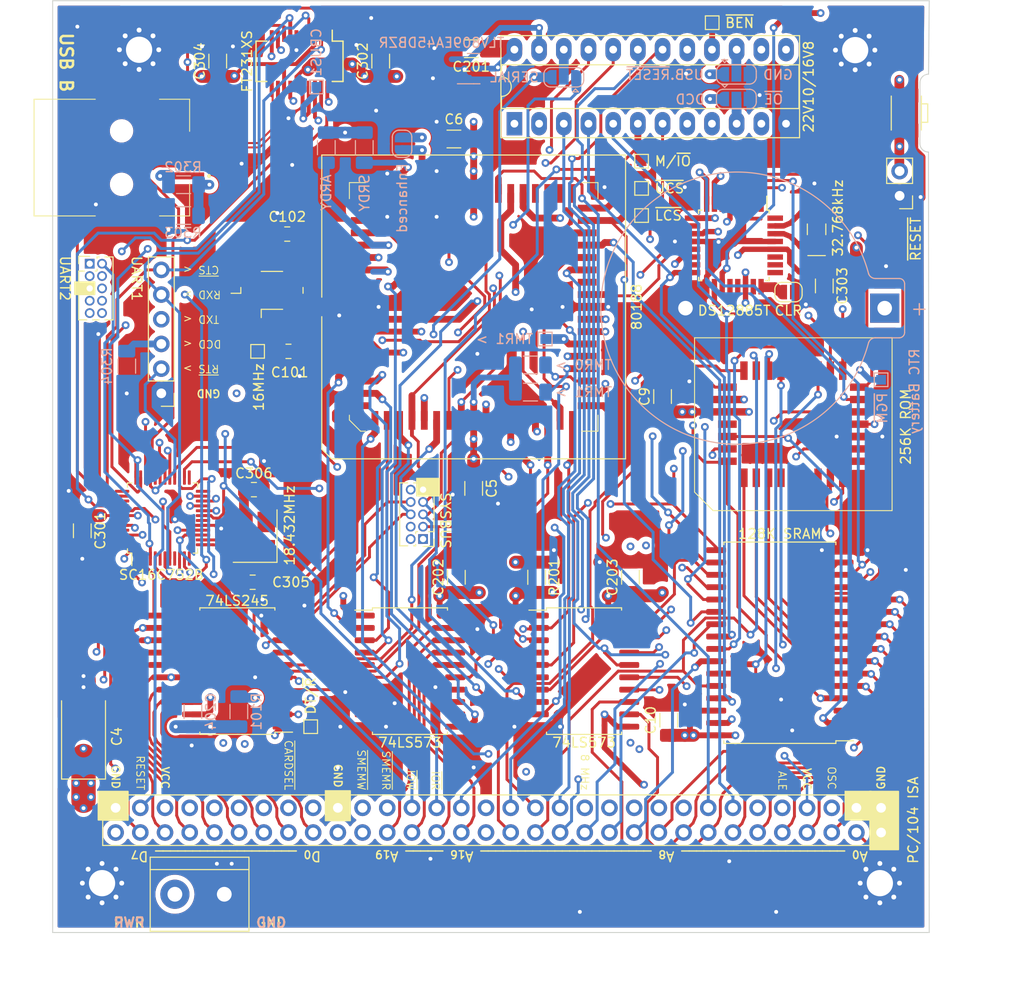
<source format=kicad_pcb>
(kicad_pcb (version 20211014) (generator pcbnew)
  (title_block (title "PC/104 80188 CPU Board") (date "2022-07-14") (rev "0.1") (company "HW Rev1"))
  (layers (0 "F.Cu" signal) (1 "In1.Cu" power) (2 "In2.Cu" signal) (31 "B.Cu" signal) (34 "B.Paste" user) (35 "F.Paste" user) (36 "B.SilkS" user "B.Silkscreen") (37 "F.SilkS" user "F.Silkscreen") (38 "B.Mask" user) (39 "F.Mask" user) (44 "Edge.Cuts" user))
  (net 0 "")
  (net 1 "/X2")
  (net 2 "GND")
  (net 3 "/X1")
  (net 4 "VCC")
  (net 5 "XA16")
  (net 6 "~{RD}")
  (net 7 "BCLK")
  (net 8 "~{S2}")
  (net 9 "Net-(J1-Pad49)")
  (net 10 "INT3")
  (net 11 "~{DEN}")
  (net 12 "~{UCS}")
  (net 13 "~{PCS6}")
  (net 14 "~{PCS4}")
  (net 15 "Net-(J1-Pad20)")
  (net 16 "DRQ0")
  (net 17 "A12")
  (net 18 "A13")
  (net 19 "A14")
  (net 20 "A15")
  (net 21 "XA17")
  (net 22 "XA19")
  (net 23 "~{WR}")
  (net 24 "ALE")
  (net 25 "Net-(J1-Pad55)")
  (net 26 "INT1")
  (net 27 "DT{slash}~{R}")
  (net 28 "~{LCS}")
  (net 29 "~{PCS5}")
  (net 30 "~{PCS3}")
  (net 31 "~{CS_S}")
  (net 32 "DRQ1")
  (net 33 "A8")
  (net 34 "A9")
  (net 35 "A10")
  (net 36 "A11")
  (net 37 "XA18")
  (net 38 "RESET")
  (net 39 "~{CARDSLCTD}")
  (net 41 "~{SMEMW}")
  (net 42 "~{SMEMR}")
  (net 43 "~{IOW}")
  (net 44 "~{IOR}")
  (net 45 "IR7")
  (net 46 "IR6")
  (net 47 "IR5")
  (net 48 "IR4")
  (net 49 "DB7")
  (net 50 "DB6")
  (net 51 "DB5")
  (net 52 "DB4")
  (net 53 "DB3")
  (net 54 "DB2")
  (net 55 "DB1")
  (net 56 "DB0")
  (net 57 "A19")
  (net 58 "A18")
  (net 59 "A17")
  (net 60 "A16")
  (net 61 "A7")
  (net 62 "A6")
  (net 63 "A5")
  (net 64 "A4")
  (net 65 "A3")
  (net 66 "A2")
  (net 67 "A1")
  (net 68 "A0")
  (net 69 "M{slash}~{IO}")
  (net 70 "~{BEN}")
  (net 71 "Net-(J1-Pad23)")
  (net 73 "Net-(C305-Pad2)")
  (net 76 "~{CS_RTC}")
  (net 84 "16V8.~{OE}")
  (net 85 "16V8.GND")
  (net 86 "Net-(J1-Pad47)")
  (net 87 "RESOUT")
  (net 88 "Net-(J1-Pad21)")
  (net 89 "USB.D-")
  (net 90 "USB.D+")
  (net 91 "USB.VCC")
  (net 92 "VBUS")
  (net 93 "VBUS_SENSE")
  (net 94 "UART1.~{RTS}")
  (net 95 "TMR_OUT_0")
  (net 96 "UART1.IN")
  (net 97 "UART1.OUT")
  (net 98 "UART1.~{CTS}")
  (net 99 "UART2.~{CD}")
  (net 100 "USB.~{RI}")
  (net 101 "VBAT")
  (net 102 "AD7")
  (net 103 "AD6")
  (net 104 "AD5")
  (net 105 "AD4")
  (net 106 "AD3")
  (net 107 "AD2")
  (net 108 "AD1")
  (net 109 "AD0")
  (net 110 "Net-(SW301-Pad2)")
  (net 111 "USB.~{DCD}")
  (net 112 "USB.~{PWREN}")
  (net 113 "INT2")
  (net 114 "Net-(U303-Pad31)")
  (net 115 "Net-(U303-Pad30)")
  (net 118 "~{RESET}")
  (net 122 "UART2.RX")
  (net 123 "UART2.TX")
  (net 124 "UART2.~{DTR}")
  (net 128 "~{AL_OE}")
  (net 133 "USB.~{RESET}")
  (net 134 "DCD")
  (net 135 "UART2.~{DSR}")
  (net 137 "UART2.~{RTS}")
  (net 139 "UART2.~{CTS}")
  (net 141 "UART2.~{RI}")
  (net 144 "~{CS_S2}")
  (net 145 "~{CS_S1}")
  (net 146 "Net-(J4-Pad31)")
  (net 149 "Net-(J201-Pad22)")
  (net 150 "Net-(TP302-Pad1)")
  (net 152 "RTC.~{IRQ}")
  (net 153 "UART1.~{RI}")
  (net 156 "Net-(C306-Pad1)")
  (net 157 "UART1.~{DTR}")
  (net 158 "UART1.~{DSR}")
  (net 164 "INT0")
  (footprint "TestPoint:TestPoint_Pad_1.0x1.0mm" (layer "F.Cu") (at 116.459 89.408 90)
    (fp_text reference "TP101" hide)
    (fp_text value "XTAL" hide)
  )
  (footprint "Package_SO:SSOP-20_3.9x8.7mm_P0.635mm" (layer "F.Cu") (at 120.7707 59.5693 -90)
    (fp_text reference "U302" hide)
    (fp_text value "FT231XS")
  )
  (footprint "Package_SO:SOIC-20W_7.5x12.8mm_P1.27mm" (layer "F.Cu") (at 114.378 122.301 180)
    (fp_text reference "U202" hide)
    (fp_text value "74LS245")
  )
  (footprint "Capacitor_SMD:C_0805_2012Metric_Pad1.18x1.45mm_HandSolder" (layer "F.Cu") (at 119.634 89.408 180)
    (fp_text reference "C101")
    (fp_text value "22p XTAL")
  )
  (footprint "Crystal:Crystal_SMD_EuroQuartz_EQ161-2Pin_3.2x1.5mm_HandSoldering" (layer "F.Cu") (at 173.9582 76.854 90)
    (fp_text reference "Y302" hide)
    (fp_text value "32.768kHz")
  )
  (footprint "A-USB_B_SMT:AUSBBSMT" (layer "F.Cu") (at 93.4657 69.4753 -90)
    (fp_text reference "J303" hide)
    (fp_text value "USB B")
  )
  (footprint "TestPoint:TestPoint_Pad_1.0x1.0mm" (layer "F.Cu") (at 163.2204 55.6006 -90)
    (fp_text reference "TP203" hide)
    (fp_text value "~{BEN}")
  )
  (footprint "Package_SO:SOIC-20W_7.5x12.8mm_P1.27mm" (layer "F.Cu") (at 132.131 122.301)
    (fp_text reference "U203" hide)
    (fp_text value "74LS573")
  )
  (footprint "TerminalBlock:TerminalBlock_bornier-2_P5.08mm" (layer "F.Cu") (at 113.03 145.253 180)
    (fp_text reference "S1" hide)
    (fp_text value "PWR")
  )
  (footprint "Capacitor_SMD:C_1206_3216Metric_Pad1.33x1.80mm_HandSolder" (layer "F.Cu") (at 174.752 82.677 -90)
    (fp_text reference "C303")
    (fp_text value "100n/0.1u PWR")
  )
  (footprint "Jumper:SolderJumper-2_P1.3mm_Open_RoundedPad1.0x1.5mm" (layer "F.Cu") (at 171.069 83.312 180)
    (fp_text reference "SW301" hide)
    (fp_text value "CLR")
  )
  (footprint "Connector_PinSocket_2.54mm:PinSocket_2x32_P2.54mm_Vertical" (layer "F.Cu") (at 101.854 136.363 90)
    (fp_text reference "J2" hide)
    (fp_text value "PC/104 ISA")
  )
  (footprint "Connector_PinHeader_2.54mm:PinHeader_1x02_P2.54mm_Vertical" (layer "F.Cu") (at 182.499 73.406 180)
    (fp_text reference "J203" hide)
    (fp_text value "~{RESET}")
  )
  (footprint "TestPoint:TestPoint_Pad_1.0x1.0mm" (layer "F.Cu") (at 155.956 72.644 180)
    (fp_text reference "TP103" hide)
    (fp_text value "~{UCS}")
  )
  (footprint "TestPoint:TestPoint_Pad_1.0x1.0mm" (layer "F.Cu") (at 155.956 69.85 90)
    (fp_text reference "TP201" hide)
    (fp_text value "M/~{IO}")
  )
  (footprint "Capacitor_SMD:C_1206_3216Metric_Pad1.33x1.80mm_HandSolder" (layer "F.Cu") (at 158.115 94.0562 90)
    (fp_text reference "C9")
    (fp_text value "100n/0.1u PWR")
  )
  (footprint "Package_DIP:DIP-24_W7.62mm_Socket_LongPads" (layer "F.Cu") (at 142.875 65.9892 90)
    (fp_text reference "J201" hide)
    (fp_text value "22V10/16V8")
  )
  (footprint "Capacitor_SMD:C_1206_3216Metric_Pad1.33x1.80mm_HandSolder" (layer "F.Cu") (at 136.652 67.564 180)
    (fp_text reference "C6")
    (fp_text value "100n/0.1u PWR")
  )
  (footprint "TestPoint:TestPoint_Pad_1.0x1.0mm" (layer "F.Cu") (at 155.956 75.438)
    (fp_text reference "TP104" hide)
    (fp_text value "~{LCS}")
  )
  (footprint "Capacitor_SMD:C_0805_2012Metric_Pad1.18x1.45mm_HandSolder" (layer "F.Cu") (at 119.507 77.343 180)
    (fp_text reference "C102")
    (fp_text value "20p XTAL")
  )
  (footprint "Capacitor_SMD:C_1206_3216Metric_Pad1.33x1.80mm_HandSolder" (layer "F.Cu") (at 158.75 127.3425 90)
    (fp_text reference "C10")
    (fp_text value "100n/0.1u PWR")
  )
  (footprint "MountingHole:MountingHole_2.7mm_M2.5_Pad_Via" (layer "F.Cu") (at 104.267 58.385 -90)
    (fp_text reference "H4" hide)
    (fp_text value "MountingHole_2.7mm_M2.5_Pad_Via" hide)
  )
  (footprint "Capacitor_Tantalum_SMD:CP_EIA-7343-31_Kemet-D" (layer "F.Cu") (at 98.552 128.997 90)
    (fp_text reference "C4")
    (fp_text value "PPWR")
  )
  (footprint "Crystal:Crystal_SMD_3225-4Pin_3.2x2.5mm_HandSoldering" (layer "F.Cu") (at 116.205 108.4072 90)
    (fp_text reference "Y301" hide)
    (fp_text value "18.432MHz")
  )
  (footprint "Capacitor_SMD:C_0805_2012Metric_Pad1.18x1.45mm_HandSolder" (layer "F.Cu") (at 115.951 113.157 180)
    (fp_text reference "C305")
    (fp_text value "22p XTAL")
  )
  (footprint "Package_SO:SSOP-32_11.305x20.495mm_P1.27mm" (layer "F.Cu") (at 170.18 119.38 180)
    (fp_text reference "U4" hide)
    (fp_text value "128K SRAM")
  )
  (footprint "Capacitor_SMD:C_1206_3216Metric_Pad1.33x1.80mm_HandSolder" (layer "F.Cu") (at 154.813 112.649 90)
    (fp_text reference "C203")
    (fp_text value "100n/0.1u PWR")
  )
  (footprint "Capacitor_SMD:C_0805_2012Metric_Pad1.18x1.45mm_HandSolder" (layer "F.Cu") (at 116.078 103.632)
    (fp_text reference "C306")
    (fp_text value "33p XTAL")
  )
  (footprint "Capacitor_SMD:C_1206_3216Metric_Pad1.33x1.80mm_HandSolder" (layer "F.Cu") (at 136.906 112.649 90)
    (fp_text reference "C202")
    (fp_text value "100n/0.1u PWR")
  )
  (footprint "Capacitor_SMD:C_1206_3216Metric_Pad1.33x1.80mm_HandSolder" (layer "F.Cu") (at 138.435 58.2776 180)
    (fp_text reference "C201")
    (fp_text value "100n/0.1u PWR")
  )
  (footprint "MountingHole:MountingHole_2.7mm_M2.5_Pad_Via" (layer "F.Cu") (at 180.467 144.11)
    (fp_text reference "H2" hide)
    (fp_text value "MountingHole_2.7mm_M2.5_Pad_Via" hide)
  )
  (footprint "Crystal:Crystal_SMD_0603-4Pin_6.0x3.5mm_HandSoldering" (layer "F.Cu") (at 117.9322 83.1342)
    (fp_text reference "Y1" hide)
    (fp_text value "16MHz")
  )
  (footprint "Resistor_SMD:R_1206_3216Metric_Pad1.30x1.75mm_HandSolder" (layer "F.Cu") (at 145.161 112.649 -90)
    (fp_text reference "R201")
    (fp_text value "Limit")
  )
  (footprint "Capacitor_SMD:C_1206_3216Metric_Pad1.33x1.80mm_HandSolder" (layer "F.Cu") (at 138.684 103.505 -90)
    (fp_text reference "C5")
    (fp_text value "100n/0.1u PWR")
  )
  (footprint "80C188:PLCC-68_SMD-Socket" (layer "F.Cu") (at 138.684 84.836 90)
    (fp_text reference "J1" hide)
    (fp_text value "80188")
  )
  (footprint "Button_Switch_SMD:SW_SPST_EVQP7A" (layer "F.Cu") (at 183.19 64.897 90)
    (fp_text reference "SW201" hide)
    (fp_text value "RESET" hide)
  )
  (footprint "Package_SO:SOIC-20W_7.5x12.8mm_P1.27mm" (layer "F.Cu") (at 150.038 122.301)
    (fp_text reference "U201" hide)
    (fp_text value "74LS573")
  )
  (footprint "Connector_PinHeader_2.54mm:PinHeader_1x06_P2.54mm_Vertical" (layer "F.Cu") (at 106.553 93.726 180)
    (fp_text reference "J301" hide)
    (fp_text value "UART1")
  )
  (footprint "Package_QFP:TQFP-32_7x7mm_P0.8mm" (layer "F.Cu") (at 165.4492 78.505 -90)
    (fp_text reference "U303" hide)
    (fp_text value "DS12885T")
  )
  (footprint "MountingHole:MountingHole_2.7mm_M2.5_Pad_Via" (layer "F.Cu") (at 100.457 144.11 -90)
    (fp_text reference "H1" hide)
    (fp_text value "MountingHole_2.7mm_M2.5_Pad_Via" hide)
  )
  (footprint "69802-132LF:69802132LF" (layer "F.Cu") (at 171.566 96.901 90)
    (fp_text reference "J4" hide)
    (fp_text value "256K ROM")
  )
  (footprint "Connector_PinHeader_1.27mm:PinHeader_2x05_P1.27mm_Vertical" (layer "F.Cu") (at 133.477 108.712 180)
    (fp_text reference "J202" hide)
    (fp_text value "SYSBUS")
  )
  (footprint "Capacitor_SMD:C_1206_3216Metric_Pad1.33x1.80mm_HandSolder" (layer "F.Cu") (at 98.425 107.8615 -90)
    (fp_text reference "C301")
    (fp_text value "100n/0.1u PWR")
  )
  (footprint "TestPoint:TestPoint_Pad_1.0x1.0mm" (layer "F.Cu") (at 121.92 128.016)
    (fp_text reference "TP202" hide)
    (fp_text value "DT/~{R}")
  )
  (footprint "Capacitor_SMD:C_1206_3216Metric_Pad1.33x1.80mm_HandSolder" (layer "F.Cu") (at 129.1209 59.5503 90)
    (fp_text reference "C302")
    (fp_text value "100n/0.1u PWR")
  )
  (footprint "Capacitor_SMD:C_1206_3216Metric_Pad1.33x1.80mm_HandSolder" (layer "F.Cu") (at 112.3569 59.5503 90)
    (fp_text reference "C304")
    (fp_text value "100n/0.1u PWR")
  )
  (footprint "Package_QFP:TQFP-48_7x7mm_P0.5mm" (layer "F.Cu") (at 106.68 106.553 90)
    (fp_text reference "U301" hide)
    (fp_text value "SC16C752B")
  )
  (footprint "Connector_PinHeader_1.27mm:PinHeader_2x05_P1.27mm_Vertical" (layer "F.Cu") (at 99.187 80.391)
    (fp_text reference "J302" hide)
    (fp_text value "UART2")
  )
  (footprint "MountingHole:MountingHole_2.7mm_M2.5_Pad_Via" (layer "F.Cu") (at 177.927 58.42 -90)
    (fp_text reference "H3" hide)
    (fp_text value "MountingHole_2.7mm_M2.5_Pad_Via" hide)
  )
  (footprint "Resistor_SMD:R_1206_3216Metric_Pad1.30x1.75mm_HandSolder" (layer "B.Cu") (at 123.5268 68.453 -90)
    (fp_text reference "R2" hide)
    (fp_text value "ARDY")
  )
  (footprint "Jumper:SolderJumper-2_P1.3mm_Open_RoundedPad1.0x1.5mm" (layer "B.Cu") (at 131.318 68.057 -90)
    (fp_text reference "JP101" hide)
    (fp_text value "Enhanced")
  )
  (footprint "Resistor_SMD:R_1206_3216Metric_Pad1.30x1.75mm_HandSolder" (layer "B.Cu") (at 108.839 72.263)
    (fp_text reference "R302")
    (fp_text value "R4k7")
  )
  (footprint "Resistor_SMD:R_1206_3216Metric_Pad1.30x1.75mm_HandSolder" (layer "B.Cu") (at 127.4318 68.453 -90)
    (fp_text reference "R3" hide)
    (fp_text value "SRDY")
  )
  (footprint "TestPoint:TestPoint_Pad_1.0x1.0mm" (layer "B.Cu") (at 180.594 92.329)
    (fp_text reference "TP105" hide)
    (fp_text value "~{PGM}")
  )
  (footprint "Jumper:SolderJumper-3_P1.3mm_Open_RoundedPad1.0x1.5mm" (layer "B.Cu") (at 165.705 63.4492)
    (fp_text reference "JP201" hide)
    (fp_text value "~{OE}        DCD")
  )
  (footprint "TestPoint:TestPoint_Pad_1.0x1.0mm" (layer "B.Cu") (at 146.05 88.138 180)
    (fp_text reference "TP102" hide)
    (fp_text value "TMR1 >")
  )
  (footprint "Capacitor_SMD:C_1206_3216Metric_Pad1.33x1.80mm_HandSolder" (layer "B.Cu") (at 109.8042 126.4666 90)
    (fp_text reference "C204")
    (fp_text value "100n/0.1u PWR")
  )
  (footprint "Package_TO_SOT_SMD:SOT-23" (layer "B.Cu") (at 138.684 60.325)
    (fp_text reference "U204" hide)
    (fp_text value "TLV809EA45DBZR")
  )
  (footprint "Resistor_SMD:R_1206_3216Metric_Pad1.30x1.75mm_HandSolder" (layer "B.Cu") (at 144.526 93.599)
    (fp_text reference "R1" hide)
    (fp_text value "TMR1 >")
  )
  (footprint "Resistor_SMD:R_1206_3216Metric_Pad1.30x1.75mm_HandSolder" (layer "B.Cu") (at 102.997 90.932 90)
    (fp_text reference "R304")
    (fp_text value "PullDown")
  )
  (footprint "Jumper:SolderJumper-3_P1.3mm_Open_RoundedPad1.0x1.5mm" (layer "B.Cu") (at 165.705 60.9092)
    (fp_text reference "JP202" hide)
    (fp_text value "GND        USB.~{RESET}")
  )
  (footprint "Resistor_SMD:R_1206_3216Metric_Pad1.30x1.75mm_HandSolder" (layer "B.Cu") (at 108.839 75.438 180)
    (fp_text reference "R303")
    (fp_text value "R10k")
  )
  (footprint "Resistor_SMD:R_1206_3216Metric_Pad1.30x1.75mm_HandSolder" (layer "B.Cu") (at 144.526 90.805)
    (fp_text reference "R4" hide)
    (fp_text value "TMR0 >")
  )
  (footprint "Jumper:SolderJumper-3_P1.3mm_Open_RoundedPad1.0x1.5mm" (layer "B.Cu") (at 147.955 61.214 180)
    (fp_text reference "JP203" hide)
    (fp_text value "SERIAL")
  )
  (footprint "Battery:BatteryHolder_Keystone_106_1x20mm" (layer "B.Cu") (at 180.9621 84.963 180)
    (fp_text reference "BT301" hide)
    (fp_text value "RTC Battery")
  )
  (footprint "Resistor_SMD:R_1206_3216Metric_Pad1.30x1.75mm_HandSolder" (layer "B.Cu") (at 114.5286 126.4666 90)
    (fp_text reference "R101")
    (fp_text value "PullUp")
  )
  (footprint "TestPoint:TestPoint_Pad_1.0x1.0mm" (layer "B.Cu") (at 122.5042 62.2046 180)
    (fp_text reference "TP302" hide)
    (fp_text value "CBUS1")
  )
  (gr_rect (start 100.076 134.6835) (end 103.124 137.6045) (layer "F.SilkS") (width 0.15) (fill solid))
  (gr_rect (start 123.444 134.62) (end 125.984 137.668) (layer "F.SilkS") (width 0.15) (fill solid))
  (gr_rect (start 99.695 82.281) (end 97.663 83.551) (layer "F.SilkS") (width 0.15) (fill solid))
  (gr_rect (start 176.911 134.6835) (end 179.578 137.6045) (layer "F.SilkS") (width 0.15) (fill solid))
  (gr_rect (start 135.128 102.489) (end 132.842 104.267) (layer "F.SilkS") (width 0.15) (fill solid))
  (gr_rect (start 182.372 134.6835) (end 179.451 140.6525) (layer "F.SilkS") (width 0.15) (fill solid))
  (gr_line (start 185.469618 68.903882) (end 185.547 149.19) (layer "Edge.Cuts") (width 0.1))
  (gr_line (start 95.377 149.19) (end 95.377 53.34) (layer "Edge.Cuts") (width 0.1))
  (gr_arc (start 184.587 61.7855) (mid 184.847382 61.156882) (end 185.476 60.8965) (layer "Edge.Cuts") (width 0.1))
  (gr_line (start 185.547 149.19) (end 95.377 149.19) (layer "Edge.Cuts") (width 0.1))
  (gr_line (start 185.547 53.34) (end 185.476 60.8965) (layer "Edge.Cuts") (width 0.1))
  (gr_arc (start 185.469618 68.903882) (mid 184.841 68.6435) (end 184.580618 68.014882) (layer "Edge.Cuts") (width 0.1))
  (gr_line (start 95.377 53.34) (end 185.547 53.34) (layer "Edge.Cuts") (width 0.1))
  (gr_line (start 184.587 61.7855) (end 184.580618 68.014882) (layer "Edge.Cuts") (width 0.1))
  (gr_text "GND" (at 119.507 148.174) (layer "B.SilkS") (effects (font (size 1 1) (thickness 0.2)) (justify left mirror)))
  (gr_text "PWR" (at 103.251 148.174) (layer "B.SilkS") (effects (font (size 1 1) (thickness 0.2)) (justify mirror)))
  (gr_text "8 MHz" (at 150.114 134.62 270) (layer "F.SilkS") (effects (font (size 0.79 0.79) (thickness 0.1)) (justify right)))
  (gr_text "GND" (at 110.109 93.726 180) (layer "F.SilkS") (effects (font (size 0.79 0.79)) (justify right)))
  (gr_text "GND" (at 116.205 148.174) (layer "F.SilkS") (effects (font (size 1 1) (thickness 0.2)) (justify left)))
  (gr_text "GND" (at 101.854 134.493 270) (layer "F.SilkS") (effects (font (size 0.79 0.79)) (justify right)))
  (gr_text "~{IOR}\n\n~{IOW}\n\n~{SMEMR}\n\n~{SMEMW}" (at 130.937 134.62 270) (layer "F.SilkS") (effects (font (size 0.79 0.79) (thickness 0.1)) (justify right)))
  (gr_text "A_{0} ______________________ A_{8} _______________________ A_{16} _____ A_{19}" (at 179.324 141.351 180) (layer "F.SilkS") (effects (font (size 1 1)) (justify left)))
  (gr_text "ALE" (at 170.429 134.675 270) (layer "F.SilkS") (effects (font (size 0.79 0.79) (thickness 0.1)) (justify right)))
  (gr_text "RESET" (at 104.394 134.62 270) (layer "F.SilkS") (effects (font (size 0.79 0.79) (thickness 0.1)) (justify right)))
  (gr_text "VCC" (at 106.934 134.493 270) (layer "F.SilkS") (effects (font (size 0.79 0.79)) (justify right)))
  (gr_text "~{CARDSEL}" (at 119.634 134.62 270) (layer "F.SilkS") (effects (font (size 0.79 0.79) (thickness 0.1)) (justify right)))
  (gr_text "~{RTS} >\n\nDCD <\n\nTXD <\n\nRXD >\n\n~{CTS} <" (at 108.712 86.106 180) (layer "F.SilkS") (effects (font (size 0.79 0.79) (thickness 0.1)) (justify right)))
  (gr_text "GND" (at 124.714 134.366 270) (layer "F.SilkS") (effects (font (size 0.79 0.79)) (justify right)))
  (gr_text "VCC" (at 172.969 134.64 270) (layer "F.SilkS") (effects (font (size 0.79 0.79)) (justify right)))
  (gr_text "GND" (at 180.599 134.565 90) (layer "F.SilkS") (effects (font (size 0.79 0.79)) (justify left)))
  (gr_text "D_{0} ___________________ D_{7}" (at 123.063 141.351 180) (layer "F.SilkS") (effects (font (size 1 1)) (justify left)))
  (gr_text "OSC" (at 175.509 134.548 270) (layer "F.SilkS") (effects (font (size 0.79 0.79) (thickness 0.1)) (justify right)))
  (segment (start 127.0115 82.296) (end 121.438 82.296) (width 0.7) (layer "F.Cu") (net 1))
  (segment (start 127.012 82.296) (end 127.0115 82.296) (width 0.7) (layer "F.Cu") (net 1))
  (segment (start 120.523 77.343) (end 120.523 81.525) (width 1) (layer "F.Cu") (net 1))
  (segment (start 158.115 92.4937) (end 160.871 92.4937) (width 1.325) (layer "F.Cu") (net 2))
  (segment (start 124.841 85.725) (end 124.841 88.9254) (width 0.7) (layer "F.Cu") (net 2))
  (segment (start 126.72 57.9878) (end 126.619 57.8866) (width 1.325) (layer "F.Cu") (net 2))
  (segment (start 100.457 137.76) (end 100.457 142.085) (width 0.25) (layer "F.Cu") (net 2))
  (segment (start 147.828 84.836) (end 150.3565 84.836) (width 0.7) (layer "F.Cu") (net 2))
  (segment (start 169.699 78.105) (end 163.919 78.105) (width 0.55) (layer "F.Cu") (net 2))
  (segment (start 129.121 57.9878) (end 129.1209 57.9878) (width 1.325) (layer "F.Cu") (net 2))
  (segment (start 162.649 83.7308) (end 162.649 81.705) (width 0.55) (layer "F.Cu") (net 2))
  (segment (start 117.116 100.69) (end 117.116 100.182) (width 1) (layer "F.Cu") (net 2))
  (segment (start 116.199 70.1104) (end 116.189 70.1004) (width 0.25) (layer "F.Cu") (net 2))
  (segment (start 100.457 142.085) (end 100.457 144.11) (width 0.25) (layer "F.Cu") (net 2))
  (segment (start 119.028 116.586) (end 120.2466 116.586) (width 0.6) (layer "F.Cu") (net 2))
  (segment (start 124.968 128.016) (end 127.481 128.016) (width 0.6) (layer "F.Cu") (net 2))
  (segment (start 134.943734 111.086) (end 134.881761 111.147973) (width 1.325) (layer "F.Cu") (net 2))
  (segment (start 124.854 85.7123) (end 125.73 84.836) (width 0.7) (layer "F.Cu") (net 2))
  (segment (start 158.75 125.78) (end 160.351 125.78) (width 0.7) (layer "F.Cu") (net 2))
  (segment (start 160.351 125.78) (end 160.401 125.73) (width 0.7) (layer "F.Cu") (net 2))
  (segment (start 183.91 63.097) (end 183.91 66.697) (width 1) (layer "F.Cu") (net 2))
  (segment (start 118.993 67.3164) (end 118.993 63.5063) (width 0.25) (layer "F.Cu") (net 2))
  (segment (start 118.993 63.5063) (end 119.12 63.3793) (width 0.25) (layer "F.Cu") (net 2))
  (segment (start 136.525 104.594) (end 136.998 105.068) (width 1.325) (layer "F.Cu") (net 2))
  (segment (start 98.552 123.952) (end 98.552 123.444) (width 2.5) (layer "F.Cu") (net 2))
  (segment (start 110.8425 107.303) (end 109.589 107.303) (width 0.3) (layer "F.Cu") (net 2))
  (segment (start 177.927 58.42) (end 179.952 58.42) (width 1) (layer "F.Cu") (net 2))
  (segment (start 101.854 136.363) (end 100.457 137.76) (width 0.25) (layer "F.Cu") (net 2))
  (segment (start 134.706 58.2776) (end 134.645 58.2168) (width 1.325) (layer "F.Cu") (net 2))
  (segment (start 116.84 116.586) (end 119.028 116.586) (width 0.6) (layer "F.Cu") (net 2))
  (segment (start 118.993 67.3164) (end 119.634 66.675) (width 0.25) (layer "F.Cu") (net 2))
  (segment (start 154.813 111.086) (end 151.651 111.086) (width 1.325) (layer "F.Cu") (net 2))
  (segment (start 161.1992 78.105) (end 163.83 78.105) (width 0.55) (layer "F.Cu") (net 2))
  (segment (start 120.777 91.397) (end 120.777 91.948) (width 0.3) (layer "F.Cu") (net 2))
  (segment (start 110.8425 107.303) (end 112.383 107.303) (width 0.3) (layer "F.Cu") (net 2))
  (segment (start 160.871 92.4937) (end 160.909 92.456) (width 1.325) (layer "F.Cu") (net 2))
  (segment (start 98.425 110.744) (end 98.425 110.998) (width 1.325) (layer "F.Cu") (net 2))
  (segment (start 178.346 98.171) (end 180.721 98.171) (width 0.76) (layer "F.Cu") (net 2))
  (segment (start 116.988 114.914) (end 116.967 114.935) (width 0.25) (layer "F.Cu") (net 2))
  (segment (start 129.794 73.1635) (end 129.794 75.565) (width 0.7) (layer "F.Cu") (net 2))
  (segment (start 162.649 81.705) (end 163.874 80.4798) (width 0.55) (layer "F.Cu") (net 2))
  (segment (start 120.2466 116.586) (end 121.2738 115.5588) (width 0.6) (layer "F.Cu") (net 2))
  (segment (start 124.841 88.9254) (end 124.257 89.5096) (width 0.7) (layer "F.Cu") (net 2))
  (segment (start 98.552 124.841) (end 98.552 124.206) (width 2.5) (layer "F.Cu") (net 2))
  (segment (start 129.794 73.1635) (end 129.794 71.12) (width 0.7) (layer "F.Cu") (net 2))
  (segment (start 114.818 70.094) (end 109.472 70.094) (width 0.25) (layer "F.Cu") (net 2))
  (segment (start 142.875 128.016) (end 145.388 128.016) (width 0.6) (layer "F.Cu") (net 2))
  (segment (start 182.499 58.42) (end 183.91 59.831) (width 1) (layer "F.Cu") (net 2))
  (segment (start 134.874 70.866) (end 134.874 73.1635) (width 0.7) (layer "F.Cu") (net 2))
  (segment (start 118.993 67.3164) (end 116.199 70.1104) (width 0.25) (layer "F.Cu") (net 2))
  (segment (start 125.73 84.836) (end 127.0115 84.836) (width 0.7) (layer "F.Cu") (net 2))
  (segment (start 150.3565 84.836) (end 152.527 84.836) (width 0.7) (layer "F.Cu") (net 2))
  (segment (start 126.7201 57.9878) (end 126.949 58.2168) (width 0.6) (layer "F.Cu") (net 2))
  (segment (start 183.91 68.721) (end 184.658 69.469) (width 1) (layer "F.Cu") (net 2))
  (segment (start 126.619 57.8866) (end 126.7201 57.9878) (width 0.6) (layer "F.Cu") (net 2))
  (segment (start 120.453 58.42) (end 120.453 56.9693) (width 0.4) (layer "F.Cu") (net 2))
  (segment (start 110.744 58.039) (end 113.919 58.039) (width 1.325) (layer "F.Cu") (net 2))
  (segment (start 120.672 91.2915) (end 120.672 89.408) (width 1) (layer "F.Cu") (net 2))
  (segment (start 98.552 124.206) (end 98.552 123.952) (width 1) (layer "F.Cu") (net 2))
  (segment (start 184.658 69.469) (end 184.658 73.533) (width 1) (layer "F.Cu") (net 2))
  (segment (start 98.552 123.444) (end 98.552 123.19) (width 2.5) (layer "F.Cu") (net 2))
  (segment (start 138.976 111.086) (end 134.943734 111.086) (width 1.325) (layer "F.Cu") (net 2))
  (segment (start 161.199 78.105) (end 161.1992 78.105) (width 0.55) (layer "F.Cu") (net 2))
  (segment (start 103.066 76.2754) (end 101.8024 76.2754) (width 1.325) (layer "F.Cu") (net 2))
  (segment (start 98.552 124.206) (end 98.552 123.952) (width 2.5) (layer "F.Cu") (net 2))
  (segment (start 134.874 65.786) (end 134.874 70.866) (width 0.7) (layer "F.Cu") (net 2))
  (segment (start 136.998 105.068) (end 141.186 105.068) (width 1.325) (layer "F.Cu") (net 2))
  (segment (start 126.949 58.2168) (end 134.645 58.2168) (width 0.6) (layer "F.Cu") (net 2))
  (segment (start 121.088 62.1693) (end 121.088 64.135) (width 0.4) (layer "F.Cu") (net 2))
  (segment (start 172.847 84.582) (end 174.586 84.582) (width 0.6) (layer "F.Cu") (net 2))
  (segment (start 136.872 58.2776) (end 134.706 58.2776) (width 1.325) (layer "F.Cu") (net 2))
  (segment (start 136.525 104.14) (end 136.525 104.594) (width 1.325) (layer "F.Cu") (net 2))
  (segment (start 116.189 70.1004) (end 114.812 70.1004) (width 0.25) (layer "F.Cu") (net 2))
  (segment (start 124.854 85.7123) (end 124.841 85.725) (width 0.7) (layer "F.Cu") (net 2))
  (segment (start 98.425 109.424) (end 98.425 110.744) (width 1.325) (layer "F.Cu") (net 2))
  (segment (start 176.022 98.171) (end 178.346 98.171) (width 0.76) (layer "F.Cu") (net 2))
  (segment (start 176.73 109.855) (end 174.498 109.855) (width 0.6) (layer "F.Cu") (net 2))
  (segment (start 129.1209 57.9878) (end 126.7201 57.9878) (width 1.325) (layer "F.Cu") (net 2))
  (segment (start 182.499 73.533) (end 184.658 73.533) (width 1) (layer "F.Cu") (net 2))
  (segment (start 117.116 103.632) (end 117.116 100.69) (width 1) (layer "F.Cu") (net 2))
  (segment (start 126.7201 57.9878) (end 126.72 57.9878) (width 1.325) (layer "F.Cu") (net 2))
  (segment (start 118.47 75.2055) (end 118.491 75.184) (width 0.3) (layer "F.Cu") (net 2))
  (segment (start 183.91 59.831) (end 183.91 63.097) (width 1) (layer "F.Cu") (net 2))
  (segment (start 183.91 66.697) (end 183.91 68.721) (width 1) (layer "F.Cu") (net 2))
  (segment (start 116.988 113.157) (end 116.988 114.914) (width 1) (layer "F.Cu") (net 2))
  (segment (start 127.0115 84.836) (end 128.905 84.836) (width 0.7) (layer "F.Cu") (net 2))
  (segment (start 151.651 111.086) (end 151.638 111.1) (width 0.6) (layer "F.Cu") (net 2))
  (segment (start 112.383 107.303) (end 112.712 107.632) (width 0.3) (layer "F.Cu") (net 2))
  (segment (start 179.197 109.855) (end 176.73 109.855) (width 0.6) (layer "F.Cu") (net 2))
  (segment (start 179.952 58.42) (end 182.499 58.42) (width 1) (layer "F.Cu") (net 2))
  (segment (start 127.481 128.016) (end 129.667 128.016) (width 0.6) (layer "F.Cu") (net 2))
  (segment (start 161.417 84.963) (end 162.649 83.7308) (width 0.55) (layer "F.Cu") (net 2))
  (segment (start 134.874 73.1635) (end 134.874 75.565) (width 0.7) (layer "F.Cu") (net 2))
  (segment (start 120.672 89.408) (end 124.155 89.408) (width 1) (layer "F.Cu") (net 2))
  (segment (start 98.552 123.952) (end 98.552 123.444) (width 1) (layer "F.Cu") (net 2))
  (segment (start 161.199 78.105) (end 159.385 78.105) (width 0.55) (layer "F.Cu") (net 2))
  (segment (start 145.388 128.016) (end 147.574 128.016) (width 0.6) (layer "F.Cu") (net 2))
  (segment (start 121.088 64.205) (end 121.088 64.135) (width 0.3) (layer "F.Cu") (net 2))
  (segment (start 171.719 83.454) (end 172.847 84.582) (width 0.6) (layer "F.Cu") (net 2))
  (segment (start 163.874 80.4798) (end 163.874 78.1494) (width 0.55) (layer "F.Cu") (net 2))
  (segment (start 118.47 77.343) (end 118.47 75.2055) (width 1) (layer "F.Cu") (net 2))
  (segment (start 101.8024 76.2754) (end 99.822 74.295) (width 1.325) (layer "F.Cu") (net 2))
  (segment (start 108.966 106.68) (end 107.95 106.68) (width 0.3) (layer "F.Cu") (net 2))
  (segment (start 109.589 107.303) (end 108.966 106.68) (width 0.3) (layer "F.Cu") (net 2))
  (segment (start 120.672 91.2915) (end 120.777 91.397) (width 0.3) (layer "F.Cu") (net 2))
  (segment (start 120.904 64.389) (end 121.088 64.205) (width 0.3) (layer "F.Cu") (net 2))
  (segment (start 119.634 66.675) (end 119.634 65.4304) (width 0.25) (layer "F.Cu") (net 2))
  (via (at 160.401 72.517) (size 0.8) (drill 0.4) (layers "F.Cu" "B.Cu") (net 2))
  (via (at 119.634 65.4304) (size 0.8) (drill 0.4) (layers "F.Cu" "B.Cu") (net 2))
  (via (at 100.076 87.63) (size 0.8) (drill 0.4) (layers "F.Cu" "B.Cu") (net 2))
  (via (at 98.552 123.952) (size 0.8) (drill 0.4) (layers "F.Cu" "B.Cu") (net 2))
  (via (at 120.015 70.231) (size 0.8) (drill 0.4) (layers "F.Cu" "B.Cu") (net 2))
  (via (at 129.794 75.565) (size 0.8) (drill 0.4) (layers "F.Cu" "B.Cu") (net 2))
  (via (at 128.651 64.643) (size 0.8) (drill 0.4) (layers "F.Cu" "B.Cu") (net 2))
  (via (at 174.498 109.855) (size 0.8) (drill 0.4) (layers "F.Cu" "B.Cu") (net 2))
  (via (at 116.967 114.935) (size 0.8) (drill 0.4) (layers "F.Cu" "B.Cu") (net 2))
  (via (at 124.968 128.016) (size 0.8) (drill 0.4) (layers "F.Cu" "B.Cu") (net 2))
  (via (at 112.712 107.632) (size 0.8) (drill 0.4) (layers "F.Cu" "B.Cu") (net 2))
  (via (at 98.552 122.809) (size 0.8) (drill 0.4) (layers "F.Cu" "B.Cu") (net 2))
  (via (at 142.875 128.016) (size 0.8) (drill 0.4) (layers "F.Cu" "B.Cu") (net 2))
  (via (at 116.84 116.586) (size 0.8) (drill 0.4) (layers "F.Cu" "B.Cu") (net 2))
  (via (at 113.792 142.113) (size 0.8) (drill 0.4) (layers "F.Cu" "B.Cu") (net 2))
  (via (at 102.997 93.7335) (size 0.8) (drill 0.4) (layers "F.Cu" "B.Cu") (net 2))
  (via (at 152.146 72.517) (size 0.8) (drill 0.4) (layers "F.Cu" "B.Cu") (net 2))
  (via (at 176.022 98.171) (size 0.8) (drill 0.4) (layers "F.Cu" "B.Cu") (net 2))
  (via (at 146.939 109.855) (size 0.8) (drill 0.4) (layers "F.Cu" "B.Cu") (net 2))
  (via (at 134.645 58.2168) (size 0.8) (drill 0.4) (layers "F.Cu" "B.Cu") (net 2))
  (via (at 125.476 124.46) (size 0.8) (drill 0.4) (layers "F.Cu" "B.Cu") (net 2))
  (via (at 109.677 129.946) (size 0.8) (drill 0.4) (layers "F.Cu" "B.Cu") (net 2))
  (via (at 117.116 100.69) (size 0.8) (drill 0.4) (layers "F.Cu" "B.Cu") (net 2))
  (via (at 160.528 60.833) (size 0.8) (drill 0.4) (layers "F.Cu" "B.Cu") (net 2))
  (via (at 171.45 128.397) (size 0.8) (drill 0.4) (layers "F.Cu" "B.Cu") (net 2))
  (via (at 163.874 78.1494) (size 0.8) (drill 0.4) (layers "F.Cu" "B.Cu") (net 2))
  (via (at 164.973 141.859) (size 0.8) (drill 0.4) (layers "F.Cu" "B.Cu") (net 2))
  (via (at 147.574 128.016) (size 0.8) (drill 0.4) (layers "F.Cu" "B.Cu") (net 2))
  (via (at 147.828 84.836) (size 0.8) (drill 0.4) (layers "F.Cu" "B.Cu") (net 2))
  (via (at 124.854 85.7123) (size 0.8) (drill 0.4) (layers "F.Cu" "B.Cu") (net 2))
  (via (at 116.205 122.936) (size 0.8) (drill 0.4) (layers "F.Cu" "B.Cu") (net 2))
  (via (at 169.799 147.066) (size 0.8) (drill 0.4) (layers "F.Cu" "B.Cu") (net 2))
  (via (at 128.905 84.836) (size 0.8) (drill 0.4) (layers "F.Cu" "B.Cu") (net 2))
  (via (at 129.794 71.12) (size 0.8) (drill 0.4) (layers "F.Cu" "B.Cu") (net 2))
  (via (at 107.95 106.68) (size 0.8) (drill 0.4) (layers "F.Cu" "B.Cu") (net 2))
  (via (at 149.606 147.066) (size 0.8) (drill 0.4) (layers "F.Cu" "B.Cu") (net 2))
  (via (at 110.744 58.039) (size 0.8) (drill 0.4) (layers "F.Cu" "B.Cu") (net 2))
  (via (at 139.065 117.983) (size 0.8) (drill 0.4) (layers "F.Cu" "B.Cu") (net 2))
  (via (at 139.065 89.662) (size 0.8) (drill 0.4) (layers "F.Cu" "B.Cu") (net 2))
  (via (at 173.736 72.136) (size 0.8) (drill 0.4) (layers "F.Cu" "B.Cu") (net 2))
  (via (at 134.747 123.952) (size 0.8) (drill 0.4) (layers "F.Cu" "B.Cu") (net 2))
  (via (at 170.307 125.222) (size 0.8) (drill 0.4) (layers "F.Cu" "B.Cu") (net 2))
  (via (at 184.658 73.533) (size 0.8) (drill 0.4) (layers "F.Cu" "B.Cu") (net 2))
  (via (at 120.453 58.42) (size 0.8) (drill 0.4) (layers "F.Cu" "B.Cu") (net 2))
  (via (at 160.871 92.4937) (size 0.8) (drill 0.4) (layers "F.Cu" "B.Cu") (net 2))
  (via (at 160.401 125.73) (size 0.8) (drill 0.4) (layers "F.Cu" "B.Cu") (net 2))
  (via (at 126.619 57.8866) (size 0.8) (drill 0.4) (layers "F.Cu" "B.Cu") (net 2))
  (via (at 134.874 65.786) (size 0.8) (drill 0.4) (layers "F.Cu" "B.Cu") (net 2))
  (via (at 97.917 56.007) (size 0.8) (drill 0.4) (layers "F.Cu" "B.Cu") (net 2))
  (via (at 134.881761 111.147973) (size 0.8) (drill 0.4) (layers "F.Cu" "B.Cu") (net 2))
  (via (at 134.239 141.605) (size 0.8) (drill 0.4) (layers "F.Cu" "B.Cu") (net 2))
  (via (at 112.268 142.113) (size 0.8) (drill 0.4) (layers "F.Cu" "B.Cu") (net 2))
  (via (at 183.134 111.887) (size 0.8) (drill 0.4) (layers "F.Cu" "B.Cu") (net 2))
  (via (at 179.197 109.855) (size 0.8) (drill 0.4) (layers "F.Cu" "B.Cu") (net 2))
  (via (at 99.822 74.295) (size 0.8) (drill 0.4) (layers "F.Cu" "B.Cu") (net 2))
  (via (at 121.2738 115.5588) (size 0.8) (drill 0.4) (layers "F.Cu" "B.Cu") (net 2))
  (via (at 137.7465 60.3922) (size 0.8) (drill 0.4) (layers "F.Cu" "B.Cu") (net 2))
  (via (at 120.777 91.948) (size 0.8) (drill 0.4) (layers "F.Cu" "B.Cu") (net 2))
  (via (at 129.667 128.016) (size 0.8) (drill 0.4) (layers "F.Cu" "B.Cu") (net 2))
  (via (at 114.812 70.1004) (size 0.8) (drill 0.4) (layers "F.Cu" "B.Cu") (net 2))
  (via (at 152.527 84.836) (size 0.8) (drill 0.4) (layers "F.Cu" "B.Cu") (net 2))
  (via (at 130.556 125.603) (size 0.8) (drill 0.4) (layers "F.Cu" "B.Cu") (net 2))
  (via (at 168.0983 63.0464) (size 0.8) (drill 0.4) (layers "F.Cu" "B.Cu") (net 2))
  (via (at 138.684 132.207) (size 0.8) (drill 0.4) (layers "F.Cu" "B.Cu") (net 2))
  (via (at 107.289 76.861) (size 0.8) (drill 0.4) (layers "F.Cu" "B.Cu") (net 2))
  (via (at 144.653 85.09) (size 0.8) (drill 0.4) (layers "F.Cu" "B.Cu") (net 2))
  (via (at 136.525 104.14) (size 0.8) (drill 0.4) (layers "F.Cu" "B.Cu") (net 2))
  (via (at 97.028 103.759) (size 0.8) (drill 0.4) (layers "F.Cu" "B.Cu") (net 2))
  (via (at 134.874 70.866) (size 0.8) (drill 0.4) (layers "F.Cu" "B.Cu") (net 2))
  (via (at 124.714 132.207) (size 0.8) (drill 0.4) (layers "F.Cu" "B.Cu") (net 2))
  (via (at 98.425 110.744) (size 0.8) (drill 0.4) (layers "F.Cu" "B.Cu") (net 2))
  (via (at 180.721 98.171) (size 0.8) (drill 0.4) (layers "F.Cu" "B.Cu") (net 2))
  (via (at 141.186 105.068) (size 0.8) (drill 0.4) (layers "F.Cu" "B.Cu") (net 2))
  (via (at 118.491 75.184) (size 0.8) (drill 0.4) (layers "F.Cu" "B.Cu") (net 2))
  (via (at 134.874 75.565) (size 0.8) (drill 0.4) (layers "F.Cu" "B.Cu") (net 2))
  (via (at 151.651 111.086) (size 0.8) (drill 0.4) (layers "F.Cu" "B.Cu") (net 2))
  (via (at 113.919 58.039) (size 0.8) (drill 0.4) (layers "F.Cu" "B.Cu") (net 2))
  (via (at 181.102 80.645) (size 0.8) (drill 0.4) (layers "F.Cu" "B.Cu") (net 2))
  (via (at 172.847 84.582) (size 0.8) (drill 0.4) (layers "F.Cu" "B.Cu") (net 2))
  (via (at 128.143 55.118) (size 0.8) (drill 0.4) (layers "F.Cu" "B.Cu") (net 2))
  (via (at 159.385 78.105) (size 0.8) (drill 0.4) (layers "F.Cu" "B.Cu") (net 2))
  (via (at 134.493 61.3156) (size 0.8) (drill 0.4) (layers "F.Cu" "B.Cu") (net 2))
  (segment (start 167.005 63.4492) (end 167.005 60.9092) (width 0.25) (layer "B.Cu") (net 2))
  (segment (start 107.289 76.861) (end 107.289 76.936) (width 1) (layer "B.Cu") (net 2))
  (segment (start 168.0983 63.0464) (end 167.4078 63.0464) (width 0.25) (layer "B.Cu") (net 2))
  (segment (start 128.778 84.709) (end 128.905 84.836) (width 1) (layer "B.Cu") (net 2))
  (segment (start 124.854 85.7123) (end 125.857 84.709) (width 1) (layer "B.Cu") (net 2))
  (segment (start 125.857 84.709) (end 128.778 84.709) (width 1) (layer "B.Cu") (net 2))
  (segment (start 102.997 93.7335) (end 102.997 92.482) (width 0.25) (layer "B.Cu") (net 2))
  (segment (start 107.289 75.438) (end 107.289 76.861) (width 1) (layer "B.Cu") (net 2))
  (segment (start 167.4078 63.0464) (end 167.005 63.4492) (width 0.25) (layer "B.Cu") (net 2))
  (segment (start 137.7465 61.275) (end 137.7465 60.3922) (width 0.25) (layer "B.Cu") (net 2))
  (segment (start 116.574 86.6529) (end 116.281 85.9458) (width 0.7) (layer "F.Cu") (net 3))
  (segment (start 123.151 86.5259) (end 123.444 85.8188) (width 0.7) (layer "F.Cu") (net 3))
  (segment (start 116.459 89.408) (end 118.596 89.408) (width 1) (layer "F.Cu") (net 3))
  (segment (start 125.001 83.566) (end 127.0115 83.566) (width 0.7) (layer "F.Cu") (net 3))
  (segment (start 116.281 85.9458) (end 116.281 85.5218) (width 0.7) (layer "F.Cu") (net 3))
  (segment (start 118.745 87.376) (end 121.887 87.376) (width 0.7) (layer "F.Cu") (net 3))
  (segment (start 122.594 87.0831) (end 123.151 86.5259) (width 0.7) (layer "F.Cu") (net 3))
  (segment (start 123.737 84.4161) (end 124.294 83.8589) (width 0.7) (layer "F.Cu") (net 3))
  (segment (start 123.444 85.8188) (end 123.444 85.1232) (width 0.7) (layer "F.Cu") (net 3))
  (segment (start 127.0115 83.566) (end 127.012 83.566) (width 0.7) (layer "F.Cu") (net 3))
  (segment (start 117.711 87.376) (end 117.004 87.0831) (width 0.7) (layer "F.Cu") (net 3))
  (segment (start 121.887 87.376) (end 122.594 87.0831) (width 0.7) (layer "F.Cu") (net 3))
  (segment (start 118.596 87.5245) (end 118.745 87.376) (width 0.3) (layer "F.Cu") (net 3))
  (segment (start 118.596 89.408) (end 118.596 87.5245) (width 1) (layer "F.Cu") (net 3))
  (segment (start 123.444 85.1232) (end 123.737 84.4161) (width 0.7) (layer "F.Cu") (net 3))
  (segment (start 118.745 87.376) (end 117.711 87.376) (width 0.7) (layer "F.Cu") (net 3))
  (segment (start 124.294 83.8589) (end 125.001 83.566) (width 0.7) (layer "F.Cu") (net 3))
  (segment (start 117.004 87.0831) (end 116.574 86.6529) (width 0.7) (layer "F.Cu") (net 3))
  (segment (start 142.783 58.2776) (end 142.7834 58.2776) (width 0.25) (layer "F.Cu") (net 4))
  (segment (start 142.7834 58.2776) (end 142.875 58.3692) (width 0.25) (layer "F.Cu") (net 4))
  (segment (start 170.65 78.905) (end 169.6992 78.905) (width 0.55) (layer "F.Cu") (net 4))
  (segment (start 170.923 78.905) (end 170.65 78.905) (width 0.55) (layer "F.Cu") (net 4))
  (segment (start 139.998 58.2776) (end 142.783 58.2776) (width 1.8) (layer "F.Cu") (net 4))
  (segment (start 172.174 81.2415) (end 171.196 80.264) (width 0.55) (layer "F.Cu") (net 4))
  (segment (start 154.688 116.586) (end 153.162 116.586) (width 0.6) (layer "F.Cu") (net 4))
  (segment (start 169.6992 78.905) (end 169.699 78.905) (width 0.55) (layer "F.Cu") (net 4))
  (segment (start 166.459 78.905) (end 165.862 79.502) (width 0.55) (layer "F.Cu") (net 4))
  (segment (start 121.025 60.5853) (end 120.961 60.6488) (width 0.4) (layer "F.Cu") (net 4))
  (segment (start 138.684 73.1635) (end 138.684 75.565) (width 0.7) (layer "F.Cu") (net 4))
  (segment (start 158.1273 95.631) (end 158.115 95.6187) (width 0.25) (layer "F.Cu") (net 4))
  (segment (start 165.608 128.905) (end 163.63 128.905) (width 0.6) (layer "F.Cu") (net 4))
  (segment (start 109.728 128.016) (end 108.028 128.016) (width 0.6) (layer "F.Cu") (net 4))
  (segment (start 122.212 59.8551) (end 121.634 60.4329) (width 1.325) (layer "F.Cu") (net 4))
  (segment (start 154.813 114.2115) (end 154.813 114.554) (width 0.25) (layer "F.Cu") (net 4))
  (segment (start 138.684 96.5085) (end 138.684 94.615) (width 0.7) (layer "F.Cu") (net 4))
  (segment (start 136.9185 114.224) (end 136.906 114.2115) (width 0.25) (layer "F.Cu") (net 4))
  (segment (start 171.196 80.264) (end 171.196 79.1778) (width 0.55) (layer "F.Cu") (net 4))
  (segment (start 161.163 95.631) (end 160.147 95.631) (width 1.325) (layer "F.Cu") (net 4))
  (segment (start 136.769 116.598) (end 135.243 116.598) (width 0.6) (layer "F.Cu") (net 4))
  (segment (start 163.63 126.365) (end 161.976 126.365) (width 0.6) (layer "F.Cu") (net 4))
  (segment (start 169.699 78.905) (end 166.459 78.905) (width 0.55) (layer "F.Cu") (net 4))
  (segment (start 163.63 128.905) (end 161.29 128.905) (width 0.6) (layer "F.Cu") (net 4))
  (segment (start 130.772 61.1251) (end 129.121 61.1251) (width 1.325) (layer "F.Cu") (net 4))
  (segment (start 138.684 98.425) (end 138.684 100.457) (width 0.7) (layer "F.Cu") (net 4))
  (segment (start 104.14 106.303) (end 102.5175 106.303) (width 0.3) (layer "F.Cu") (net 4))
  (segment (start 121.634 60.4329) (end 121.1774 60.4329) (width 0.25) (layer "F.Cu") (net 4))
  (segment (start 98.552 132.1095) (end 98.552 131.029) (width 2.5) (layer "F.Cu") (net 4))
  (segment (start 129.121 61.1251) (end 127.47 61.1251) (width 1.325) (layer "F.Cu") (net 4))
  (segment (start 161.29 128.905) (end 160.401 128.905) (width 1.325) (layer "F.Cu") (net 4))
  (segment (start 136.9185 114.224) (end 135.532 114.224) (width 1.325) (layer "F.Cu") (net 4))
  (segment (start 120.453 61.1568) (end 120.453 62.1693) (width 0.4) (layer "F.Cu") (net 4))
  (segment (start 127.47 61.1251) (end 126.2 59.8551) (width 1.325) (layer "F.Cu") (net 4))
  (segment (start 145.161 111.099) (end 145.161 111.093) (width 0.25) (layer "F.Cu") (net 4))
  (segment (start 120.961 60.6488) (end 120.453 61.1568) (width 0.4) (layer "F.Cu") (net 4))
  (segment (start 138.684 96.5085) (end 138.684 98.425) (width 0.7) (layer "F.Cu") (net 4))
  (segment (start 138.684 70.866) (end 138.684 69.342) (width 0.7) (layer "F.Cu") (net 4))
  (segment (start 121.1774 60.4329) (end 121.025 60.5853) (width 0.25) (layer "F.Cu") (net 4))
  (segment (start 138.684 100.457) (end 138.684 101.854) (width 1.325) (layer "F.Cu") (net 4))
  (segment (start 135.532 114.224) (end 135.189 114.566) (width 1.325) (layer "F.Cu") (net 4))
  (segment (start 111.584 128.016) (end 109.728 128.016) (width 0.6) (layer "F.Cu") (net 4))
  (segment (start 120.4532 62.1693) (end 120.453 62.1693) (width 0.25) (layer "F.Cu") (net 4))
  (segment (start 157.759 114.554) (end 158.09 114.224) (width 1.325) (layer "F.Cu") (net 4))
  (segment (start 102.5175 106.303) (end 100.326 106.303) (width 0.3) (layer "F.Cu") (net 4))
  (segment (start 174.752 81.1145) (end 176.604 81.1145) (width 1.325) (layer "F.Cu") (net 4))
  (segment (start 178.054 79.6641) (end 178.054 78.74) (width 1.325) (layer "F.Cu") (net 4))
  (segment (start 160.147 95.631) (end 158.458 95.631) (width 1.325) (layer "F.Cu") (net 4))
  (segment (start 129.1209 61.125) (end 129.1209 61.1128) (width 0.25) (layer "F.Cu") (net 4))
  (segment (start 138.684 67.564) (end 138.684 69.342) (width 0.7) (layer "F.Cu") (net 4))
  (segment (start 158.458 95.631) (end 158.1273 95.631) (width 0.25) (layer "F.Cu") (net 4))
  (segment (start 164.786 95.631) (end 161.163 95.631) (width 0.76) (layer "F.Cu") (net 4))
  (segment (start 139.268 114.224) (end 136.9185 114.224) (width 1.325) (layer "F.Cu") (net 4))
  (segment (start 169.6992 78.905) (end 169.699 78.905) (width 0.55) (layer "F.Cu") (net 4))
  (segment (start 136.769 116.598) (end 136.781 116.586) (width 0.25) (layer "F.Cu") (net 4))
  (segment (start 138.684 73.1635) (end 138.684 70.866) (width 0.7) (layer "F.Cu") (net 4))
  (segment (start 174.371 81.2415) (end 172.174 81.2415) (width 0.55) (layer "F.Cu") (net 4))
  (segment (start 145.161 111.093) (end 146.374 111.093) (width 1.325) (layer "F.Cu") (net 4))
  (segment (start 152.527 115.951) (end 152.527 114.554) (width 0.6) (layer "F.Cu") (net 4))
  (segment (start 129.121 61.1251) (end 129.1209 61.125) (width 0.25) (layer "F.Cu") (net 4))
  (segment (start 135.243 116.598) (end 135.189 116.545) (width 0.6) (layer "F.Cu") (net 4))
  (segment (start 98.552 135.636) (end 98.552 135.255) (width 2.5) (layer "F.Cu") (net 4))
  (segment (start 139.998 58.2776) (end 139.9975 58.2776) (width 0.25) (layer "F.Cu") (net 4))
  (segment (start 160.934 127.406) (end 160.934 128.549) (width 0.6) (layer "F.Cu") (net 4))
  (segment (start 99.314 135.255) (end 98.552 135.255) (width 0.25) (layer "F.Cu") (net 4))
  (segment (start 170.65 78.905) (end 169.6992 78.905) (width 0.55) (layer "F.Cu") (net 4))
  (segment (start 160.934 128.549) (end 161.29 128.905) (width 0.6) (layer "F.Cu") (net 4))
  (segment (start 153.162 116.586) (end 152.527 115.951) (width 0.6) (layer "F.Cu") (net 4))
  (segment (start 167.005 95.631) (end 164.786 95.631) (width 0.76) (layer "F.Cu") (net 4))
  (segment (start 158.838 128.905) (end 158.75 128.905) (width 0.25) (layer "F.Cu") (net 4))
  (segment (start 154.813 114.554) (end 157.759 114.554) (width 1.325) (layer "F.Cu") (net 4))
  (segment (start 138.684 101.854) (end 138.684 101.9425) (width 0.25) (layer "F.Cu") (net 4))
  (segment (start 161.976 126.365) (end 160.934 127.406) (width 0.6) (layer "F.Cu") (net 4))
  (segment (start 135.189 116.545) (end 135.189 114.566) (width 0.6) (layer "F.Cu") (net 4))
  (segment (start 142.983 111.093) (end 145.161 111.093) (width 1.325) (layer "F.Cu") (net 4))
  (segment (start 138.684 65.786) (end 138.684 67.564) (width 0.7) (layer "F.Cu") (net 4))
  (segment (start 138.684 67.564) (end 138.2145 67.564) (width 0.25) (layer "F.Cu") (net 4))
  (segment (start 152.527 114.554) (end 154.813 114.554) (width 1.325) (layer "F.Cu") (net 4))
  (segment (start 160.401 128.905) (end 158.838 128.905) (width 1.325) (layer "F.Cu") (net 4))
  (segment (start 126.2 59.8551) (end 122.212 59.8551) (width 1.325) (layer "F.Cu") (net 4))
  (segment (start 98.552 135.255) (end 98.552 132.1095) (width 2.5) (layer "F.Cu") (net 4))
  (segment (start 176.604 81.1145) (end 178.054 79.6641) (width 1.325) (layer "F.Cu") (net 4))
  (segment (start 100.326 106.303) (end 98.6365 106.303) (width 1.325) (layer "F.Cu") (net 4))
  (segment (start 171.196 79.1778) (end 170.923 78.905) (width 0.55) (layer "F.Cu") (net 4))
  (segment (start 146.374 111.093) (end 146.38 111.1) (width 1.325) (layer "F.Cu") (net 4))
  (via (at 97.79 135.255) (size 0.8) (drill 0.4) (layers "F.Cu" "B.Cu") (net 4))
  (via (at 97.79 133.823) (size 0.8) (drill 0.4) (layers "F.Cu" "B.Cu") (net 4))
  (via (at 158.09 114.224) (size 0.8) (drill 0.4) (layers "F.Cu" "B.Cu") (net 4))
  (via (at 142.983 111.093) (size 0.8) (drill 0.4) (layers "F.Cu" "B.Cu") (net 4))
  (via (at 138.684 70.866) (size 0.8) (drill 0.4) (layers "F.Cu" "B.Cu") (net 4))
  (via (at 111.584 128.016) (size 0.8) (drill 0.4) (layers "F.Cu" "B.Cu") (net 4))
  (via (at 104.14 106.303) (size 0.8) (drill 0.4) (layers "F.Cu" "B.Cu") (net 4))
  (via (at 160.147 95.631) (size 0.8) (drill 0.4) (layers "F.Cu" "B.Cu") (net 4))
  (via (at 99.314 133.823) (size 0.8) (drill 0.4) (layers "F.Cu" "B.Cu") (net 4))
  (via (at 138.684 69.342) (size 0.8) (drill 0.4) (layers "F.Cu" "B.Cu") (net 4))
  (via (at 165.608 128.905) (size 0.8) (drill 0.4) (layers "F.Cu" "B.Cu") (net 4))
  (via (at 100.326 106.303) (size 0.8) (drill 0.4) (layers "F.Cu" "B.Cu") (net 4))
  (via (at 127.47 61.1251) (size 0.8) (drill 0.4) (layers "F.Cu" "B.Cu") (net 4))
  (via (at 141.173 60.198) (size 0.8) (drill 0.4) (layers "F.Cu" "B.Cu") (net 4))
  (via (at 130.772 61.1251) (size 0.8) (drill 0.4) (layers "F.Cu" "B.Cu") (net 4))
  (via (at 152.527 114.554) (size 0.8) (drill 0.4) (layers "F.Cu" "B.Cu") (net 4))
  (via (at 138.684 98.425) (size 0.8) (drill 0.4) (layers "F.Cu" "B.Cu") (net 4))
  (via (at 138.684 94.615) (size 0.8) (drill 0.4) (layers "F.Cu" "B.Cu") (net 4))
  (via (at 167.005 95.631) (size 0.8) (drill 0.4) (layers "F.Cu" "B.Cu") (net 4))
  (via (at 108.028 128.016) (size 0.8) (drill 0.4) (layers "F.Cu" "B.Cu") (net 4))
  (via (at 161.163 95.631) (size 0.8) (drill 0.4) (layers "F.Cu" "B.Cu") (net 4))
  (via (at 138.684 100.457) (size 0.8) (drill 0.4) (layers "F.Cu" "B.Cu") (net 4))
  (via (at 161.29 128.905) (size 0.8) (drill 0.4) (layers "F.Cu" "B.Cu") (net 4))
  (via (at 138.684 75.565) (size 0.8) (drill 0.4) (layers "F.Cu" "B.Cu") (net 4))
  (via (at 126.2 59.8551) (size 0.8) (drill 0.4) (layers "F.Cu" "B.Cu") (net 4))
  (via (at 160.401 128.905) (size 0.8) (drill 0.4) (layers "F.Cu" "B.Cu") (net 4))
  (via (at 135.189 114.566) (size 0.8) (drill 0.4) (layers "F.Cu" "B.Cu") (net 4))
  (via (at 98.552 130.267) (size 0.8) (drill 0.4) (layers "F.Cu" "B.Cu") (net 4))
  (via (at 98.552 136.398) (size 0.8) (drill 0.4) (layers "F.Cu" "B.Cu") (net 4))
  (via (at 178.054 78.74) (size 0.8) (drill 0.4) (layers "F.Cu" "B.Cu") (net 4))
  (via (at 170.6556 131.0091) (size 0.8) (drill 0.4) (layers "F.Cu" "B.Cu") (net 4))
  (via (at 165.862 79.502) (size 0.8) (drill 0.4) (layers "F.Cu" "B.Cu") (net 4))
  (via (at 125.458 66.903) (size 0.8) (drill 0.4) (layers "F.Cu" "B.Cu") (net 4))
  (via (at 138.684 65.786) (size 0.8) (drill 0.4) (layers "F.Cu" "B.Cu") (net 4))
  (via (at 114.3 93.726) (size 0.8) (drill 0.4) (layers "F.Cu" "B.Cu") (net 4))
  (via (at 121.634 60.4329) (size 0.8) (drill 0.4) (layers "F.Cu" "B.Cu") (net 4))
  (via (at 99.314 135.255) (size 0.8) (drill 0.4) (layers "F.Cu" "B.Cu") (net 4))
  (via (at 139.268 114.224) (size 0.8) (drill 0.4) (layers "F.Cu" "B.Cu") (net 4))
  (segment (start 138.684 92.7354) (end 139.318 92.101) (width 0.6) (layer "B.Cu") (net 4))
  (segment (start 142.647 92.101) (end 142.976 92.101) (width 0.25) (layer "B.Cu") (net 4))
  (segment (start 111.584 128.016) (end 109.806 128.016) (width 1.325) (layer "B.Cu") (net 4))
  (segment (start 114.528 128.016) (end 111.584 128.016) (width 1.325) (layer "B.Cu") (net 4))
  (segment (start 109.806 128.016) (end 108.028 128.016) (width 1.325) (layer "B.Cu") (net 4))
  (segment (start 109.806 128.016) (end 109.8042 128.0178) (width 0.25) (layer "B.Cu") (net 4))
  (segment (start 170.6556 131.0091) (end 172.974 133.3275) (width 0.25) (layer "B.Cu") (net 4))
  (segment (start 140.919 60.325) (end 142.875 58.3692) (width 0.6) (layer "B.Cu") (net 4))
  (segment (start 172.974 133.3275) (end 172.974 136.363) (width 0.25) (layer "B.Cu") (net 4))
  (segment (start 114.5286 128.0166) (end 114.528 128.016) (width 1.325) (layer "B.Cu") (net 4))
  (segment (start 127.4318 66.903) (end 127.432 66.903) (width 1.2) (layer "B.Cu") (net 4))
  (segment (start 139.318 92.101) (end 142.647 92.101) (width 0.6) (layer "B.Cu") (net 4))
  (segment (start 138.659 60.325) (end 139.6215 60.325) (width 0.6) (layer "B.Cu") (net 4))
  (segment (start 123.527 66.903) (end 123.5268 66.903) (width 0.25) (layer "B.Cu") (net 4))
  (segment (start 109.8042 128.0178) (end 109.8042 128.0291) (width 0.25) (layer "B.Cu") (net 4))
  (segment (start 142.976 92.101) (end 142.976 93.599) (width 1.325) (layer "B.Cu") (net 4))
  (segment (start 111.483 127.915) (end 111.584 128.016) (width 0.25) (layer "B.Cu") (net 4))
  (segment (start 123.527 66.903) (end 125.458 66.903) (width 1.2) (layer "B.Cu") (net 4))
  (segment (start 139.6215 60.325) (end 140.919 60.325) (width 0.6) (layer "B.Cu") (net 4))
  (segment (start 114.529 128.017) (end 114.5286 128.0166) (width 1.325) (layer "B.Cu") (net 4))
  (segment (start 125.458 66.903) (end 127.4318 66.903) (width 1.2) (layer "B.Cu") (net 4))
  (segment (start 142.976 90.805) (end 142.976 92.101) (width 1.325) (layer "B.Cu") (net 4))
  (segment (start 138.684 94.615) (end 138.684 92.7354) (width 0.6) (layer "B.Cu") (net 4))
  (segment (start 123.1005 121.666) (end 127.481 121.666) (width 0.3) (layer "F.Cu") (net 5))
  (segment (start 125.7187 97.9057) (end 125.7187 108.3496) (width 0.3) (layer "F.Cu") (net 5))
  (segment (start 124.46 96.393) (end 124.46 96.647) (width 0.3) (layer "F.Cu") (net 5))
  (segment (start 122.4615 122.305) (end 123.1005 121.666) (width 0.3) (layer "F.Cu") (net 5))
  (segment (start 116.0955 120.4676) (end 117.9329 122.305) (width 0.3) (layer "F.Cu") (net 5))
  (segment (start 124.46 96.647) (end 125.7187 97.9057) (width 0.3) (layer "F.Cu") (net 5))
  (segment (start 127.0115 94.996) (end 125.222 94.996) (width 0.7) (layer "F.Cu") (net 5))
  (segment (start 125.222 94.996) (end 124.46 95.758) (width 0.7) (layer "F.Cu") (net 5))
  (segment (start 124.46 95.758) (end 124.46 96.393) (width 0.7) (layer "F.Cu") (net 5))
  (segment (start 117.9329 122.305) (end 122.4615 122.305) (width 0.3) (layer "F.Cu") (net 5))
  (segment (start 116.0955 116.2173) (end 116.0955 120.4676) (width 0.3) (layer "F.Cu") (net 5))
  (segment (start 116.5661 115.7467) (end 116.0955 116.2173) (width 0.3) (layer "F.Cu") (net 5))
  (segment (start 118.3216 115.7467) (end 116.5661 115.7467) (width 0.3) (layer "F.Cu") (net 5))
  (segment (start 125.7187 108.3496) (end 118.3216 115.7467) (width 0.3) (layer "F.Cu") (net 5))
  (segment (start 172.836 91.391) (end 172.836 90.1057) (width 0.3) (layer "F.Cu") (net 6))
  (segment (start 165.0605 118.745) (end 165.2538 118.5517) (width 0.6) (layer "F.Cu") (net 6))
  (segment (start 164.699 85.547) (end 163.4492 84.2972) (width 0.55) (layer "F.Cu") (net 6))
  (segment (start 127.0115 87.376) (end 133.3059 87.376) (width 0.6) (layer "F.Cu") (net 6))
  (segment (start 163.63 118.745) (end 165.0605 118.745) (width 0.6) (layer "F.Cu") (net 6))
  (segment (start 172.836 90.1057) (end 168.2773 85.547) (width 0.3) (layer "F.Cu") (net 6))
  (segment (start 163.4492 84.2972) (end 163.4492 82.755) (width 0.55) (layer "F.Cu") (net 6))
  (segment (start 168.2773 85.547) (end 164.699 85.547) (width 0.3) (layer "F.Cu") (net 6))
  (via (at 133.3059 87.376) (size 0.8) (drill 0.4) (layers "F.Cu" "B.Cu") (net 6))
  (via (at 165.2538 118.5517) (size 0.8) (drill 0.4) (layers "F.Cu" "B.Cu") (net 6))
  (via (at 164.699 85.547) (size 0.8) (drill 0.4) (layers "F.Cu" "B.Cu") (net 6))
  (segment (start 153.035 65.9892) (end 153.035 67.5195) (width 0.3) (layer "B.Cu") (net 6))
  (segment (start 153.035 67.5195) (end 161.8046 76.2891) (width 0.3) (layer "B.Cu") (net 6))
  (segment (start 161.8046 82.6526) (end 164.699 85.547) (width 0.3) (layer "B.Cu") (net 6))
  (segment (start 164.9536 118.2515) (end 165.2538 118.5517) (width 0.3) (layer "B.Cu") (net 6))
  (segment (start 161.8046 76.2891) (end 161.8046 82.6526) (width 0.3) (layer "B.Cu") (net 6))
  (segment (start 164.699 85.547) (end 164.699 91.3317) (width 0.3) (layer "B.Cu") (net 6))
  (segment (start 164.9536 91.5863) (end 164.9536 118.2515) (width 0.3) (layer "B.Cu") (net 6))
  (segment (start 164.699 91.3317) (end 164.9536 91.5863) (width 0.3) (layer "B.Cu") (net 6))
  (segment (start 127.012 79.756) (end 127.0115 79.756) (width 0.3) (layer "F.Cu") (net 7))
  (segment (start 127.012 79.756) (end 128.905 79.756) (width 0.7) (layer "F.Cu") (net 7))
  (via (at 154.813 109.474) (size 0.8) (drill 0.4) (layers "F.Cu" "B.Cu") (net 7))
  (via (at 154.813 129.667) (size 0.8) (drill 0.4) (layers "F.Cu" "B.Cu") (net 7))
  (via (at 128.905 79.756) (size 0.8) (drill 0.4) (layers "F.Cu" "B.Cu") (net 7))
  (segment (start 127.0115 77.216) (end 130.175 77.216) (width 0.7) (layer "F.Cu") (net 8))
  (segment (start 130.175 77.216) (end 131.318 78.359) (width 0.7) (layer "F.Cu") (net 8))
  (segment (start 131.318 78.359) (end 131.318 81.788) (width 0.7) (layer "F.Cu") (net 8))
  (segment (start 131.318 81.788) (end 130.3709 82.7351) (width 0.7) (layer "F.Cu") (net 8))
  (segment (start 130.3709 82.7351) (end 129.8722 82.7351) (width 0.7) (layer "F.Cu") (net 8))
  (segment (start 127.481 122.936) (end 129.667 122.936) (width 0.3) (layer "F.Cu") (net 8))
  (segment (start 129.667 122.936) (end 131.064 121.539) (width 0.3) (layer "F.Cu") (net 8))
  (via (at 129.8722 82.7351) (size 0.8) (drill 0.4) (layers "F.Cu" "B.Cu") (net 8))
  (via (at 131.064 121.539) (size 0.8) (drill 0.4) (layers "F.Cu" "B.Cu") (net 8))
  (segment (start 129.8722 82.7351) (end 130.626022 83.488922) (width 0.3) (layer "B.Cu") (net 8))
  (segment (start 130.626022 83.488922) (end 130.626022 100.908686) (width 0.3) (layer "B.Cu") (net 8))
  (segment (start 130.626022 100.908686) (end 129.752471 101.782239) (width 0.3) (layer "B.Cu") (net 8))
  (segment (start 129.752471 116.625229) (end 131.064 117.936758) (width 0.3) (layer "B.Cu") (net 8))
  (segment (start 129.752471 101.782239) (end 129.752471 116.625229) (width 0.3) (layer "B.Cu") (net 8))
  (segment (start 131.064 117.936758) (end 131.064 121.539) (width 0.3) (layer "B.Cu") (net 8))
  (segment (start 131.9314 70.4638) (end 131.064 71.3312) (width 0.7) (layer "F.Cu") (net 9))
  (segment (start 131.064 71.3312) (end 131.064 73.1635) (width 0.7) (layer "F.Cu") (net 9))
  (via (at 131.9314 70.4638) (size 0.8) (drill 0.4) (layers "F.Cu" "B.Cu") (net 9))
  (segment (start 131.4706 70.003) (end 131.9314 70.4638) (width 0.6) (layer "B.Cu") (net 9))
  (segment (start 127.4318 70.003) (end 131.4706 70.003) (width 0.6) (layer "B.Cu") (net 9))
  (segment (start 141.224 71.628) (end 141.224 71.374) (width 0.3) (layer "F.Cu") (net 10))
  (segment (start 141.732 70.866) (end 144.907 70.866) (width 0.3) (layer "F.Cu") (net 10))
  (segment (start 141.224 73.1635) (end 141.224 71.628) (width 0.7) (layer "F.Cu") (net 10))
  (segment (start 145.669 71.628) (end 149.1675 71.628) (width 0.3) (layer "F.Cu") (net 10))
  (segment (start 144.907 70.866) (end 145.669 71.628) (width 0.3) (layer "F.Cu") (net 10))
  (segment (start 149.8304 72.2909) (end 149.8304 73.6715) (width 0.3) (layer "F.Cu") (net 10))
  (segment (start 149.1675 71.628) (end 149.8304 72.2909) (width 0.3) (layer "F.Cu") (net 10))
  (segment (start 141.224 71.374) (end 141.732 70.866) (width 0.3) (layer "F.Cu") (net 10))
  (via (at 149.8304 73.6715) (size 0.8) (drill 0.4) (layers "F.Cu" "B.Cu") (net 10))
  (segment (start 162.814 120.8134) (end 151.5018 109.5012) (width 0.3) (layer "B.Cu") (net 10))
  (segment (start 162.814 136.363) (end 162.814 120.8134) (width 0.3) (layer "B.Cu") (net 10))
  (segment (start 151.5018 75.3429) (end 149.8304 73.6715) (width 0.3) (layer "B.Cu") (net 10))
  (segment (start 151.5018 109.5012) (end 151.5018 75.3429) (width 0.3) (layer "B.Cu") (net 10))
  (segment (start 143.764 74.549) (end 144.912 75.697) (width 0.7) (layer "F.Cu") (net 11))
  (segment (start 144.912 75.697) (end 147.5803 75.697) (width 0.7) (layer "F.Cu") (net 11))
  (segment (start 143.764 73.1635) (end 143.764 74.549) (width 0.7) (layer "F.Cu") (net 11))
  (via (at 147.5803 75.697) (size 0.8) (drill 0.4) (layers "F.Cu" "B.Cu") (net 11))
  (segment (start 154.432 72.644) (end 155.956 72.644) (width 0.7) (layer "F.Cu") (net 12))
  (segment (start 150.3565 74.676) (end 152.4 74.676) (width 0.7) (layer "F.Cu") (net 12))
  (segment (start 152.4 74.676) (end 154.432 72.644) (width 0.7) (layer "F.Cu") (net 12))
  (segment (start 155.956 73.4743) (end 156.831 74.3493) (width 0.3) (layer "F.Cu") (net 12))
  (segment (start 175.376 87.9714) (end 175.376 91.391) (width 0.3) (layer "F.Cu") (net 12))
  (segment (start 173.1238 85.7192) (end 175.376 87.9714) (width 0.3) (layer "F.Cu") (net 12))
  (segment (start 150.356 74.676) (end 150.3565 74.676) (width 0.7) (layer "F.Cu") (net 12))
  (segment (start 156.831 74.3493) (end 156.831 77.8759) (width 0.3) (layer "F.Cu") (net 12))
  (segment (start 155.956 72.644) (end 155.956 73.4743) (width 0.3) (layer "F.Cu") (net 12))
  (via (at 156.831 77.8759) (size 0.8) (drill 0.4) (layers "F.Cu" "B.Cu") (net 12))
  (via (at 173.1238 85.7192) (size 0.8) (drill 0.4) (layers "F.Cu" "B.Cu") (net 12))
  (segment (start 145.923 92.202) (end 146.7396 93.0186) (width 0.3) (layer "F.Cu") (net 13))
  (segment (start 146.7396 93.0186) (end 148.1878 93.0186) (width 0.3) (layer "F.Cu") (net 13))
  (segment (start 149.0637 77.216) (end 145.923 80.3567) (width 0.3) (layer "F.Cu") (net 13))
  (segment (start 150.3565 77.216) (end 149.0637 77.216) (width 0.7) (layer "F.Cu") (net 13))
  (segment (start 145.923 80.3567) (end 145.923 92.202) (width 0.3) (layer "F.Cu") (net 13))
  (via (at 148.1878 93.0186) (size 0.8) (drill 0.4) (layers "F.Cu" "B.Cu") (net 13))
  (segment (start 137.414 135.2266) (end 145.8103 126.8303) (width 0.3) (layer "B.Cu") (net 13))
  (segment (start 137.414 136.363) (end 137.414 135.2266) (width 0.3) (layer "B.Cu") (net 13))
  (segment (start 147.4324 93.774) (end 148.1878 93.0186) (width 0.3) (layer "B.Cu") (net 13))
  (segment (start 147.4324 101.0083) (end 147.4324 93.774) (width 0.3) (layer "B.Cu") (net 13))
  (segment (start 145.8103 126.8303) (end 145.8103 102.6304) (width 0.3) (layer "B.Cu") (net 13))
  (segment (start 145.8103 102.6304) (end 147.4324 101.0083) (width 0.3) (layer "B.Cu") (net 13))
  (segment (start 149.0637 79.756) (end 148.8364 79.756) (width 0.7) (layer "F.Cu") (net 14))
  (segment (start 147.0977 81.2483) (end 147.0977 85.7358) (width 0.3) (layer "F.Cu") (net 14))
  (segment (start 148.8364 79.756) (end 148.59 79.756) (width 0.7) (layer "F.Cu") (net 14))
  (segment (start 147.0977 85.7358) (end 148.5686 87.2067) (width 0.3) (layer "F.Cu") (net 14))
  (segment (start 148.59 79.756) (end 147.0977 81.2483) (width 0.3) (layer "F.Cu") (net 14))
  (segment (start 150.3565 79.756) (end 149.0637 79.756) (width 0.7) (layer "F.Cu") (net 14))
  (via (at 148.5686 87.2067) (size 0.8) (drill 0.4) (layers "F.Cu" "B.Cu") (net 14))
  (segment (start 148.0098 125.8275) (end 142.494 131.3433) (width 0.3) (layer "B.Cu") (net 14))
  (segment (start 148.434509 114.496231) (end 148.05351 114.877231) (width 0.3) (layer "B.Cu") (net 14))
  (segment (start 148.053509 115.004233) (end 148.05351 125.14792) (width 0.3) (layer "B.Cu") (net 14))
  (segment (start 149.1001 87.7382) (end 149.1001 101.7249) (width 0.3) (layer "B.Cu") (net 14))
  (segment (start 148.05351 125.14792) (end 148.0098 125.19163) (width 0.3) (layer "B.Cu") (net 14))
  (segment (start 148.43451 107.33203) (end 148.434509 114.496231) (width 0.3) (layer "B.Cu") (net 14))
  (segment (start 148.5686 87.2067) (end 149.1001 87.7382) (width 0.3) (layer "B.Cu") (net 14))
  (segment (start 147.433956 103.391045) (end 147.43396 106.33148) (width 0.3) (layer "B.Cu") (net 14))
  (segment (start 148.053512 115.00423) (end 148.053509 115.004233) (width 0.3) (layer "B.Cu") (net 14))
  (segment (start 148.0098 125.19163) (end 148.0098 125.8275) (width 0.3) (layer "B.Cu") (net 14))
  (segment (start 142.494 131.3433) (end 142.494 136.363) (width 0.3) (layer "B.Cu") (net 14))
  (segment (start 147.43396 106.33148) (end 148.43451 107.33203) (width 0.3) (layer "B.Cu") (net 14))
  (segment (start 149.1001 101.7249) (end 147.433956 103.391045) (width 0.3) (layer "B.Cu") (net 14))
  (segment (start 148.05351 114.877231) (end 148.053512 115.00423) (width 0.3) (layer "B.Cu") (net 14))
  (segment (start 148.6293 92.0216) (end 147.0797 92.0216) (width 0.3) (layer "F.Cu") (net 15))
  (segment (start 150.3565 92.456) (end 149.0637 92.456) (width 0.3) (layer "F.Cu") (net 15))
  (segment (start 149.0637 92.456) (end 148.6293 92.0216) (width 0.3) (layer "F.Cu") (net 15))
  (via (at 147.0797 92.0216) (size 0.8) (drill 0.4) (layers "F.Cu" "B.Cu") (net 15))
  (segment (start 147.0797 92.0216) (end 146.076 91.0179) (width 0.3) (layer "B.Cu") (net 15))
  (segment (start 146.076 91.0179) (end 146.076 90.805) (width 0.3) (layer "B.Cu") (net 15))
  (segment (start 150.3565 94.996) (end 152.019 94.996) (width 0.7) (layer "F.Cu") (net 16))
  (segment (start 150.9211 119.1496) (end 146.4998 123.5709) (width 0.3) (layer "F.Cu") (net 16))
  (segment (start 152.527 103.5716) (end 151.163936 104.934664) (width 0.3) (layer "F.Cu") (net 16))
  (segment (start 151.163936 105.292335) (end 151.1467 105.309571) (width 0.3) (layer "F.Cu") (net 16))
  (segment (start 151.1467 105.3107) (end 150.6479 105.8095) (width 0.3) (layer "F.Cu") (net 16))
  (segment (start 146.4998 123.5709) (end 142.7493 123.5709) (width 0.3) (layer "F.Cu") (net 16))
  (segment (start 151.1467 105.309571) (end 151.1467 105.3107) (width 0.3) (layer "F.Cu") (net 16))
  (segment (start 152.527 95.504) (end 152.527 95.9076) (width 0.7) (layer "F.Cu") (net 16))
  (segment (start 150.6479 105.8095) (end 150.6479 115.6093) (width 0.3) (layer "F.Cu") (net 16))
  (segment (start 150.9211 115.8825) (end 150.9211 119.1496) (width 0.3) (layer "F.Cu") (net 16))
  (segment (start 151.163936 104.934664) (end 151.163936 105.292335) (width 0.3) (layer "F.Cu") (net 16))
  (segment (start 142.1083 133.4373) (end 145.034 136.363) (width 0.3) (layer "F.Cu") (net 16))
  (segment (start 152.019 94.996) (end 152.527 95.504) (width 0.7) (layer "F.Cu") (net 16))
  (segment (start 150.6479 115.6093) (end 150.9211 115.8825) (width 0.3) (layer "F.Cu") (net 16))
  (segment (start 152.527 95.9076) (end 152.527 103.5716) (width 0.3) (layer "F.Cu") (net 16))
  (segment (start 142.7493 123.5709) (end 142.1083 124.2119) (width 0.3) (layer "F.Cu") (net 16))
  (segment (start 142.1083 124.2119) (end 142.1083 133.4373) (width 0.3) (layer "F.Cu") (net 16))
  (segment (start 168.783 118.5978) (end 168.783 119.507) (width 0.3) (layer "F.Cu") (net 17))
  (segment (start 136.144 92.202) (end 137.033 91.313) (width 0.3) (layer "F.Cu") (net 17))
  (segment (start 136.144 96.5085) (end 136.144 92.202) (width 0.3) (layer "F.Cu") (net 17))
  (segment (start 165.862 115.6768) (end 168.783 118.5978) (width 0.3) (layer "F.Cu") (net 17))
  (segment (start 164.786 100.711) (end 164.786 105.096) (width 0.3) (layer "F.Cu") (net 17))
  (segment (start 164.786 105.096) (end 165.862 106.172) (width 0.3) (layer "F.Cu") (net 17))
  (segment (start 176.73 125.095) (end 174.371 125.095) (width 0.6) (layer "F.Cu") (net 17))
  (segment (start 164.6821 100.8149) (end 164.786 100.711) (width 0.3) (layer "F.Cu") (net 17))
  (segment (start 161.2436 99.6486) (end 162.4099 100.8149) (width 0.3) (layer "F.Cu") (net 17))
  (segment (start 165.862 106.172) (end 165.862 115.6768) (width 0.3) (layer "F.Cu") (net 17))
  (segment (start 168.783 119.507) (end 174.371 125.095) (width 0.3) (layer "F.Cu") (net 17))
  (segment (start 161.2436 97.0264) (end 161.2436 99.6486) (width 0.3) (layer "F.Cu") (net 17))
  (segment (start 162.4099 100.8149) (end 164.6821 100.8149) (width 0.3) (layer "F.Cu") (net 17))
  (via (at 137.033 91.313) (size 0.8) (drill 0.4) (layers "F.Cu" "B.Cu") (net 17))
  (via (at 149.4401 133.4193) (size 0.8) (drill 0.4) (layers "F.Cu" "B.Cu") (net 17))
  (via (at 174.371 125.095) (size 0.8) (drill 0.4) (layers "F.Cu" "B.Cu") (net 17))
  (via (at 161.2436 97.0264) (size 0.8) (drill 0.4) (layers "F.Cu" "B.Cu") (net 17))
  (segment (start 148.753511 135.505889) (end 149.4401 134.8193) (width 0.3) (layer "B.Cu") (net 17))
  (segment (start 149.4401 134.8193) (end 149.4401 133.4193) (width 0.3) (layer "B.Cu") (net 17))
  (segment (start 147.574 138.903) (end 148.753511 137.723489) (width 0.3) (layer "B.Cu") (net 17))
  (segment (start 148.753511 137.723489) (end 148.753511 135.505889) (width 0.3) (layer "B.Cu") (net 17))
  (segment (start 161.7845 123.825) (end 160.2605 122.301) (width 0.3) (layer "F.Cu") (net 18))
  (segment (start 148.5141 130.0357) (end 148.5141 127.3412) (width 0.3) (layer "F.Cu") (net 18))
  (segment (start 133.604 94.1932) (end 133.604 96.5085) (width 0.7) (layer "F.Cu") (net 18))
  (segment (start 165.4467 116.84) (end 167.1584 118.5517) (width 0.3) (layer "F.Cu") (net 18))
  (segment (start 167.756 90.1036) (end 167.4783 89.8259) (width 0.3) (layer "F.Cu") (net 18))
  (segment (start 148.5141 127.3412) (end 153.5543 122.301) (width 0.3) (layer "F.Cu") (net 18))
  (segment (start 167.756 91.391) (end 167.756 90.1036) (width 0.3) (layer "F.Cu") (net 18))
  (segment (start 145.034 138.903) (end 146.304 137.633) (width 0.3) (layer "F.Cu") (net 18))
  (segment (start 163.63 123.825) (end 161.7845 123.825) (width 0.3) (layer "F.Cu") (net 18))
  (segment (start 160.2605 119.1166) (end 162.5371 116.84) (width 0.3) (layer "F.Cu") (net 18))
  (segment (start 146.304 132.2458) (end 148.5141 130.0357) (width 0.3) (layer "F.Cu") (net 18))
  (segment (start 160.2605 122.301) (end 160.2605 119.1166) (width 0.3) (layer "F.Cu") (net 18))
  (segment (start 146.304 137.633) (end 146.304 132.2458) (width 0.3) (layer "F.Cu") (net 18))
  (segment (start 153.5543 122.301) (end 160.2605 122.301) (width 0.3) (layer "F.Cu") (net 18))
  (segment (start 162.5371 116.84) (end 165.4467 116.84) (width 0.3) (layer "F.Cu") (net 18))
  (via (at 167.1584 118.5517) (size 0.8) (drill 0.4) (layers "F.Cu" "B.Cu") (net 18))
  (via (at 133.604 94.1932) (size 0.8) (drill 0.4) (layers "F.Cu" "B.Cu") (net 18))
  (via (at 167.4783 89.8259) (size 0.8) (drill 0.4) (layers "F.Cu" "B.Cu") (net 18))
  (segment (start 167.4783 89.8259) (end 167.7825 90.1301) (width 0.3) (layer "B.Cu") (net 18))
  (segment (start 167.7825 90.1301) (end 167.7825 117.9276) (width 0.3) (layer "B.Cu") (net 18))
  (segment (start 167.7825 117.9276) (end 167.1584 118.5517) (width 0.3) (layer "B.Cu") (net 18))
  (segment (start 178.943 129.032) (end 177.8 130.175) (width 0.3) (layer "F.Cu") (net 19))
  (segment (start 156.8005 90.9238) (end 155.2904 92.4339) (width 0.3) (layer "F.Cu") (net 19))
  (segment (start 166.486 91.391) (end 164.0893 91.391) (width 0.3) (layer "F.Cu") (net 19))
  (segment (start 178.6255 126.365) (end 178.943 126.6825) (width 0.3) (layer "F.Cu") (net 19))
  (segment (start 178.943 126.6825) (end 178.943 129.032) (width 0.3) (layer "F.Cu") (net 19))
  (segment (start 141.224 126.238) (end 138.938 123.952) (width 0.3) (layer "F.Cu") (net 19))
  (segment (start 141.224 137.633) (end 141.224 126.238) (width 0.3) (layer "F.Cu") (net 19))
  (segment (start 178.435 126.365) (end 178.6255 126.365) (width 0.3) (layer "F.Cu") (net 19))
  (segment (start 131.064 98.161969) (end 131.962031 99.06) (width 0.7) (layer "F.Cu") (net 19))
  (segment (start 142.494 138.903) (end 141.224 137.633) (width 0.3) (layer "F.Cu") (net 19))
  (segment (start 131.064 96.5085) (end 131.064 98.161969) (width 0.7) (layer "F.Cu") (net 19))
  (segment (start 176.73 126.365) (end 178.435 126.365) (width 0.6) (layer "F.Cu") (net 19))
  (segment (start 164.0893 91.391) (end 163.6221 90.9238) (width 0.3) (layer "F.Cu") (net 19))
  (segment (start 163.6221 90.9238) (end 156.8005 90.9238) (width 0.3) (layer "F.Cu") (net 19))
  (via (at 131.962031 99.06) (size 0.8) (drill 0.4) (layers "F.Cu" "B.Cu") (net 19))
  (via (at 138.938 123.952) (size 0.8) (drill 0.4) (layers "F.Cu" "B.Cu") (net 19))
  (via (at 155.2904 92.4339) (size 0.8) (drill 0.4) (layers "F.Cu" "B.Cu") (net 19))
  (via (at 177.8 130.175) (size 0.8) (drill 0.4) (layers "F.Cu" "B.Cu") (net 19))
  (segment (start 130.711492 102.179478) (end 130.711492 115.725492) (width 0.3) (layer "B.Cu") (net 19))
  (segment (start 130.711492 115.725492) (end 138.938 123.952) (width 0.3) (layer "B.Cu") (net 19))
  (segment (start 131.962031 99.06) (end 131.962031 100.928939) (width 0.3) (layer "B.Cu") (net 19))
  (segment (start 131.962031 100.928939) (end 130.711492 102.179478) (width 0.3) (layer "B.Cu") (net 19))
  (segment (start 164.786 99.441) (end 163.5007 99.441) (width 0.3) (layer "F.Cu") (net 20))
  (segment (start 128.0854 98.2399) (end 128.0854 98.4156) (width 0.7) (layer "F.Cu") (net 20))
  (segment (start 128.524 96.5085) (end 128.524 97.8013) (width 0.7) (layer "F.Cu") (net 20))
  (segment (start 128.524 97.8013) (end 128.0854 98.2399) (width 0.7) (layer "F.Cu") (net 20))
  (segment (start 163.5007 99.441) (end 163.2467 99.695) (width 0.3) (layer "F.Cu") (net 20))
  (segment (start 163.2467 99.695) (end 163.2467 100.0807) (width 0.3) (layer "F.Cu") (net 20))
  (segment (start 164.8426 127.635) (end 163.63 127.635) (width 0.6) (layer "F.Cu") (net 20))
  (segment (start 165.2374 127.2402) (end 164.8426 127.635) (width 0.6) (layer "F.Cu") (net 20))
  (via (at 144.0815 132.6515) (size 0.8) (drill 0.4) (layers "F.Cu" "B.Cu") (net 20))
  (via (at 128.0854 98.4156) (size 0.8) (drill 0.4) (layers "F.Cu" "B.Cu") (net 20))
  (via (at 165.2374 127.2402) (size 0.8) (drill 0.4) (layers "F.Cu" "B.Cu") (net 20))
  (via (at 140.208 130.81) (size 0.8) (drill 0.4) (layers "F.Cu" "B.Cu") (net 20))
  (via (at 163.2467 100.0807) (size 0.8) (drill 0.4) (layers "F.Cu" "B.Cu") (net 20))
  (segment (start 127.254 99.247) (end 128.0854 98.4156) (width 0.3) (layer "B.Cu") (net 20))
  (segment (start 127.254 119.38) (end 127.254 99.247) (width 0.3) (layer "B.Cu") (net 20))
  (segment (start 140.208 130.81) (end 138.684 130.81) (width 0.3) (layer "B.Cu") (net 20))
  (segment (start 138.684 130.81) (end 127.254 119.38) (width 0.3) (layer "B.Cu") (net 20))
  (segment (start 128.651 120.396) (end 129.921 119.126) (width 0.3) (layer "F.Cu") (net 21))
  (segment (start 127.0115 93.726) (end 128.6817 93.726) (width 0.7) (layer "F.Cu") (net 21))
  (segment (start 128.6817 93.726) (end 129.293515 94.337815) (width 0.7) (layer "F.Cu") (net 21))
  (segment (start 127.481 120.396) (end 128.651 120.396) (width 0.3) (layer "F.Cu") (net 21))
  (via (at 129.921 119.126) (size 0.8) (drill 0.4) (layers "F.Cu" "B.Cu") (net 21))
  (via (at 129.293515 94.337815) (size 0.8) (drill 0.4) (layers "F.Cu" "B.Cu") (net 21))
  (segment (start 129.293515 94.337815) (end 130.146512 95.190812) (width 0.3) (layer "B.Cu") (net 21))
  (segment (start 130.146512 100.710066) (end 129.272959 101.583619) (width 0.3) (layer "B.Cu") (net 21))
  (segment (start 129.272959 118.477959) (end 129.921 119.126) (width 0.3) (layer "B.Cu") (net 21))
  (segment (start 129.272959 101.583619) (end 129.272959 118.477959) (width 0.3) (layer "B.Cu") (net 21))
  (segment (start 130.146512 95.190812) (end 130.146512 100.710066) (width 0.3) (layer "B.Cu") (net 21))
  (segment (start 124.7851 92.0039) (end 124.7851 92.6162) (width 0.7) (layer "F.Cu") (net 22))
  (segment (start 127.0115 91.186) (end 125.603 91.186) (width 0.7) (layer "F.Cu") (net 22))
  (segment (start 125.603 91.186) (end 124.7851 92.0039) (width 0.7) (layer "F.Cu") (net 22))
  (segment (start 125.857 117.856) (end 124.333 116.332) (width 0.3) (layer "F.Cu") (net 22))
  (segment (start 127.481 117.856) (end 125.857 117.856) (width 0.3) (layer "F.Cu") (net 22))
  (via (at 124.333 116.332) (size 0.8) (drill 0.4) (layers "F.Cu" "B.Cu") (net 22))
  (via (at 124.7851 92.6162) (size 0.8) (drill 0.4) (layers "F.Cu" "B.Cu") (net 22))
  (segment (start 123.698 93.7033) (end 123.698 115.697) (width 0.3) (layer "B.Cu") (net 22))
  (segment (start 124.7851 92.6162) (end 123.698 93.7033) (width 0.3) (layer "B.Cu") (net 22))
  (segment (start 123.698 115.697) (end 124.333 116.332) (width 0.3) (layer "B.Cu") (net 22))
  (segment (start 163.63 125.095) (end 164.902 125.095) (width 0.6) (layer "F.Cu") (net 23))
  (segment (start 128.3043 88.646) (end 129.1933 89.535) (width 0.6) (layer "F.Cu") (net 23))
  (segment (start 159.36 81.305) (end 158.877 81.788) (width 0.55) (layer "F.Cu") (net 23))
  (segment (start 127.0115 88.646) (end 128.3043 88.646) (width 0.6) (layer "F.Cu") (net 23))
  (segment (start 164.902 125.095) (end 165.2694 125.4624) (width 0.6) (layer "F.Cu") (net 23))
  (segment (start 161.1992 81.305) (end 159.36 81.305) (width 0.55) (layer "F.Cu") (net 23))
  (segment (start 129.1933 89.535) (end 131.445 89.535) (width 0.6) (layer "F.Cu") (net 23))
  (via (at 165.2694 125.4624) (size 0.8) (drill 0.4) (layers "F.Cu" "B.Cu") (net 23))
  (via (at 158.877 81.788) (size 0.8) (drill 0.4) (layers "F.Cu" "B.Cu") (net 23))
  (via (at 131.445 89.535) (size 0.8) (drill 0.4) (layers "F.Cu" "B.Cu") (net 23))
  (segment (start 150.495 65.9892) (end 150.495 72.9526) (width 0.3) (layer "B.Cu") (net 23))
  (segment (start 164.4733 92.0935) (end 157.988 85.6082) (width 0.3) (layer "B.Cu") (net 23))
  (segment (start 165.2694 125.4624) (end 164.4733 124.6663) (width 0.3) (layer "B.Cu") (net 23))
  (segment (start 158.877 81.3346) (end 158.877 81.788) (width 0.3) (layer "B.Cu") (net 23))
  (segment (start 150.495 72.9526) (end 158.877 81.3346) (width 0.3) (layer "B.Cu") (net 23))
  (segment (start 157.988 82.677) (end 158.877 81.788) (width 0.3) (layer "B.Cu") (net 23))
  (segment (start 164.4733 124.6663) (end 164.4733 92.0935) (width 0.3) (layer "B.Cu") (net 23))
  (segment (start 157.988 85.6082) (end 157.988 82.677) (width 0.3) (layer "B.Cu") (net 23))
  (segment (start 153.416002 128.016) (end 152.146 126.745998) (width 0.6) (layer "F.Cu") (net 24))
  (segment (start 138.811 127.381) (end 138.811 126.746) (width 0.6) (layer "F.Cu") (net 24))
  (segment (start 155.956 133.985) (end 152.146 130.175) (width 0.6) (layer "F.Cu") (net 24))
  (segment (start 138.176 128.016) (end 138.811 127.381) (width 0.6) (layer "F.Cu") (net 24))
  (segment (start 136.781 128.016) (end 138.176 128.016) (width 0.6) (layer "F.Cu") (net 24))
  (segment (start 159.3813 80.4269) (end 160.0689 79.7393) (width 0.55) (layer "F.Cu") (net 24))
  (segment (start 152.146 130.175) (end 152.146 129.921) (width 0.6) (layer "F.Cu") (net 24))
  (segment (start 152.146 127.889) (end 152.146 129.921) (width 0.6) (layer "F.Cu") (net 24))
  (segment (start 154.688 128.016) (end 153.416002 128.016) (width 0.6) (layer "F.Cu") (net 24))
  (segment (start 152.146 126.746) (end 152.146 127.889) (width 0.6) (layer "F.Cu") (net 24))
  (segment (start 161.1992 79.705) (end 160.0689 79.705) (width 0.55) (layer "F.Cu") (net 24))
  (segment (start 137.1962 86.106) (end 139.0635 84.2387) (width 0.7) (layer "F.Cu") (net 24))
  (segment (start 127.0115 86.106) (end 137.1962 86.106) (width 0.7) (layer "F.Cu") (net 24))
  (segment (start 156.21 133.985) (end 155.956 133.985) (width 0.6) (layer "F.Cu") (net 24))
  (via (at 138.811 126.746) (size 0.8) (drill 0.4) (layers "F.Cu" "B.Cu") (net 24))
  (via (at 156.21 133.985) (size 0.8) (drill 0.4) (layers "F.Cu" "B.Cu") (net 24))
  (via (at 139.0635 84.2387) (size 0.8) (drill 0.4) (layers "F.Cu" "B.Cu") (net 24))
  (via (at 159.3813 80.4269) (size 0.8) (drill 0.4) (layers "F.Cu" "B.Cu") (net 24))
  (via (at 152.146 126.746) (size 0.8) (drill 0.4) (layers "F.Cu" "B.Cu") (net 24))
  (segment (start 130.231982 116.42661) (end 130.231981 101.980859) (width 0.3) (layer "B.Cu") (net 24))
  (segment (start 130.231981 101.980859) (end 131.105533 101.107307) (width 0.3) (layer "B.Cu") (net 24))
  (segment (start 131.105532 92.922468) (end 135.289 88.739) (width 0.3) (layer "B.Cu") (net 24))
  (segment (start 138.4468 84.2387) (end 139.0635 84.2387) (width 0.3) (layer "B.Cu") (net 24))
  (segment (start 135.289 88.739) (end 135.289 87.3965) (width 0.3) (layer "B.Cu") (net 24))
  (segment (start 137.0965 125.0315) (end 137.0965 123.29113) (width 0.3) (layer "B.Cu") (net 24))
  (segment (start 135.289 87.3965) (end 138.4468 84.2387) (width 0.3) (layer "B.Cu") (net 24))
  (segment (start 138.811 126.746) (end 137.0965 125.0315) (width 0.3) (layer "B.Cu") (net 24))
  (segment (start 131.105533 101.107307) (end 131.105532 92.922468) (width 0.3) (layer "B.Cu") (net 24))
  (segment (start 137.0965 123.29113) (end 130.231982 116.42661) (width 0.3) (layer "B.Cu") (net 24))
  (segment (start 127.0115 78.486) (end 129.921 78.486) (width 0.7) (layer "F.Cu") (net 25))
  (via (at 129.921 78.486) (size 0.8) (drill 0.4) (layers "F.Cu" "B.Cu") (net 25))
  (segment (start 128.27 78.486) (end 123.5268 73.7428) (width 0.7) (layer "B.Cu") (net 25))
  (segment (start 123.5268 73.7428) (end 123.5268 70.003) (width 0.7) (layer "B.Cu") (net 25))
  (segment (start 129.921 78.486) (end 128.27 78.486) (width 0.7) (layer "B.Cu") (net 25))
  (segment (start 137.414 81.3486) (end 139.8216 83.7562) (width 0.3) (layer "F.Cu") (net 26))
  (segment (start 137.414 73.1635) (end 137.414 81.3486) (width 0.3) (layer "F.Cu") (net 26))
  (segment (start 139.8216 84.7084) (end 137.0696 87.4604) (width 0.3) (layer "F.Cu") (net 26))
  (segment (start 139.8216 83.7562) (end 139.8216 84.7084) (width 0.3) (layer "F.Cu") (net 26))
  (via (at 137.0696 87.4604) (size 0.8) (drill 0.4) (layers "F.Cu" "B.Cu") (net 26))
  (via (at 112.928 129.692) (size 0.8) (drill 0.4) (layers "F.Cu" "B.Cu") (net 26))
  (segment (start 141.478 78.994) (end 143.002 80.518) (width 0.7) (layer "F.Cu") (net 27))
  (segment (start 142.494 73.1635) (end 142.494 74.93) (width 0.7) (layer "F.Cu") (net 27))
  (segment (start 142.494 74.93) (end 141.478 75.946) (width 0.7) (layer "F.Cu") (net 27))
  (segment (start 118.237 128.807) (end 118.237 128.905) (width 0.6) (layer "F.Cu") (net 27))
  (segment (start 119.028 128.016) (end 118.237 128.807) (width 0.6) (layer "F.Cu") (net 27))
  (segment (start 143.002 80.518) (end 143.002 83.312) (width 0.7) (layer "F.Cu") (net 27))
  (segment (start 121.92 128.016) (end 119.812 128.016) (width 0.6) (layer "F.Cu") (net 27))
  (segment (start 141.478 75.946) (end 141.478 78.994) (width 0.7) (layer "F.Cu") (net 27))
  (via (at 118.237 128.905) (size 0.8) (drill 0.4) (layers "F.Cu" "B.Cu") (net 27))
  (via (at 143.002 83.312) (size 0.8) (drill 0.4) (layers "F.Cu" "B.Cu") (net 27))
  (segment (start 161.0049 117.3392) (end 162.1391 116.205) (width 0.3) (layer "F.Cu") (net 28))
  (segment (start 150.356 75.946) (end 150.3565 75.946) (width 0.7) (layer "F.Cu") (net 28))
  (segment (start 162.1391 116.205) (end 163.63 116.205) (width 0.3) (layer "F.Cu") (net 28))
  (segment (start 150.3565 75.946) (end 152.7112 75.946) (width 0.7) (layer "F.Cu") (net 28))
  (segment (start 154.203 75.4126) (end 154.229 75.438) (width 0.7) (layer "F.Cu") (net 28))
  (segment (start 154.229 75.438) (end 155.956 75.438) (width 0.7) (layer "F.Cu") (net 28))
  (segment (start 152.7112 75.946) (end 153.67 75.946) (width 0.7) (layer "F.Cu") (net 28))
  (segment (start 153.67 75.946) (end 154.203 75.4126) (width 0.7) (layer "F.Cu") (net 28))
  (segment (start 154.3665 77.6013) (end 154.3665 81.8535) (width 0.3) (layer "F.Cu") (net 28))
  (segment (start 154.3665 81.8535) (end 154.178 82.042) (width 0.3) (layer "F.Cu") (net 28))
  (segment (start 152.7112 75.946) (end 154.3665 77.6013) (width 0.3) (layer "F.Cu") (net 28))
  (via (at 154.178 82.042) (size 0.8) (drill 0.4) (layers "F.Cu" "B.Cu") (net 28))
  (via (at 161.0049 117.3392) (size 0.8) (drill 0.4) (layers "F.Cu" "B.Cu") (net 28))
  (segment (start 157.1434 110.8273) (end 157.1434 108.0137) (width 0.3) (layer "B.Cu") (net 28))
  (segment (start 161.0049 114.6888) (end 157.1434 110.8273) (width 0.3) (layer "B.Cu") (net 28))
  (segment (start 157.1434 108.0137) (end 154.178 105.0483) (width 0.3) (layer "B.Cu") (net 28))
  (segment (start 154.178 105.0483) (end 154.178 82.042) (width 0.3) (layer "B.Cu") (net 28))
  (segment (start 161.0049 117.3392) (end 161.0049 114.6888) (width 0.3) (layer "B.Cu") (net 28))
  (segment (start 152.163 78.215) (end 151.892 78.486) (width 0.7) (layer "F.Cu") (net 29))
  (segment (start 153.0788 78.215) (end 152.163 78.215) (width 0.7) (layer "F.Cu") (net 29))
  (segment (start 151.892 78.486) (end 150.3565 78.486) (width 0.7) (layer "F.Cu") (net 29))
  (via (at 153.0788 78.215) (size 0.8) (drill 0.4) (layers "F.Cu" "B.Cu") (net 29))
  (segment (start 165.354 136.363) (end 165.354 135.1827) (width 0.3) (layer "B.Cu") (net 29))
  (segment (start 155.0968 80.233) (end 155.0968 83.4643) (width 0.3) (layer "B.Cu") (net 29))
  (segment (start 163.993 92.3605) (end 163.993 133.8217) (width 0.3) (layer "B.Cu") (net 29))
  (segment (start 163.993 133.8217) (end 165.354 135.1827) (width 0.3) (layer "B.Cu") (net 29))
  (segment (start 153.0788 78.215) (end 155.0968 80.233) (width 0.3) (layer "B.Cu") (net 29))
  (segment (start 155.0968 83.4643) (end 163.993 92.3605) (width 0.3) (layer "B.Cu") (net 29))
  (segment (start 150.3565 81.026) (end 148.5991 81.026) (width 0.7) (layer "F.Cu") (net 30))
  (segment (start 148.5991 81.026) (end 148.2498 81.3753) (width 0.7) (layer "F.Cu") (net 30))
  (via (at 148.2498 81.3753) (size 0.8) (drill 0.4) (layers "F.Cu" "B.Cu") (net 30))
  (segment (start 148.53302 115.310266) (end 148.53302 125.34654) (width 0.3) (layer "B.Cu") (net 30))
  (segment (start 148.914021 114.694849) (end 148.533022 115.075848) (width 0.3) (layer "B.Cu") (net 30))
  (segment (start 148.4901 134.244819) (end 147.574 135.160919) (width 0.3) (layer "B.Cu") (net 30))
  (segment (start 147.91347 106.13286) (end 148.914021 107.133411) (width 0.3) (layer "B.Cu") (net 30))
  (segment (start 149.57961 82.70511) (end 149.579611 101.92352) (width 0.3) (layer "B.Cu") (net 30))
  (segment (start 148.2498 81.3753) (end 149.57961 82.70511) (width 0.3) (layer "B.Cu") (net 30))
  (segment (start 148.914021 107.133411) (end 148.914021 114.694849) (width 0.3) (layer "B.Cu") (net 30))
  (segment (start 148.533022 115.075848) (end 148.533023 115.310263) (width 0.3) (layer "B.Cu") (net 30))
  (segment (start 149.579611 101.92352) (end 147.91347 103.58966) (width 0.3) (layer "B.Cu") (net 30))
  (segment (start 147.574 135.160919) (end 147.574 136.363) (width 0.3) (layer "B.Cu") (net 30))
  (segment (start 147.91347 103.58966) (end 147.91347 106.13286) (width 0.3) (layer "B.Cu") (net 30))
  (segment (start 148.53302 125.34654) (end 148.4901 125.38946) (width 0.3) (layer "B.Cu") (net 30))
  (segment (start 148.4901 125.38946) (end 148.4901 134.244819) (width 0.3) (layer "B.Cu") (net 30))
  (segment (start 148.533023 115.310263) (end 148.53302 115.310266) (width 0.3) (layer "B.Cu") (net 30))
  (segment (start 158.115 79.248) (end 155.829 81.534) (width 0.3) (layer "F.Cu") (net 31))
  (segment (start 158.115 65.9892) (end 158.115 79.248) (width 0.3) (layer "F.Cu") (net 31))
  (segment (start 150.3565 86.106) (end 152.2662 86.106) (width 0.7) (layer "F.Cu") (net 31))
  (via (at 152.2662 86.106) (size 0.8) (drill 0.4) (layers "F.Cu" "B.Cu") (net 31))
  (via (at 155.829 81.534) (size 0.8) (drill 0.4) (layers "F.Cu" "B.Cu") (net 31))
  (segment (start 152.2322 92.7419) (end 152.2322 93.1431) (width 0.7) (layer "F.Cu") (net 32))
  (segment (start 150.3565 93.726) (end 151.6493 93.726) (width 0.7) (layer "F.Cu") (net 32))
  (segment (start 152.2322 93.1431) (end 151.6493 93.726) (width 0.7) (layer "F.Cu") (net 32))
  (via (at 115.138 129.794) (size 0.8) (drill 0.4) (layers "F.Cu" "B.Cu") (net 32))
  (via (at 152.2322 92.7419) (size 0.8) (drill 0.4) (layers "F.Cu" "B.Cu") (net 32))
  (segment (start 143.7669 91.4429) (end 147.066 94.742) (width 0.3) (layer "F.Cu") (net 33))
  (segment (start 164.3696 130.556) (end 166.624 130.556) (width 0.3) (layer "F.Cu") (net 33))
  (segment (start 166.444 121.592) (end 165.481 122.555) (width 0.6) (layer "F.Cu") (net 33))
  (segment (start 167.6958 129.4842) (end 167.6958 121.592) (width 0.3) (layer "F.Cu") (net 33))
  (segment (start 147.574 96.5085) (end 147.574 95.25) (width 0.7) (layer "F.Cu") (net 33))
  (segment (start 165.481 122.555) (end 163.63 122.555) (width 0.6) (layer "F.Cu") (net 33))
  (segment (start 169.026 91.391) (end 169.026 90.1057) (width 0.3) (layer "F.Cu") (net 33))
  (segment (start 159.0833 137.5537) (end 159.0833 135.8423) (width 0.3) (layer "F.Cu") (net 33))
  (segment (start 169.026 90.1057) (end 169.0811 90.0506) (width 0.3) (layer "F.Cu") (net 33))
  (segment (start 157.734 138.903) (end 159.0833 137.5537) (width 0.3) (layer "F.Cu") (net 33))
  (segment (start 147.574 95.25) (end 147.066 94.742) (width 0.7) (layer "F.Cu") (net 33))
  (segment (start 166.624 130.556) (end 167.6958 129.4842) (width 0.3) (layer "F.Cu") (net 33))
  (segment (start 159.0833 135.8423) (end 164.3696 130.556) (width 0.3) (layer "F.Cu") (net 33))
  (segment (start 143.7669 87.376) (end 143.7669 91.4429) (width 0.3) (layer "F.Cu") (net 33))
  (segment (start 169.0811 90.0506) (end 169.0811 89.6805) (width 0.3) (layer "F.Cu") (net 33))
  (segment (start 167.6958 121.592) (end 166.444 121.592) (width 0.6) (layer "F.Cu") (net 33))
  (via (at 169.0811 89.6805) (size 0.8) (drill 0.4) (layers "F.Cu" "B.Cu") (net 33))
  (via (at 143.7669 87.376) (size 0.8) (drill 0.4) (layers "F.Cu" "B.Cu") (net 33))
  (via (at 167.6958 121.592) (size 0.8) (drill 0.4) (layers "F.Cu" "B.Cu") (net 33))
  (segment (start 168.7458 120.542) (end 167.6958 121.592) (width 0.3) (layer "B.Cu") (net 33))
  (segment (start 169.0811 89.6805) (end 168.7458 90.0158) (width 0.3) (layer "B.Cu") (net 33))
  (segment (start 168.7458 90.0158) (end 168.7458 120.542) (width 0.3) (layer "B.Cu") (net 33))
  (segment (start 162.0671 121.285) (end 163.63 121.285) (width 0.6) (layer "F.Cu") (net 34))
  (segment (start 145.034 96.5085) (end 145.034 97.488377) (width 0.7) (layer "F.Cu") (net 34))
  (segment (start 170.296 92.9296) (end 170.296 91.391) (width 0.3) (layer "F.Cu") (net 34))
  (segment (start 145.034 97.488377) (end 145.206612 97.660989) (width 0.7) (layer "F.Cu") (net 34))
  (segment (start 161.4491 121.903) (end 162.0671 121.285) (width 0.6) (layer "F.Cu") (net 34))
  (via (at 145.206612 97.660989) (size 0.8) (drill 0.4) (layers "F.Cu" "B.Cu") (net 34))
  (via (at 170.296 92.9296) (size 0.8) (drill 0.4) (layers "F.Cu" "B.Cu") (net 34))
  (via (at 161.4491 121.903) (size 0.8) (drill 0.4) (layers "F.Cu" "B.Cu") (net 34))
  (via (at 169.789 122.0114) (size 0.8) (drill 0.4) (layers "F.Cu" "B.Cu") (net 34))
  (segment (start 159.1338 132.7122) (end 159.1338 124.2183) (width 0.3) (layer "B.Cu") (net 34))
  (segment (start 169.758414 97.379286) (end 170.296 96.8417) (width 0.3) (layer "B.Cu") (net 34))
  (segment (start 156.373511 137.723489) (end 156.373511 135.472489) (width 0.3) (layer "B.Cu") (net 34))
  (segment (start 155.194 138.903) (end 156.373511 137.723489) (width 0.3) (layer "B.Cu") (net 34))
  (segment (start 170.296 96.8417) (end 170.296 92.9296) (width 0.3) (layer "B.Cu") (net 34))
  (segment (start 156.373511 135.472489) (end 159.1338 132.7122) (width 0.3) (layer "B.Cu") (net 34))
  (segment (start 169.789 122.0114) (end 169.758414 121.980814) (width 0.3) (layer "B.Cu") (net 34))
  (segment (start 159.1338 124.2183) (end 161.4491 121.903) (width 0.3) (layer "B.Cu") (net 34))
  (segment (start 169.758414 121.980814) (end 169.758414 97.379286) (width 0.3) (layer "B.Cu") (net 34))
  (segment (start 163.63 117.475) (end 163.1353 117.475) (width 0.3) (layer "F.Cu") (net 35))
  (segment (start 174.106 93.8565) (end 174.106 91.391) (width 0.3) (layer "F.Cu") (net 35))
  (segment (start 163.1353 117.475) (end 161.3705 119.2398) (width 0.3) (layer "F.Cu") (net 35))
  (segment (start 161.3705 119.2398) (end 161.3705 120.4263) (width 0.3) (layer "F.Cu") (net 35))
  (segment (start 142.494 96.5085) (end 142.494 98.7476) (width 0.7) (layer "F.Cu") (net 35))
  (via (at 174.106 93.8565) (size 0.8) (drill 0.4) (layers "F.Cu" "B.Cu") (net 35))
  (via (at 142.494 98.7476) (size 0.8) (drill 0.4) (layers "F.Cu" "B.Cu") (net 35))
  (via (at 170.487915 119.576585) (size 0.8) (drill 0.4) (layers "F.Cu" "B.Cu") (net 35))
  (via (at 161.3705 120.4263) (size 0.8) (drill 0.4) (layers "F.Cu" "B.Cu") (net 35))
  (segment (start 160.502 120.4263) (end 161.3705 120.4263) (width 0.3) (layer "B.Cu") (net 35))
  (segment (start 170.3008 97.6617) (end 170.3008 119.38947) (width 0.3) (layer "B.Cu") (net 35))
  (segment (start 170.3008 119.38947) (end 170.487915 119.576585) (width 0.3) (layer "B.Cu") (net 35))
  (segment (start 153.8343 127.094) (end 160.502 120.4263) (width 0.3) (layer "B.Cu") (net 35))
  (segment (start 152.654 138.903) (end 153.8343 137.7227) (width 0.3) (layer "B.Cu") (net 35))
  (segment (start 174.106 93.8565) (end 170.3008 97.6617) (width 0.3) (layer "B.Cu") (net 35))
  (segment (start 153.8343 137.7227) (end 153.8343 127.094) (width 0.3) (layer "B.Cu") (net 35))
  (segment (start 171.566 90.1057) (end 170.4105 88.9502) (width 0.3) (layer "F.Cu") (net 36))
  (segment (start 170.4105 88.9502) (end 166.9366 88.9502) (width 0.3) (layer "F.Cu") (net 36))
  (segment (start 164.9452 120.015) (end 165.4281 119.5321) (width 0.3) (layer "F.Cu") (net 36))
  (segment (start 166.9366 88.9502) (end 165.5168 90.37) (width 0.3) (layer "F.Cu") (net 36))
  (segment (start 171.566 91.391) (end 171.566 90.1057) (width 0.3) (layer "F.Cu") (net 36))
  (segment (start 163.63 120.015) (end 164.9452 120.015) (width 0.3) (layer "F.Cu") (net 36))
  (segment (start 139.954 94.8619) (end 139.954 96.5085) (width 0.7) (layer "F.Cu") (net 36))
  (via (at 157.8573 121.5482) (size 0.8) (drill 0.4) (layers "F.Cu" "B.Cu") (net 36))
  (via (at 165.5168 90.37) (size 0.8) (drill 0.4) (layers "F.Cu" "B.Cu") (net 36))
  (via (at 165.4281 119.5321) (size 0.8) (drill 0.4) (layers "F.Cu" "B.Cu") (net 36))
  (via (at 139.954 94.8619) (size 0.8) (drill 0.4) (layers "F.Cu" "B.Cu") (net 36))
  (segment (start 166.0413 96.4884) (end 165.5168 95.9639) (width 0.3) (layer "B.Cu") (net 36))
  (segment (start 166.0413 118.9189) (end 166.0413 96.4884) (width 0.3) (layer "B.Cu") (net 36))
  (segment (start 165.5168 95.9639) (end 165.5168 90.37) (width 0.3) (layer "B.Cu") (net 36))
  (segment (start 153.2119 131.8735) (end 153.2119 126.1936) (width 0.3) (layer "B.Cu") (net 36))
  (segment (start 150.114 138.903) (end 151.384 137.633) (width 0.3) (layer "B.Cu") (net 36))
  (segment (start 165.4281 119.5321) (end 166.0413 118.9189) (width 0.3) (layer "B.Cu") (net 36))
  (segment (start 151.384 133.7014) (end 153.2119 131.8735) (width 0.3) (layer "B.Cu") (net 36))
  (segment (start 151.384 137.633) (end 151.384 133.7014) (width 0.3) (layer "B.Cu") (net 36))
  (segment (start 153.2119 126.1936) (end 157.8573 121.5482) (width 0.3) (layer "B.Cu") (net 36))
  (segment (start 129.921 114.173) (end 128.397 112.649) (width 0.3) (layer "F.Cu") (net 37))
  (segment (start 128.651 119.126) (end 129.921 117.856) (width 0.3) (layer "F.Cu") (net 37))
  (segment (start 129.921 117.856) (end 129.921 114.173) (width 0.3) (layer "F.Cu") (net 37))
  (segment (start 127.481 119.126) (end 128.651 119.126) (width 0.3) (layer "F.Cu") (net 37))
  (segment (start 127.0115 92.456) (end 128.651 92.456) (width 0.7) (layer "F.Cu") (net 37))
  (segment (start 128.651 92.456) (end 129.286 91.821) (width 0.7) (layer "F.Cu") (net 37))
  (via (at 128.397 112.649) (size 0.8) (drill 0.4) (layers "F.Cu" "B.Cu") (net 37))
  (via (at 129.286 91.821) (size 0.8) (drill 0.4) (layers "F.Cu" "B.Cu") (net 37))
  (segment (start 128.016 95.29313) (end 129.667001 96.944131) (width 0.3) (layer "B.Cu") (net 37))
  (segment (start 129.667001 100.511449) (end 128.778 101.40045) (width 0.3) (layer "B.Cu") (net 37))
  (segment (start 128.778 101.40045) (end 128.778 112.268) (width 0.3) (layer "B.Cu") (net 37))
  (segment (start 129.667001 96.944131) (end 129.667001 100.511449) (width 0.3) (layer "B.Cu") (net 37))
  (segment (start 129.286 91.821) (end 128.016 93.091) (width 0.3) (layer "B.Cu") (net 37))
  (segment (start 128.016 93.091) (end 128.016 95.29313) (width 0.3) (layer "B.Cu") (net 37))
  (segment (start 128.778 112.268) (end 128.397 112.649) (width 0.3) (layer "B.Cu") (net 37))
  (segment (start 103.93 100.7761) (end 104.112085 100.594015) (width 0.3) (layer "F.Cu") (net 38))
  (segment (start 103.93 102.3905) (end 103.93 100.7761) (width 0.3) (layer "F.Cu") (net 38))
  (via (at 104.112085 100.594015) (size 0.8) (drill 0.4) (layers "F.Cu" "B.Cu") (net 38))
  (via (at 105.156 78.867) (size 0.8) (drill 0.4) (layers "F.Cu" "B.Cu") (net 38))
  (segment (start 106.7074 105.8614) (end 104.112085 103.266085) (width 0.3) (layer "B.Cu") (net 38))
  (segment (start 105.156 78.867) (end 102.079511 81.943489) (width 0.3) (layer "B.Cu") (net 38))
  (segment (start 104.394 136.363) (end 105.9084 134.8486) (width 0.3) (layer "B.Cu") (net 38))
  (segment (start 102.079511 81.943489) (end 102.079511 87.912489) (width 0.3) (layer "B.Cu") (net 38))
  (segment (start 106.7074 109.7677) (end 106.7074 105.8614) (width 0.3) (layer "B.Cu") (net 38))
  (segment (start 101.2697 97.8042) (end 104.059515 100.594015) (width 0.3) (layer "B.Cu") (net 38))
  (segment (start 105.9084 134.8486) (end 105.9084 110.5667) (width 0.3) (layer "B.Cu") (net 38))
  (segment (start 101.2697 88.7223) (end 101.2697 97.8042) (width 0.3) (layer "B.Cu") (net 38))
  (segment (start 104.112085 103.266085) (end 104.112085 100.594015) (width 0.3) (layer "B.Cu") (net 38))
  (segment (start 102.079511 87.912489) (end 101.2697 88.7223) (width 0.3) (layer "B.Cu") (net 38))
  (segment (start 105.9084 110.5667) (end 106.7074 109.7677) (width 0.3) (layer "B.Cu") (net 38))
  (segment (start 104.059515 100.594015) (end 104.112085 100.594015) (width 0.3) (layer "B.Cu") (net 38))
  (via (at 116.205 125.044) (size 0.8) (drill 0.4) (layers "F.Cu" "B.Cu") (net 39))
  (segment (start 116.205 125.044) (end 114.656 125.044) (width 1) (layer "B.Cu") (net 39))
  (segment (start 114.656 125.044) (end 114.5286 124.9166) (width 0.3) (layer "B.Cu") (net 39))
  (segment (start 151.765 64.389) (end 151.765 67.31) (width 0.3) (layer "F.Cu") (net 41))
  (segment (start 157.7848 58.3692) (end 151.765 64.389) (width 0.3) (layer "F.Cu") (net 41))
  (segment (start 149.4997 69.5753) (end 148.7952 69.5753) (width 0.3) (layer "F.Cu") (net 41))
  (segment (start 151.765 67.31) (end 149.4997 69.5753) (width 0.3) (layer "F.Cu") (net 41))
  (segment (start 158.115 58.3692) (end 157.7848 58.3692) (width 0.3) (layer "F.Cu") (net 41))
  (via (at 148.7952 69.5753) (size 0.8) (drill 0.4) (layers "F.Cu" "B.Cu") (net 41))
  (via (at 149.742033 115.9619) (size 0.8) (drill 0.4) (layers "F.Cu" "B.Cu") (net 41))
  (segment (start 149.873042 115.830891) (end 149.742033 115.9619) (width 0.3) (layer "B.Cu") (net 41))
  (segment (start 148.7952 69.5753) (end 148.7952 71.8753) (width 0.3) (layer "B.Cu") (net 41))
  (segment (start 148.872492 103.986898) (end 148.87249 105.73562) (width 0.3) (layer "B.Cu") (net 41))
  (segment (start 150.5412 76.6507) (end 150.5412 102.31819) (width 0.3) (layer "B.Cu") (net 41))
  (segment (start 148.5456 74.6551) (end 150.5412 76.6507) (width 0.3) (layer "B.Cu") (net 41))
  (segment (start 150.5412 102.31819) (end 150.538632 102.320758) (width 0.3) (layer "B.Cu") (net 41))
  (segment (start 148.5456 72.1249) (end 148.5456 74.6551) (width 0.3) (layer "B.Cu") (net 41))
  (segment (start 150.538632 102.320758) (end 150.538632 102.320761) (width 0.3) (layer "B.Cu") (net 41))
  (segment (start 149.873042 106.736172) (end 149.873042 115.830891) (width 0.3) (layer "B.Cu") (net 41))
  (segment (start 148.7952 71.8753) (end 148.5456 72.1249) (width 0.3) (layer "B.Cu") (net 41))
  (segment (start 148.87249 105.73562) (end 149.873042 106.736172) (width 0.3) (layer "B.Cu") (net 41))
  (segment (start 150.538632 102.320761) (end 148.872492 103.986898) (width 0.3) (layer "B.Cu") (net 41))
  (via (at 150.1908 116.9542) (size 0.8) (drill 0.4) (layers "F.Cu" "B.Cu") (net 42))
  (segment (start 151.1586 62.3856) (end 149.3564 64.1878) (width 0.3) (layer "B.Cu") (net 42))
  (segment (start 155.575 59.944) (end 153.1334 62.3856) (width 0.3) (layer "B.Cu") (net 42))
  (segment (start 149.3564 64.1878) (end 149.3564 67.6954) (width 0.3) (layer "B.Cu") (net 42))
  (segment (start 151.0215 76.4107) (end 151.0215 102.51602) (width 0.3) (layer "B.Cu") (net 42))
  (segment (start 151.0215 102.51602) (end 149.352 104.18552) (width 0.3) (layer "B.Cu") (net 42))
  (segment (start 149.0447 72.5451) (end 149.0447 74.4339) (width 0.3) (layer "B.Cu") (net 42))
  (segment (start 149.352 105.537) (end 150.471534 106.656534) (width 0.3) (layer "B.Cu") (net 42))
  (segment (start 149.86 71.7298) (end 149.0447 72.5451) (width 0.3) (layer "B.Cu") (net 42))
  (segment (start 149.86 68.199) (end 149.86 71.7298) (width 0.3) (layer "B.Cu") (net 42))
  (segment (start 150.471534 116.673466) (end 150.1908 116.9542) (width 0.3) (layer "B.Cu") (net 42))
  (segment (start 149.352 104.18552) (end 149.352 105.537) (width 0.3) (layer "B.Cu") (net 42))
  (segment (start 149.3564 67.6954) (end 149.86 68.199) (width 0.3) (layer "B.Cu") (net 42))
  (segment (start 153.1334 62.3856) (end 151.1586 62.3856) (width 0.3) (layer "B.Cu") (net 42))
  (segment (start 155.575 58.3692) (end 155.575 59.944) (width 0.3) (layer "B.Cu") (net 42))
  (segment (start 149.0447 74.4339) (end 151.0215 76.4107) (width 0.3) (layer "B.Cu") (net 42))
  (segment (start 150.471534 106.656534) (end 150.471534 116.673466) (width 0.3) (layer "B.Cu") (net 42))
  (segment (start 153.035 59.8995) (end 153.035 58.3692) (width 0.3) (layer "F.Cu") (net 43))
  (segment (start 108.994 108.303) (end 108.458 108.839) (width 0.3) (layer "F.Cu") (net 43))
  (segment (start 146.6346 70.0274) (end 149.225 67.437) (width 0.3) (layer "F.Cu") (net 43))
  (segment (start 110.842 108.303) (end 108.994 108.303) (width 0.3) (layer "F.Cu") (net 43))
  (segment (start 110.842 108.303) (end 110.8425 108.303) (width 0.3) (layer "F.Cu") (net 43))
  (segment (start 149.225 67.437) (end 149.225 63.7095) (width 0.3) (layer "F.Cu") (net 43))
  (segment (start 146.0706 70.0274) (end 146.6346 70.0274) (width 0.3) (layer "F.Cu") (net 43))
  (segment (start 149.225 63.7095) (end 153.035 59.8995) (width 0.3) (layer "F.Cu") (net 43))
  (via (at 108.458 108.839) (size 0.8) (drill 0.4) (layers "F.Cu" "B.Cu") (net 43))
  (via (at 146.0706 70.0274) (size 0.8) (drill 0.4) (layers "F.Cu" "B.Cu") (net 43))
  (segment (start 111.8331 113.3467) (end 112.0527 113.3467) (width 0.3) (layer "B.Cu") (net 43))
  (segment (start 112.0527 113.3467) (end 132.334 133.628) (width 0.3) (layer "B.Cu") (net 43))
  (segment (start 108.458 108.839) (end 108.458 109.9716) (width 0.3) (layer "B.Cu") (net 43))
  (segment (start 108.458 109.9716) (end 111.8331 113.3467) (width 0.3) (layer "B.Cu") (net 43))
  (segment (start 132.334 133.628) (end 132.334 136.363) (width 0.3) (layer "B.Cu") (net 43))
  (segment (start 150.495 58.3692) (end 150.495 59.8995) (width 0.3) (layer "F.Cu") (net 44))
  (segment (start 112.4802 106.5626) (end 112.9624 106.0804) (width 0.3) (layer "F.Cu") (net 44))
  (segment (start 111.913 106.5626) (end 112.4802 106.5626) (width 0.3) (layer "F.Cu") (net 44))
  (segment (start 146.685 63.7095) (end 146.685 68.4879) (width 0.3) (layer "F.Cu") (net 44))
  (segment (start 146.685 68.4879) (end 146.4853 68.6876) (width 0.3) (layer "F.Cu") (net 44))
  (segment (start 110.8425 106.303) (end 111.6534 106.303) (width 0.3) (layer "F.Cu") (net 44))
  (segment (start 112.9624 106.0804) (end 112.9624 103.2499) (width 0.3) (layer "F.Cu") (net 44))
  (segment (start 111.6534 106.303) (end 111.913 106.5626) (width 0.3) (layer "F.Cu") (net 44))
  (segment (start 150.495 59.8995) (end 146.685 63.7095) (width 0.3) (layer "F.Cu") (net 44))
  (via (at 146.4853 68.6876) (size 0.8) (drill 0.4) (layers "F.Cu" "B.Cu") (net 44))
  (via (at 112.9624 103.2499) (size 0.8) (drill 0.4) (layers "F.Cu" "B.Cu") (net 44))
  (via (at 113.1276 97.8919) (size 0.8) (drill 0.4) (layers "F.Cu" "B.Cu") (net 44))
  (segment (start 112.9624 103.2499) (end 113.1276 103.2499) (width 0.3) (layer "B.Cu") (net 44))
  (segment (start 113.1276 103.2499) (end 113.1276 97.8919) (width 0.3) (layer "B.Cu") (net 44))
  (segment (start 134.874 128.27) (end 122.968499 116.364499) (width 0.3) (layer "B.Cu") (net 44))
  (segment (start 122.968499 113.090799) (end 113.1276 103.2499) (width 0.3) (layer "B.Cu") (net 44))
  (segment (start 134.874 136.363) (end 134.874 128.27) (width 0.3) (layer "B.Cu") (net 44))
  (segment (start 122.968499 116.364499) (end 122.968499 113.090799) (width 0.3) (layer "B.Cu") (net 44))
  (segment (start 102.587 117.275) (end 102.294 117.982) (width 0.3) (layer "F.Cu") (net 49))
  (segment (start 102.845 131.238) (end 103.138 131.945) (width 0.3) (layer "F.Cu") (net 49))
  (segment (start 105.791 116.586) (end 109.728 116.586) (width 0.6) (layer "F.Cu") (net 49))
  (segment (start 103.505 116.586) (end 103.3905 116.586) (width 0.3) (layer "F.Cu") (net 49))
  (segment (start 103.276 116.586) (end 102.587 117.275) (width 0.3) (layer "F.Cu") (net 49))
  (segment (start 102.294 117.982) (end 102.294 130.273) (width 0.3) (layer "F.Cu") (net 49))
  (segment (start 103.138 131.945) (end 103.138 137.233) (width 0.3) (layer "F.Cu") (net 49))
  (segment (start 104.93 110.7155) (end 104.93 111.525077) (width 0.3) (layer "F.Cu") (net 49))
  (segment (start 103.431 137.94) (end 104.394 138.903) (width 0.3) (layer "F.Cu") (net 49))
  (segment (start 104.93 111.525077) (end 105.791 112.386077) (width 0.3) (layer "F.Cu") (net 49))
  (segment (start 102.587 130.98) (end 102.845 131.238) (width 0.3) (layer "F.Cu") (net 49))
  (segment (start 103.505 116.586) (end 105.791 116.586) (width 0.6) (layer "F.Cu") (net 49))
  (segment (start 102.294 130.273) (end 102.587 130.98) (width 0.3) (layer "F.Cu") (net 49))
  (segment (start 103.3905 116.586) (end 103.276 116.586) (width 0.3) (layer "F.Cu") (net 49))
  (segment (start 105.791 112.386077) (end 105.791 116.586) (width 0.3) (layer "F.Cu") (net 49))
  (segment (start 103.138 137.233) (end 103.431 137.94) (width 0.3) (layer "F.Cu") (net 49))
  (segment (start 103.847 118.149) (end 104.554 117.856) (width 0.3) (layer "F.Cu") (net 50))
  (segment (start 105.672 133.773) (end 105.38 133.066) (width 0.3) (layer "F.Cu") (net 50))
  (segment (start 104.172557 109.64848) (end 103.687443 109.64848) (width 0.3) (layer "F.Cu") (net 50))
  (segment (start 109.728 117.856) (end 104.648 117.856) (width 0.6) (layer "F.Cu") (net 50))
  (segment (start 102.743 110.592923) (end 102.743 110.744) (width 0.3) (layer "F.Cu") (net 50))
  (segment (start 102.794 130.066) (end 102.794 119.616) (width 0.3) (layer "F.Cu") (net 50))
  (segment (start 105.38 133.066) (end 103.087 130.773) (width 0.3) (layer "F.Cu") (net 50))
  (segment (start 102.794 119.616) (end 103.087 118.909) (width 0.3) (layer "F.Cu") (net 50))
  (segment (start 104.43 109.905923) (end 104.172557 109.64848) (width 0.3) (layer "F.Cu") (net 50))
  (segment (start 103.087 130.773) (end 102.794 130.066) (width 0.3) (layer "F.Cu") (net 50))
  (segment (start 106.934 138.903) (end 105.965 137.934) (width 0.3) (layer "F.Cu") (net 50))
  (segment (start 104.648 117.856) (end 104.554 117.856) (width 0.6) (layer "F.Cu") (net 50))
  (segment (start 103.087 118.909) (end 103.847 118.149) (width 0.3) (layer "F.Cu") (net 50))
  (segment (start 104.43 110.7155) (end 104.43 109.905923) (width 0.3) (layer "F.Cu") (net 50))
  (segment (start 105.965 137.934) (end 105.672 137.227) (width 0.3) (layer "F.Cu") (net 50))
  (segment (start 103.687443 109.64848) (end 102.743 110.592923) (width 0.3) (layer "F.Cu") (net 50))
  (segment (start 105.672 137.227) (end 105.672 133.773) (width 0.3) (layer "F.Cu") (net 50))
  (via (at 102.743 110.744) (size 0.8) (drill 0.4) (layers "F.Cu" "B.Cu") (net 50))
  (via (at 104.648 117.856) (size 0.8) (drill 0.4) (layers "F.Cu" "B.Cu") (net 50))
  (segment (start 108.134 137.148) (end 108.426 137.855) (width 0.3) (layer "F.Cu") (net 51))
  (segment (start 103.293 120.59) (end 103.293 129.859) (width 0.3) (layer "F.Cu") (net 51))
  (segment (start 103.586 119.883) (end 103.293 120.59) (width 0.3) (layer "F.Cu") (net 51))
  (segment (start 103.586 130.566) (end 107.841 134.82) (width 0.3) (layer "F.Cu") (net 51))
  (segment (start 108.134 135.527) (end 108.134 137.148) (width 0.3) (layer "F.Cu") (net 51))
  (segment (start 104.521 119.126) (end 104.343 119.126) (width 0.3) (layer "F.Cu") (net 51))
  (segment (start 103.293 129.859) (end 103.586 130.566) (width 0.3) (layer "F.Cu") (net 51))
  (segment (start 107.841 134.82) (end 108.134 135.527) (width 0.3) (layer "F.Cu") (net 51))
  (segment (start 104.572 113.1792) (end 103.93 112.5372) (width 0.3) (layer "F.Cu") (net 51))
  (segment (start 104.343 119.126) (end 103.586 119.883) (width 0.3) (layer "F.Cu") (net 51))
  (segment (start 108.426 137.855) (end 109.474 138.903) (width 0.3) (layer "F.Cu") (net 51))
  (segment (start 109.728 119.126) (end 105.156 119.126) (width 0.6) (layer "F.Cu") (net 51))
  (segment (start 103.93 112.5372) (end 103.93 110.7155) (width 0.3) (layer "F.Cu") (net 51))
  (segment (start 104.521 119.126) (end 105.156 119.126) (width 0.6) (layer "F.Cu") (net 51))
  (via (at 104.572 113.1792) (size 0.8) (drill 0.4) (layers "F.Cu" "B.Cu") (net 51))
  (via (at 105.156 119.126) (size 0.8) (drill 0.4) (layers "F.Cu" "B.Cu") (net 51))
  (segment (start 101.8107 132.3202) (end 101.346 131.8555) (width 0.3) (layer "F.Cu") (net 52))
  (segment (start 110.814 135.827) (end 110.522 135.12) (width 0.3) (layer "F.Cu") (net 52))
  (segment (start 101.346 131.8555) (end 101.346 109.728) (width 0.3) (layer "F.Cu") (net 52))
  (segment (start 112.014 138.903) (end 111.107 137.996) (width 0.3) (layer "F.Cu") (net 52))
  (segment (start 110.522 135.12) (end 109.392 133.99) (width 0.3) (layer "F.Cu") (net 52))
  (segment (start 101.346 109.728) (end 101.771 109.303) (width 0.3) (layer "F.Cu") (net 52))
  (segment (start 103.793 121.945) (end 104.086 121.238) (width 0.3) (layer "F.Cu") (net 52))
  (segment (start 103.793 129.652) (end 103.793 121.945) (width 0.3) (layer "F.Cu") (net 52))
  (segment (start 110.814 137.289) (end 110.814 135.827) (width 0.3) (layer "F.Cu") (net 52))
  (segment (start 107.131 133.404) (end 104.086 130.359) (width 0.3) (layer "F.Cu") (net 52))
  (segment (start 109.728 120.396) (end 105.156 120.396) (width 0.6) (layer "F.Cu") (net 52))
  (segment (start 104.086 121.238) (end 104.927 120.396) (width 0.3) (layer "F.Cu") (net 52))
  (segment (start 107.838 133.697) (end 107.131 133.404) (width 0.3) (layer "F.Cu") (net 52))
  (segment (start 108.685 133.697) (end 107.838 133.697) (width 0.3) (layer "F.Cu") (net 52))
  (segment (start 104.086 130.359) (end 103.793 129.652) (width 0.3) (layer "F.Cu") (net 52))
  (segment (start 104.927 120.396) (end 105.156 120.396) (width 0.3) (layer "F.Cu") (net 52))
  (segment (start 111.107 137.996) (end 110.814 137.289) (width 0.3) (layer "F.Cu") (net 52))
  (segment (start 101.771 109.303) (end 102.5175 109.303) (width 0.3) (layer "F.Cu") (net 52))
  (segment (start 109.392 133.99) (end 108.685 133.697) (width 0.3) (layer "F.Cu") (net 52))
  (via (at 101.8107 132.3202) (size 0.8) (drill 0.4) (layers "F.Cu" "B.Cu") (net 52))
  (segment (start 110.139 133.198) (end 110.846 133.49) (width 0.3) (layer "F.Cu") (net 53))
  (segment (start 113.354 136.413) (end 113.354 137.289) (width 0.3) (layer "F.Cu") (net 53))
  (segment (start 104.292 122.995) (end 104.292 129.445) (width 0.3) (layer "F.Cu") (net 53))
  (segment (start 102.5175 108.803) (end 101.509 108.803) (width 0.3) (layer "F.Cu") (net 53))
  (segment (start 110.846 133.49) (end 113.062 135.706) (width 0.3) (layer "F.Cu") (net 53))
  (segment (start 107.338 132.905) (end 108.045 133.198) (width 0.3) (layer "F.Cu") (net 53))
  (segment (start 100.7314 123.064) (end 100.6165 123.1789) (width 0.3) (layer "F.Cu") (net 53))
  (segment (start 101.509 108.803) (end 100.7314 109.5806) (width 0.3) (layer "F.Cu") (net 53))
  (segment (start 104.585 122.287) (end 104.292 122.995) (width 0.3) (layer "F.Cu") (net 53))
  (segment (start 105.41 121.666) (end 105.207 121.666) (width 0.3) (layer "F.Cu") (net 53))
  (segment (start 105.207 121.666) (end 104.585 122.287) (width 0.3) (layer "F.Cu") (net 53))
  (segment (start 104.585 130.152) (end 107.338 132.905) (width 0.3) (layer "F.Cu") (net 53))
  (segment (start 113.354 137.289) (end 113.647 137.996) (width 0.3) (layer "F.Cu") (net 53))
  (segment (start 100.7314 109.5806) (end 100.7314 123.064) (width 0.3) (layer "F.Cu") (net 53))
  (segment (start 113.062 135.706) (end 113.354 136.413) (width 0.3) (layer "F.Cu") (net 53))
  (segment (start 105.41 121.666) (end 109.728 121.666) (width 0.6) (layer "F.Cu") (net 53))
  (segment (start 113.647 137.996) (end 114.554 138.903) (width 0.3) (layer "F.Cu") (net 53))
  (segment (start 104.292 129.445) (end 104.585 130.152) (width 0.3) (layer "F.Cu") (net 53))
  (segment (start 108.045 133.198) (end 110.139 133.198) (width 0.3) (layer "F.Cu") (net 53))
  (via (at 100.6165 123.1789) (size 0.8) (drill 0.4) (layers "F.Cu" "B.Cu") (net 53))
  (segment (start 115.894 137.289) (end 115.894 136.421) (width 0.3) (layer "F.Cu") (net 54))
  (segment (start 117.094 138.903) (end 116.187 137.996) (width 0.3) (layer "F.Cu") (net 54))
  (segment (start 107.569 122.936) (end 105.775 122.936) (width 0.6) (layer "F.Cu") (net 54))
  (segment (start 112.171 132.698) (end 108.252 132.698) (width 0.3) (layer "F.Cu") (net 54))
  (segment (start 107.545 132.405) (end 105.085 129.945) (width 0.3) (layer "F.Cu") (net 54))
  (segment (start 115.894 136.421) (end 115.602 135.714) (width 0.3) (layer "F.Cu") (net 54))
  (segment (start 109.728 122.936) (end 107.569 122.936) (width 0.6) (layer "F.Cu") (net 54))
  (segment (start 116.187 137.996) (end 115.894 137.289) (width 0.3) (layer "F.Cu") (net 54))
  (segment (start 115.602 135.714) (end 112.878 132.991) (width 0.3) (layer "F.Cu") (net 54))
  (segment (start 112.878 132.991) (end 112.171 132.698) (width 0.3) (layer "F.Cu") (net 54))
  (segment (start 108.252 132.698) (end 107.545 132.405) (width 0.3) (layer "F.Cu") (net 54))
  (segment (start 105.085 129.945) (end 104.792 129.238) (width 0.3) (layer "F.Cu") (net 54))
  (segment (start 104.5999 108.303) (end 102.5175 108.303) (width 0.3) (layer "F.Cu") (net 54))
  (segment (start 104.792 129.238) (end 104.792 124.146) (width 0.3) (layer "F.Cu") (net 54))
  (segment (start 104.792 124.146) (end 105.085 123.439) (width 0.3) (layer "F.Cu") (net 54))
  (segment (start 105.085 123.439) (end 105.588 122.936) (width 0.3) (layer "F.Cu") (net 54))
  (segment (start 105.588 122.936) (end 105.775 122.936) (width 0.3) (layer "F.Cu") (net 54))
  (segment (start 104.6231 108.2798) (end 104.5999 108.303) (width 0.3) (layer "F.Cu") (net 54))
  (via (at 104.6231 108.2798) (size 0.8) (drill 0.4) (layers "F.Cu" "B.Cu") (net 54))
  (via (at 107.569 122.936) (size 0.8) (drill 0.4) (layers "F.Cu" "B.Cu") (net 54))
  (segment (start 105.291 129.031) (end 105.584 129.738) (width 0.3) (layer "F.Cu") (net 55))
  (segment (start 100.076 109.22) (end 101.493 107.803) (width 0.3) (layer "F.Cu") (net 55))
  (segment (start 105.291 125.475) (end 105.291 129.031) (width 0.3) (layer "F.Cu") (net 55))
  (segment (start 118.142 135.714) (end 118.434 136.421) (width 0.3) (layer "F.Cu") (net 55))
  (segment (start 106.299 124.206) (end 109.728 124.206) (width 0.6) (layer "F.Cu") (net 55))
  (segment (start 105.584 129.738) (end 107.752 131.906) (width 0.3) (layer "F.Cu") (net 55))
  (segment (start 114.212 132.199) (end 114.919 132.491) (width 0.3) (layer "F.Cu") (net 55))
  (segment (start 118.434 136.421) (end 118.434 137.289) (width 0.3) (layer "F.Cu") (net 55))
  (segment (start 100.076 120.133) (end 100.076 109.22) (width 0.3) (layer "F.Cu") (net 55))
  (segment (start 105.584 124.768) (end 105.291 125.475) (width 0.3) (layer "F.Cu") (net 55))
  (segment (start 106.299 124.206) (end 106.147 124.206) (width 0.3) (layer "F.Cu") (net 55))
  (segment (start 106.147 124.206) (end 105.584 124.768) (width 0.3) (layer "F.Cu") (net 55))
  (segment (start 107.752 131.906) (end 108.459 132.199) (width 0.3) (layer "F.Cu") (net 55))
  (segment (start 101.493 107.803) (end 102.5175 107.803) (width 0.3) (layer "F.Cu") (net 55))
  (segment (start 118.434 137.289) (end 118.727 137.996) (width 0.3) (layer "F.Cu") (net 55))
  (segment (start 118.727 137.996) (end 119.634 138.903) (width 0.3) (layer "F.Cu") (net 55))
  (segment (start 108.459 132.199) (end 114.212 132.199) (width 0.3) (layer "F.Cu") (net 55))
  (segment (start 114.919 132.491) (end 118.142 135.714) (width 0.3) (layer "F.Cu") (net 55))
  (segment (start 99.8938 120.3152) (end 100.076 120.133) (width 0.3) (layer "F.Cu") (net 55))
  (via (at 99.8938 120.3152) (size 0.8) (drill 0.4) (layers "F.Cu" "B.Cu") (net 55))
  (segment (start 107.959 131.406) (end 108.666 131.699) (width 0.3) (layer "F.Cu") (net 56))
  (segment (start 121.267 137.996) (end 122.174 138.903) (width 0.3) (layer "F.Cu") (net 56))
  (segment (start 106.084 129.531) (end 107.959 131.406) (width 0.3) (layer "F.Cu") (net 56))
  (segment (start 116.959 131.992) (end 120.682 135.714) (width 0.3) (layer "F.Cu") (net 56))
  (segment (start 106.477 125.476) (end 106.084 125.869) (width 0.3) (layer "F.Cu") (net 56))
  (segment (start 106.68 125.476) (end 109.728 125.476) (width 0.6) (layer "F.Cu") (net 56))
  (segment (start 106.68 125.476) (end 106.477 125.476) (width 0.3) (layer "F.Cu") (net 56))
  (segment (start 120.974 136.421) (end 120.974 137.289) (width 0.3) (layer "F.Cu") (net 56))
  (segment (start 116.252 131.699) (end 116.959 131.992) (width 0.3) (layer "F.Cu") (net 56))
  (segment (start 120.974 137.289) (end 121.267 137.996) (width 0.3) (layer "F.Cu") (net 56))
  (segment (start 103.5822 107.303) (end 103.8383 107.5591) (width 0.3) (layer "F.Cu") (net 56))
  (segment (start 105.791 126.576) (end 105.791 128.824) (width 0.3) (layer "F.Cu") (net 56))
  (segment (start 106.084 125.869) (end 105.791 126.576) (width 0.3) (layer "F.Cu") (net 56))
  (segment (start 105.791 128.824) (end 106.084 129.531) (width 0.3) (layer "F.Cu") (net 56))
  (segment (start 120.682 135.714) (end 120.974 136.421) (width 0.3) (layer "F.Cu") (net 56))
  (segment (start 102.5175 107.303) (end 103.5822 107.303) (width 0.3) (layer "F.Cu") (net 56))
  (segment (start 108.666 131.699) (end 116.252 131.699) (width 0.3) (layer "F.Cu") (net 56))
  (via (at 103.8383 107.5591) (size 0.8) (drill 0.4) (layers "F.Cu" "B.Cu") (net 56))
  (segment (start 129.794 138.903) (end 130.771 137.926) (width 0.3) (layer "F.Cu") (net 57))
  (segment (start 134.645 117.856) (end 136.781 117.856) (width 0.6) (layer "F.Cu") (net 57))
  (segment (start 132.055 120.632) (end 132.347 119.925) (width 0.3) (layer "F.Cu") (net 57))
  (segment (start 130.771 137.926) (end 131.064 137.219) (width 0.3) (layer "F.Cu") (net 57))
  (segment (start 131.064 135.517) (end 131.357 134.81) (width 0.3) (layer "F.Cu") (net 57))
  (segment (start 132.347 119.925) (end 134.417 117.856) (width 0.3) (layer "F.Cu") (net 57))
  (segment (start 131.357 134.81) (end 131.762 134.405) (width 0.3) (layer "F.Cu") (net 57))
  (segment (start 134.417 117.856) (end 134.645 117.856) (width 0.3) (layer "F.Cu") (net 57))
  (segment (start 131.762 134.405) (end 132.055 133.698) (width 0.3) (layer "F.Cu") (net 57))
  (segment (start 131.064 137.219) (end 131.064 135.517) (width 0.3) (layer "F.Cu") (net 57))
  (segment (start 132.055 133.698) (end 132.055 120.632) (width 0.3) (layer "F.Cu") (net 57))
  (segment (start 134.696 119.126) (end 136.781 119.126) (width 0.6) (layer "F.Cu") (net 58))
  (segment (start 134.493 119.126) (end 132.872 120.747) (width 0.3) (layer "F.Cu") (net 58))
  (segment (start 133.311 130.025) (end 133.604 130.732) (width 0.3) (layer "F.Cu") (net 58))
  (segment (start 132.872 129.586) (end 133.311 130.025) (width 0.3) (layer "F.Cu") (net 58))
  (segment (start 133.311 137.926) (end 132.334 138.903) (width 0.3) (layer "F.Cu") (net 58))
  (segment (start 133.604 130.732) (end 133.604 137.219) (width 0.3) (layer "F.Cu") (net 58))
  (segment (start 132.58 121.454) (end 132.58 128.879) (width 0.3) (layer "F.Cu") (net 58))
  (segment (start 132.872 120.747) (end 132.58 121.454) (width 0.3) (layer "F.Cu") (net 58))
  (segment (start 134.696 119.126) (end 134.493 119.126) (width 0.3) (layer "F.Cu") (net 58))
  (segment (start 133.604 137.219) (end 133.311 137.926) (width 0.3) (layer "F.Cu") (net 58))
  (segment (start 132.58 128.879) (end 132.872 129.586) (width 0.3) (layer "F.Cu") (net 58))
  (segment (start 164.786 93.091) (end 163.5007 93.091) (width 0.3) (layer "F.Cu") (net 59))
  (segment (start 134.874 138.903) (end 135.851 137.926) (width 0.3) (layer "F.Cu") (net 59))
  (segment (start 135.851 137.926) (end 136.144 137.219) (width 0.3) (layer "F.Cu") (net 59))
  (segment (start 136.144 132.566) (end 135.851 131.859) (width 0.3) (layer "F.Cu") (net 59))
  (segment (start 156.0207 92.6897) (end 157.299 91.4114) (width 0.3) (layer "F.Cu") (net 59))
  (segment (start 133.372 129.379) (end 133.079 128.672) (width 0.3) (layer "F.Cu") (net 59))
  (segment (start 135.851 131.859) (end 133.372 129.379) (width 0.3) (layer "F.Cu") (net 59))
  (segment (start 133.372 121.415) (end 134.391 120.396) (width 0.3) (layer "F.Cu") (net 59))
  (segment (start 157.299 91.4114) (end 161.8211 91.4114) (width 0.3) (layer "F.Cu") (net 59))
  (segment (start 152.2909 108.5781) (end 151.9511 108.2383) (width 0.3) (layer "F.Cu") (net 59))
  (segment (start 136.144 137.219) (end 136.144 132.566) (width 0.3) (layer "F.Cu") (net 59))
  (segment (start 161.8211 91.4114) (end 163.5007 93.091) (width 0.3) (layer "F.Cu") (net 59))
  (segment (start 133.079 128.672) (end 133.079 122.123) (width 0.3) (layer "F.Cu") (net 59))
  (segment (start 156.0207 100.7848) (end 156.0207 92.6897) (width 0.3) (layer "F.Cu") (net 59))
  (segment (start 151.9511 108.2383) (end 151.9511 104.8544) (width 0.3) (layer "F.Cu") (net 59))
  (segment (start 134.62 120.396) (end 136.781 120.396) (width 0.6) (layer "F.Cu") (net 59))
  (segment (start 133.079 122.123) (end 133.372 121.415) (width 0.3) (layer "F.Cu") (net 59))
  (segment (start 134.391 120.396) (end 134.62 120.396) (width 0.3) (layer "F.Cu") (net 59))
  (segment (start 151.9511 104.8544) (end 156.0207 100.7848) (width 0.3) (layer "F.Cu") (net 59))
  (via (at 152.2909 108.5781) (size 0.8) (drill 0.4) (layers "F.Cu" "B.Cu") (net 59))
  (segment (start 137.414 138.903) (end 138.417 137.9) (width 0.3) (layer "F.Cu") (net 60))
  (segment (start 138.709 134.357) (end 138.417 133.65) (width 0.3) (layer "F.Cu") (net 60))
  (segment (start 176.73 127.635) (end 175.133 127.635) (width 0.6) (layer "F.Cu") (net 60))
  (segment (start 133.579 123.045) (end 133.871 122.338) (width 0.3) (layer "F.Cu") (net 60))
  (segment (start 134.722 121.666) (end 136.781 121.666) (width 0.6) (layer "F.Cu") (net 60))
  (segment (start 138.417 137.9) (end 138.709 137.193) (width 0.3) (layer "F.Cu") (net 60))
  (segment (start 170.8669 98.171) (end 171.0311 98.3352) (width 0.3) (layer "F.Cu") (net 60))
  (segment (start 134.544 121.666) (end 134.722 121.666) (width 0.3) (layer "F.Cu") (net 60))
  (segment (start 133.871 122.338) (end 134.544 121.666) (width 0.3) (layer "F.Cu") (net 60))
  (segment (start 133.579 128.398) (end 133.579 123.045) (width 0.3) (layer "F.Cu") (net 60))
  (segment (start 138.709 137.193) (end 138.709 134.357) (width 0.3) (layer "F.Cu") (net 60))
  (segment (start 138.417 133.65) (end 133.871 129.105) (width 0.3) (layer "F.Cu") (net 60))
  (segment (start 175.133 127.635) (end 174.625 127.127) (width 0.6) (layer "F.Cu") (net 60))
  (segment (start 164.786 98.171) (end 170.8669 98.171) (width 0.3) (layer "F.Cu") (net 60))
  (segment (start 133.871 129.105) (end 133.579 128.398) (width 0.3) (layer "F.Cu") (net 60))
  (via (at 174.625 127.127) (size 0.8) (drill 0.4) (layers "F.Cu" "B.Cu") (net 60))
  (via (at 171.0311 98.3352) (size 0.8) (drill 0.4) (layers "F.Cu" "B.Cu") (net 60))
  (segment (start 176.4788 103.7829) (end 176.4788 125.2732) (width 0.3) (layer "B.Cu") (net 60))
  (segment (start 176.4788 125.2732) (end 174.625 127.127) (width 0.3) (layer "B.Cu") (net 60))
  (segment (start 171.0311 98.3352) (end 176.4788 103.7829) (width 0.3) (layer "B.Cu") (net 60))
  (segment (start 156.7135 130.2806) (end 156.7135 127.6305) (width 0.3) (layer "F.Cu") (net 61))
  (segment (start 166.486 102.411) (end 166.486 114.543) (width 0.3) (layer "F.Cu") (net 61))
  (segment (start 176.73 123.825) (end 178.968 123.825) (width 0.6) (layer "F.Cu") (net 61))
  (segment (start 161.837 134.962) (end 164.756 132.043) (width 0.3) (layer "F.Cu") (net 61))
  (segment (start 165.463 131.75) (end 177.132 131.75) (width 0.3) (layer "F.Cu") (net 61))
  (segment (start 158.334 140.843) (end 157.734 140.843) (width 0.3) (layer "F.Cu") (net 61))
  (segment (start 175.768 123.825) (end 176.73 123.825) (width 0.3) (layer "F.Cu") (net 61))
  (segment (start 179.946 124.802) (end 179.032 123.888) (width 0.3) (layer "F.Cu") (net 61))
  (segment (start 180.238 125.509) (end 179.946 124.802) (width 0.3) (layer "F.Cu") (net 61))
  (segment (start 156.7135 127.6305) (end 155.829 126.746) (width 0.3) (layer "F.Cu") (net 61))
  (segment (start 156.527 135.8296) (end 157.5976 134.759) (width 0.3) (layer "F.Cu") (net 61))
  (segment (start 160.274 138.903) (end 158.334 140.843) (width 0.3) (layer "F.Cu") (net 61))
  (segment (start 179.946 129.35) (end 180.238 128.643) (width 0.3) (layer "F.Cu") (net 61))
  (segment (start 177.839 131.457) (end 179.946 129.35) (width 0.3) (layer "F.Cu") (net 61))
  (segment (start 161.544 135.669) (end 161.837 134.962) (width 0.3) (layer "F.Cu") (net 61))
  (segment (start 157.5976 131.1647) (end 156.7135 130.2806) (width 0.3) (layer "F.Cu") (net 61))
  (segment (start 156.527 139.636) (end 156.527 135.8296) (width 0.3) (layer "F.Cu") (net 61))
  (segment (start 178.968 123.825) (end 179.032 123.888) (width 0.3) (layer "F.Cu") (net 61))
  (segment (start 157.5976 134.759) (end 157.5976 131.1647) (width 0.3) (layer "F.Cu") (net 61))
  (segment (start 161.251 137.926) (end 161.544 137.219) (width 0.3) (layer "F.Cu") (net 61))
  (segment (start 160.274 138.903) (end 161.251 137.926) (width 0.3) (layer "F.Cu") (net 61))
  (segment (start 155.829 126.746) (end 154.688 126.746) (width 0.3) (layer "F.Cu") (net 61))
  (segment (start 164.756 132.043) (end 165.463 131.75) (width 0.3) (layer "F.Cu") (net 61))
  (segment (start 180.238 128.643) (end 180.238 125.509) (width 0.3) (layer "F.Cu") (net 61))
  (segment (start 177.132 131.75) (end 177.839 131.457) (width 0.3) (layer "F.Cu") (net 61))
  (segment (start 157.734 140.843) (end 156.527 139.636) (width 0.3) (layer "F.Cu") (net 61))
  (segment (start 161.544 137.219) (end 161.544 135.669) (width 0.3) (layer "F.Cu") (net 61))
  (segment (start 166.486 114.543) (end 175.768 123.825) (width 0.3) (layer "F.Cu") (net 61))
  (via (at 179.032 123.888) (size 0.8) (drill 0.4) (layers "F.Cu" "B.Cu") (net 61))
  (segment (start 180.445 129.557) (end 178.046 131.956) (width 0.3) (layer "F.Cu") (net 62))
  (segment (start 167.377 132.249) (end 166.67 132.542) (width 0.3) (layer "F.Cu") (net 62))
  (segment (start 162.814 138.903) (end 160.112 141.605) (width 0.3) (layer "F.Cu") (net 62))
  (segment (start 163.766 137.951) (end 162.814 138.903) (width 0.3) (layer "F.Cu") (net 62))
  (segment (start 177.339 132.249) (end 167.377 132.249) (width 0.3) (layer "F.Cu") (net 62))
  (segment (start 180.738 128.85) (end 180.445 129.557) (width 0.3) (layer "F.Cu") (net 62))
  (segment (start 179.565 122.593) (end 180.445 123.473) (width 0.3) (layer "F.Cu") (net 62))
  (segment (start 151.638 125.476) (end 154.688 125.476) (width 0.3) (layer "F.Cu") (net 62))
  (segment (start 150.876 130.6458) (end 150.876 126.238) (width 0.3) (layer "F.Cu") (net 62))
  (segment (start 150.876 126.238) (end 151.638 125.476) (width 0.3) (layer "F.Cu") (net 62))
  (segment (start 179.565 122.593) (end 179.527 122.555) (width 0.3) (layer "F.Cu") (net 62))
  (segment (start 167.756 114.67) (end 167.756 102.411) (width 0.3) (layer "F.Cu") (net 62))
  (segment (start 166.67 132.542) (end 164.351 134.861) (width 0.3) (layer "F.Cu") (net 62))
  (segment (start 178.046 131.956) (end 177.339 132.249) (width 0.3) (layer "F.Cu") (net 62))
  (segment (start 164.351 134.861) (end 164.059 135.568) (width 0.3) (layer "F.Cu") (net 62))
  (segment (start 176.73 122.555) (end 175.641 122.555) (width 0.3) (layer "F.Cu") (net 62))
  (segment (start 153.924 133.6938) (end 150.876 130.6458) (width 0.3) (layer "F.Cu") (net 62))
  (segment (start 164.059 135.568) (end 164.059 137.244) (width 0.3) (layer "F.Cu") (net 62))
  (segment (start 154.686 141.605) (end 153.924 140.843) (width 0.3) (layer "F.Cu") (net 62))
  (segment (start 175.641 122.555) (end 167.756 114.67) (width 0.3) (layer "F.Cu") (net 62))
  (segment (start 160.112 141.605) (end 154.686 141.605) (width 0.3) (layer "F.Cu") (net 62))
  (segment (start 179.527 122.555) (end 176.73 122.555) (width 0.6) (layer "F.Cu") (net 62))
  (segment (start 180.738 124.18) (end 180.738 128.85) (width 0.3) (layer "F.Cu") (net 62))
  (segment (start 164.059 137.244) (end 163.766 137.951) (width 0.3) (layer "F.Cu") (net 62))
  (segment (start 180.445 123.473) (end 180.738 124.18) (width 0.3) (layer "F.Cu") (net 62))
  (segment (start 153.924 140.843) (end 153.924 133.6938) (width 0.3) (layer "F.Cu") (net 62))
  (via (at 179.565 122.593) (size 0.8) (drill 0.4) (layers "F.Cu" "B.Cu") (net 62))
  (segment (start 169.026 114.797) (end 169.026 102.411) (width 0.3) (layer "F.Cu") (net 63))
  (segment (start 180.945 122.169) (end 180.061 121.285) (width 0.3) (layer "F.Cu") (net 63))
  (segment (start 166.866 134.835) (end 168.659 133.042) (width 0.3) (layer "F.Cu") (net 63))
  (segment (start 166.28 137.977) (end 166.573 137.27) (width 0.3) (layer "F.Cu") (net 63))
  (segment (start 166.573 137.27) (end 166.573 135.542) (width 0.3) (layer "F.Cu") (net 63))
  (segment (start 157.7965 124.2262) (end 154.7082 124.2262) (width 0.3) (layer "F.Cu") (net 63))
  (segment (start 178.253 132.456) (end 180.945 129.764) (width 0.3) (layer "F.Cu") (net 63))
  (segment (start 176.73 121.285) (end 175.514 121.285) (width 0.3) (layer "F.Cu") (net 63))
  (segment (start 180.945 129.764) (end 181.237 129.057) (width 0.3) (layer "F.Cu") (net 63))
  (segment (start 176.73 121.285) (end 179.934 121.285) (width 0.6) (layer "F.Cu") (net 63))
  (segment (start 179.934 121.285) (end 179.959 121.26) (width 0.6) (layer "F.Cu") (net 63))
  (segment (start 180.061 121.285) (end 179.984 121.285) (width 0.6) (layer "F.Cu") (net 63))
  (segment (start 168.659 133.042) (end 169.367 132.749) (width 0.3) (layer "F.Cu") (net 63))
  (segment (start 169.367 132.749) (end 177.546 132.749) (width 0.3) (layer "F.Cu") (net 63))
  (segment (start 154.7082 124.2262) (end 154.688 124.206) (width 0.3) (layer "F.Cu") (net 63))
  (segment (start 181.237 122.876) (end 180.945 122.169) (width 0.3) (layer "F.Cu") (net 63))
  (segment (start 166.573 135.542) (end 166.866 134.835) (width 0.3) (layer "F.Cu") (net 63))
  (segment (start 179.984 121.285) (end 179.959 121.26) (width 0.6) (layer "F.Cu") (net 63))
  (segment (start 181.237 129.057) (end 181.237 122.876) (width 0.3) (layer "F.Cu") (net 63))
  (segment (start 177.546 132.749) (end 178.253 132.456) (width 0.3) (layer "F.Cu") (net 63))
  (segment (start 165.354 138.903) (end 166.28 137.977) (width 0.3) (layer "F.Cu") (net 63))
  (segment (start 175.514 121.285) (end 169.026 114.797) (width 0.3) (layer "F.Cu") (net 63))
  (via (at 179.959 121.26) (size 0.8) (drill 0.4) (layers "F.Cu" "B.Cu") (net 63))
  (via (at 157.7965 124.2262) (size 0.8) (drill 0.4) (layers "F.Cu" "B.Cu") (net 63))
  (segment (start 181.444 129.971) (end 181.737 129.264) (width 0.3) (layer "F.Cu") (net 64))
  (segment (start 169.189 137.193) (end 169.189 135.593) (width 0.3) (layer "F.Cu") (net 64))
  (segment (start 168.897 137.9) (end 169.189 137.193) (width 0.3) (layer "F.Cu") (net 64))
  (segment (start 159.678 122.936) (end 154.688 122.936) (width 0.3) (layer "F.Cu") (net 64))
  (segment (start 178.46 132.955) (end 181.444 129.971) (width 0.3) (layer "F.Cu") (net 64))
  (segment (start 181.737 129.264) (end 181.737 121.606) (width 0.3) (layer "F.Cu") (net 64))
  (segment (start 177.753 133.248) (end 178.46 132.955) (width 0.3) (layer "F.Cu") (net 64))
  (segment (start 167.894 138.903) (end 168.897 137.9) (width 0.3) (layer "F.Cu") (net 64))
  (segment (start 169.189 135.593) (end 169.482 134.886) (width 0.3) (layer "F.Cu") (net 64))
  (segment (start 181.737 121.606) (end 181.444 120.899) (width 0.3) (layer "F.Cu") (net 64))
  (segment (start 160.5897 123.8477) (end 159.678 122.936) (width 0.3) (layer "F.Cu") (net 64))
  (segment (start 170.296 114.797) (end 170.296 102.411) (width 0.3) (layer "F.Cu") (net 64))
  (segment (start 176.73 120.015) (end 175.514 120.015) (width 0.3) (layer "F.Cu") (net 64))
  (segment (start 170.827 133.541) (end 171.534 133.248) (width 0.3) (layer "F.Cu") (net 64))
  (segment (start 180.56 120.015) (end 176.73 120.015) (width 0.6) (layer "F.Cu") (net 64))
  (segment (start 181.444 120.899) (end 180.56 120.015) (width 0.3) (layer "F.Cu") (net 64))
  (segment (start 171.534 133.248) (end 177.753 133.248) (width 0.3) (layer "F.Cu") (net 64))
  (segment (start 169.482 134.886) (end 170.827 133.541) (width 0.3) (layer "F.Cu") (net 64))
  (segment (start 175.514 120.015) (end 170.296 114.797) (width 0.3) (layer "F.Cu") (net 64))
  (via (at 160.5897 123.8477) (size 0.8) (drill 0.4) (layers "F.Cu" "B.Cu") (net 64))
  (via (at 180.56 120.015) (size 0.8) (drill 0.4) (layers "F.Cu" "B.Cu") (net 64))
  (segment (start 181.944 130.178) (end 178.667 133.455) (width 0.3) (layer "F.Cu") (net 65))
  (segment (start 177.959 133.748) (end 173.524 133.748) (width 0.3) (layer "F.Cu") (net 65))
  (segment (start 152.1383 119.9518) (end 152.1383 120.3883) (width 0.3) (layer "F.Cu") (net 65))
  (segment (start 171.679 137.244) (end 171.386 137.951) (width 0.3) (layer "F.Cu") (net 65))
  (segment (start 171.679 135.593) (end 171.679 137.244) (width 0.3) (layer "F.Cu") (net 65))
  (segment (start 173.524 133.748) (end 172.817 134.041) (width 0.3) (layer "F.Cu") (net 65))
  (segment (start 182.236 120.446) (end 182.236 129.471) (width 0.3) (layer "F.Cu") (net 65))
  (segment (start 175.641 118.745) (end 171.566 114.67) (width 0.3) (layer "F.Cu") (net 65))
  (segment (start 172.817 134.041) (end 171.971 134.886) (width 0.3) (layer "F.Cu") (net 65))
  (segment (start 153.416 121.666) (end 154.688 121.666) (width 0.3) (layer "F.Cu") (net 65))
  (segment (start 182.236 129.471) (end 181.944 130.178) (width 0.3) (layer "F.Cu") (net 65))
  (segment (start 171.971 134.886) (end 171.679 135.593) (width 0.3) (layer "F.Cu") (net 65))
  (segment (start 176.73 118.745) (end 175.641 118.745) (width 0.3) (layer "F.Cu") (net 65))
  (segment (start 171.386 137.951) (end 170.434 138.903) (width 0.3) (layer "F.Cu") (net 65))
  (segment (start 178.667 133.455) (end 177.959 133.748) (width 0.3) (layer "F.Cu") (net 65))
  (segment (start 180.95 118.745) (end 181.944 119.739) (width 0.3) (layer "F.Cu") (net 65))
  (segment (start 171.566 114.67) (end 171.566 102.411) (width 0.3) (layer "F.Cu") (net 65))
  (segment (start 180.95 118.745) (end 176.73 118.745) (width 0.6) (layer "F.Cu") (net 65))
  (segment (start 181.944 119.739) (end 182.236 120.446) (width 0.3) (layer "F.Cu") (net 65))
  (segment (start 152.1383 120.3883) (end 153.416 121.666) (width 0.3) (layer "F.Cu") (net 65))
  (via (at 158.3963 120.6155) (size 0.8) (drill 0.4) (layers "F.Cu" "B.Cu") (net 65))
  (via (at 152.1383 119.9518) (size 0.8) (drill 0.4) (layers "F.Cu" "B.Cu") (net 65))
  (via (at 180.95 118.745) (size 0.8) (drill 0.4) (layers "F.Cu" "B.Cu") (net 65))
  (segment (start 152.802 120.6155) (end 152.1383 119.9518) (width 0.3) (layer "B.Cu") (net 65))
  (segment (start 158.3963 120.6155) (end 152.802 120.6155) (width 0.3) (layer "B.Cu") (net 65))
  (segment (start 147.955 74.998) (end 150.059121 77.102121) (width 0.3) (layer "B.Cu") (net 65))
  (segment (start 151.5748 119.9518) (end 152.1383 119.9518) (width 0.3) (layer "B.Cu") (net 65))
  (segment (start 150.059122 102.12214) (end 148.392981 103.788279) (width 0.3) (layer "B.Cu") (net 65))
  (segment (start 149.393532 106.934792) (end 149.393532 114.893468) (width 0.3) (layer "B.Cu") (net 65))
  (segment (start 147.955 65.9892) (end 147.955 74.998) (width 0.3) (layer "B.Cu") (net 65))
  (segment (start 148.39298 105.93424) (end 149.393532 106.934792) (width 0.3) (layer "B.Cu") (net 65))
  (segment (start 149.393532 114.893468) (end 149.012533 115.274467) (width 0.3) (layer "B.Cu") (net 65))
  (segment (start 150.059121 77.102121) (end 150.059122 102.12214) (width 0.3) (layer "B.Cu") (net 65))
  (segment (start 149.012533 117.389533) (end 151.5748 119.9518) (width 0.3) (layer "B.Cu") (net 65))
  (segment (start 148.392981 103.788279) (end 148.39298 105.93424) (width 0.3) (layer "B.Cu") (net 65))
  (segment (start 149.012533 115.274467) (end 149.012533 117.389533) (width 0.3) (layer "B.Cu") (net 65))
  (segment (start 174.219 137.244) (end 173.926 137.951) (width 0.3) (layer "F.Cu") (net 66))
  (segment (start 115.7695 100.764) (end 109.7068 100.764) (width 0.3) (layer "F.Cu") (net 66))
  (segment (start 178.166 134.247) (end 175.437 134.247) (width 0.3) (layer "F.Cu") (net 66))
  (segment (start 157.187 120.396) (end 154.688 120.396) (width 0.3) (layer "F.Cu") (net 66))
  (segment (start 181.483 117.475) (end 176.73 117.475) (width 0.6) (layer "F.Cu") (net 66))
  (segment (start 181.483 117.475) (end 182.443 118.435) (width 0.3) (layer "F.Cu") (net 66))
  (segment (start 182.443 130.385) (end 178.873 133.954) (width 0.3) (layer "F.Cu") (net 66))
  (segment (start 109.7068 100.764) (end 108.93 101.5408) (width 0.3) (layer "F.Cu") (net 66))
  (segment (start 157.7565 119.8265) (end 157.187 120.396) (width 0.3) (layer "F.Cu") (net 66))
  (segment (start 173.926 137.951) (end 172.974 138.903) (width 0.3) (layer "F.Cu") (net 66))
  (segment (start 175.641 117.475) (end 172.836 114.67) (width 0.3) (layer "F.Cu") (net 66))
  (segment (start 182.443 118.435) (end 182.736 119.142) (width 0.3) (layer "F.Cu") (net 66))
  (segment (start 174.219 135.466) (end 174.219 137.244) (width 0.3) (layer "F.Cu") (net 66))
  (segment (start 178.873 133.954) (end 178.166 134.247) (width 0.3) (layer "F.Cu") (net 66))
  (segment (start 176.73 117.475) (end 175.641 117.475) (width 0.3) (layer "F.Cu") (net 66))
  (segment (start 172.836 114.67) (end 172.836 102.411) (width 0.3) (layer "F.Cu") (net 66))
  (segment (start 174.511 134.759) (end 174.219 135.466) (width 0.3) (layer "F.Cu") (net 66))
  (segment (start 182.736 129.678) (end 182.443 130.385) (width 0.3) (layer "F.Cu") (net 66))
  (segment (start 174.73 134.54) (end 174.511 134.759) (width 0.3) (layer "F.Cu") (net 66))
  (segment (start 175.437 134.247) (end 174.73 134.54) (width 0.3) (layer "F.Cu") (net 66))
  (segment (start 108.93 101.5408) (end 108.93 102.3905) (width 0.3) (layer "F.Cu") (net 66))
  (segment (start 182.736 119.142) (end 182.736 129.678) (width 0.3) (layer "F.Cu") (net 66))
  (via (at 115.7695 100.764) (size 0.8) (drill 0.4) (layers "F.Cu" "B.Cu") (net 66))
  (via (at 122.809 103.505) (size 0.8) (drill 0.4) (layers "F.Cu" "B.Cu") (net 66))
  (via (at 157.7565 119.8265) (size 0.8) (drill 0.4) (layers "F.Cu" "B.Cu") (net 66))
  (via (at 181.483 117.475) (size 0.8) (drill 0.4) (layers "F.Cu" "B.Cu") (net 66))
  (segment (start 115.7695 100.764) (end 118.5105 103.505) (width 0.3) (layer "B.Cu") (net 66))
  (segment (start 118.5105 103.505) (end 122.809 103.505) (width 0.3) (layer "B.Cu") (net 66))
  (segment (start 110.7116 102.5214) (end 109.7174 103.5156) (width 0.3) (layer "F.Cu") (net 67))
  (segment (start 173.7562 114.3202) (end 175.641 116.205) (width 0.3) (layer "F.Cu") (net 67))
  (segment (start 176.784 137.219) (end 176.491 137.926) (width 0.3) (layer "F.Cu") (net 67))
  (segment (start 182.943 117.131) (end 183.235 117.838) (width 0.3) (layer "F.Cu") (net 67))
  (segment (start 183.235 129.885) (end 182.943 130.592) (width 0.3) (layer "F.Cu") (net 67))
  (segment (start 177.953 134.747) (end 176.784 135.916) (width 0.3) (layer "F.Cu") (net 67))
  (segment (start 183.235 117.838) (end 183.235 129.885) (width 0.3) (layer "F.Cu") (net 67))
  (segment (start 182.016 116.205) (end 182.943 117.131) (width 0.3) (layer "F.Cu") (net 67))
  (segment (start 108.43 103.2491) (end 108.43 102.3905) (width 0.3) (layer "F.Cu") (net 67))
  (segment (start 175.641 116.205) (end 176.73 116.205) (width 0.3) (layer "F.Cu") (net 67))
  (segment (start 155.956 119.126) (end 154.688 119.126) (width 0.3) (layer "F.Cu") (net 67))
  (segment (start 176.491 137.926) (end 175.514 138.903) (width 0.3) (layer "F.Cu") (net 67))
  (segment (start 108.6965 103.5156) (end 108.43 103.2491) (width 0.3) (layer "F.Cu") (net 67))
  (segment (start 182.016 116.205) (end 176.73 116.205) (width 0.6) (layer "F.Cu") (net 67))
  (segment (start 109.7174 103.5156) (end 108.6965 103.5156) (width 0.3) (layer "F.Cu") (net 67))
  (segment (start 156.21 118.872) (end 155.956 119.126) (width 0.3) (layer "F.Cu") (net 67))
  (segment (start 182.943 130.592) (end 179.08 134.454) (width 0.3) (layer "F.Cu") (net 67))
  (segment (start 174.106 103.6963) (end 173.7562 104.0461) (width 0.3) (layer "F.Cu") (net 67))
  (segment (start 174.106 102.411) (end 174.106 103.6963) (width 0.3) (layer "F.Cu") (net 67))
  (segment (start 179.08 134.454) (end 178.373 134.747) (width 0.3) (layer "F.Cu") (net 67))
  (segment (start 111.7436 102.5214) (end 110.7116 102.5214) (width 0.3) (layer "F.Cu") (net 67))
  (segment (start 157.711 118.872) (end 156.21 118.872) (width 0.3) (layer "F.Cu") (net 67))
  (segment (start 176.784 135.916) (end 176.784 137.219) (width 0.3) (layer "F.Cu") (net 67))
  (segment (start 158.4973 118.0857) (end 157.711 118.872) (width 0.3) (layer "F.Cu") (net 67))
  (segment (start 173.7562 104.0461) (end 173.7562 114.3202) (width 0.3) (layer "F.Cu") (net 67))
  (segment (start 178.373 134.747) (end 177.953 134.747) (width 0.3) (layer "F.Cu") (net 67))
  (via (at 158.4973 118.0857) (size 0.8) (drill 0.4) (layers "F.Cu" "B.Cu") (net 67))
  (via (at 182.016 116.205) (size 0.8) (drill 0.4) (layers "F.Cu" "B.Cu") (net 67))
  (via (at 111.7436 102.5214) (size 0.8) (drill 0.4) (layers "F.Cu" "B.Cu") (net 67))
  (via (at 111.9392 112.3308) (size 0.8) (drill 0.4) (layers "F.Cu" "B.Cu") (net 67))
  (segment (start 111.4222 102.8428) (end 111.7436 102.5214) (width 0.3) (layer "B.Cu") (net 67))
  (segment (start 111.4222 110.0089) (end 111.4222 102.8428) (width 0.3) (layer "B.Cu") (net 67))
  (segment (start 111.9392 110.5259) (end 111.4222 110.0089) (width 0.3) (layer "B.Cu") (net 67))
  (segment (start 111.9392 112.3308) (end 111.9392 110.5259) (width 0.3) (layer "B.Cu") (net 67))
  (segment (start 183.442 138.198) (end 181.649 139.991) (width 0.3) (layer "F.Cu") (net 68))
  (segment (start 182.499 114.935) (end 176.73 114.935) (width 0.6) (layer "F.Cu") (net 68))
  (segment (start 179.849 140.284) (end 179.142 139.991) (width 0.3) (layer "F.Cu") (net 68))
  (segment (start 183.442 115.878) (end 183.735 116.585) (width 0.3) (layer "F.Cu") (net 68))
  (segment (start 107.93 101.5726) (end 110.2134 99.2892) (width 0.3) (layer "F.Cu") (net 68))
  (segment (start 158.9965 115.9557) (end 157.0962 117.856) (width 0.3) (layer "F.Cu") (net 68))
  (segment (start 122.6456 99.2892) (end 124.6484 101.292) (width 0.3) (layer "F.Cu") (net 68))
  (segment (start 107.93 102.3905) (end 107.93 101.5726) (width 0.3) (layer "F.Cu") (net 68))
  (segment (start 175.376 102.411) (end 175.376 103.6963) (width 0.3) (layer "F.Cu") (net 68))
  (segment (start 110.2134 99.2892) (end 122.6456 99.2892) (width 0.3) (layer "F.Cu") (net 68))
  (segment (start 175.0182 107.7793) (end 175.376 108.1371) (width 0.3) (layer "F.Cu") (net 68))
  (segment (start 183.735 116.585) (end 183.735 137.491) (width 0.3) (layer "F.Cu") (net 68))
  (segment (start 157.0962 117.856) (end 154.688 117.856) (width 0.3) (layer "F.Cu") (net 68))
  (segment (start 175.376 103.6963) (end 175.0182 104.0541) (width 0.3) (layer "F.Cu") (net 68))
  (segment (start 180.942 140.284) (end 179.849 140.284) (width 0.3) (layer "F.Cu") (net 68))
  (segment (start 179.142 139.991) (end 178.054 138.903) (width 0.3) (layer "F.Cu") (net 68))
  (segment (start 181.649 139.991) (end 180.942 140.284) (width 0.3) (layer "F.Cu") (net 68))
  (segment (start 175.0182 104.0541) (end 175.0182 107.7793) (width 0.3) (layer "F.Cu") (net 68))
  (segment (start 183.735 137.491) (end 183.442 138.198) (width 0.3) (layer "F.Cu") (net 68))
  (segment (start 182.499 114.935) (end 183.442 115.878) (width 0.3) (layer "F.Cu") (net 68))
  (via (at 175.376 108.1371) (size 0.8) (drill 0.4) (layers "F.Cu" "B.Cu") (net 68))
  (via (at 182.499 114.935) (size 0.8) (drill 0.4) (layers "F.Cu" "B.Cu") (net 68))
  (via (at 124.6484 101.292) (size 0.8) (drill 0.4) (layers "F.Cu" "B.Cu") (net 68))
  (via (at 158.9965 115.9557) (size 0.8) (drill 0.4) (layers "F.Cu" "B.Cu") (net 68))
  (segment (start 155.575 68.3741) (end 153.2564 70.6927) (width 0.3) (layer "F.Cu") (net 69))
  (segment (start 155.575 68.3741) (end 155.575 69.469) (width 0.7) (layer "F.Cu") (net 69))
  (segment (start 155.575 69.469) (end 155.956 69.85) (width 0.7) (layer "F.Cu") (net 69))
  (segment (start 155.575 65.9892) (end 155.575 68.3741) (width 0.7) (layer "F.Cu") (net 69))
  (segment (start 138.91565 122.32335) (end 138.91565 121.26265) (width 0.3) (layer "F.Cu") (net 69))
  (segment (start 153.2564 70.6927) (end 147.193 70.6927) (width 0.3) (layer "F.Cu") (net 69))
  (segment (start 140.7134 119.4649) (end 140.7134 117.5574) (width 0.3) (layer "F.Cu") (net 69))
  (segment (start 136.781 122.936) (end 138.303 122.936) (width 0.3) (layer "F.Cu") (net 69))
  (segment (start 138.303 122.936) (end 138.91565 122.32335) (width 0.3) (layer "F.Cu") (net 69))
  (segment (start 138.91565 121.26265) (end 140.7134 119.4649) (width 0.3) (layer "F.Cu") (net 69))
  (via (at 140.7134 117.5574) (size 0.8) (drill 0.4) (layers "F.Cu" "B.Cu") (net 69))
  (via (at 147.193 70.6927) (size 0.8) (drill 0.4) (layers "F.Cu" "B.Cu") (net 69))
  (segment (start 138.8608 87.1784) (end 138.8608 85.7807) (width 0.3) (layer "B.Cu") (net 69))
  (segment (start 140.7134 117.5574) (end 135.7494 112.5934) (width 0.3) (layer "B.Cu") (net 69))
  (segment (start 138.8608 85.7807) (end 145.2196 79.4219) (width 0.3) (layer "B.Cu") (net 69))
  (segment (start 145.2196 72.6661) (end 147.193 70.6927) (width 0.3) (layer "B.Cu") (net 69))
  (segment (start 145.2196 79.4219) (end 145.2196 72.6661) (width 0.3) (layer "B.Cu") (net 69))
  (segment (start 135.7494 112.5934) (end 135.7494 90.2898) (width 0.3) (layer "B.Cu") (net 69))
  (segment (start 135.7494 90.2898) (end 138.8608 87.1784) (width 0.3) (layer "B.Cu") (net 69))
  (segment (start 111.598 124.9825) (end 111.598 126.4) (width 0.6) (layer "F.Cu") (net 70))
  (segment (start 163.22 55.6006) (end 163.22 56.9722) (width 0.6) (layer "F.Cu") (net 70))
  (segment (start 163.22 56.9722) (end 163.22 58.3438) (width 0.6) (layer "F.Cu") (net 70))
  (segment (start 111.252 126.746) (end 109.728 126.746) (width 0.6) (layer "F.Cu") (net 70))
  (segment (start 163.195 58.3692) (end 163.22 58.3442) (width 0.3) (layer "F.Cu") (net 70))
  (segment (start 111.598 126.4) (end 111.252 126.746) (width 0.6) (layer "F.Cu") (net 70))
  (segment (start 163.22 56.9722) (end 163.2204 56.9718) (width 0.3) (layer "F.Cu") (net 70))
  (segment (start 163.22 58.3442) (end 163.22 58.3438) (width 0.3) (layer "F.Cu") (net 70))
  (segment (start 163.2204 56.9718) (end 163.2204 55.6006) (width 0.3) (layer "F.Cu") (net 70))
  (via (at 111.598 124.9825) (size 0.8) (drill 0.4) (layers "F.Cu" "B.Cu") (net 70))
  (segment (start 150.356 88.646) (end 150.3565 88.646) (width 0.3) (layer "F.Cu") (net 71))
  (segment (start 148.463 88.646) (end 147.955 88.138) (width 0.7) (layer "F.Cu") (net 71))
  (segment (start 150.356 88.646) (end 148.463 88.646) (width 0.7) (layer "F.Cu") (net 71))
  (via (at 147.955 88.138) (size 0.8) (drill 0.4) (layers "F.Cu" "B.Cu") (net 71))
  (segment (start 146.05 88.138) (end 147.955 88.138) (width 1) (layer "B.Cu") (net 71))
  (segment (start 110.8425 109.303) (end 110.842 109.303) (width 0.3) (layer "F.Cu") (net 73))
  (segment (start 115.933331 111.416118) (end 115.593844 111.55681) (width 0.3) (layer "F.Cu") (net 73))
  (segment (start 113.284 110.303) (end 112.576893 109.595893) (width 0.3) (layer "F.Cu") (net 73))
  (segment (start 115.210993 111.633) (end 114.698214 111.633) (width 0.3) (layer "F.Cu") (net 73))
  (segment (start 114.914 113.157) (end 114.914 111.76) (width 0.5) (layer "F.Cu") (net 73))
  (segment (start 117.355 110.102) (end 116.257585 111.199415) (width 0.3) (layer "F.Cu") (net 73))
  (segment (start 113.991107 111.340107) (end 113.284 110.633) (width 0.3) (layer "F.Cu") (net 73))
  (segment (start 113.284 110.633) (end 113.284 110.303) (width 0.3) (layer "F.Cu") (net 73))
  (segment (start 111.869786 109.303) (end 110.8425 109.303) (width 0.3) (layer "F.Cu") (net 73))
  (arc (start 115.593844 111.55681) (mid 115.406172 111.613767) (end 115.210993 111.633) (width 0.3) (layer "F.Cu") (net 73))
  (arc (start 114.698214 111.633) (mid 114.315531 111.55688) (end 113.991107 111.340107) (width 0.3) (layer "F.Cu") (net 73))
  (arc (start 112.576893 109.595893) (mid 112.25247 109.37912) (end 111.869786 109.303) (width 0.3) (layer "F.Cu") (net 73))
  (arc (start 115.933331 111.416118) (mid 116.106125 111.323727) (end 116.257585 111.199415) (width 0.3) (layer "F.Cu") (net 73))
  (segment (start 150.3565 83.566) (end 153.0966 83.566) (width 0.7) (layer "F.Cu") (net 76))
  (segment (start 153.2236 83.693) (end 155.956 83.693) (width 0.3) (layer "F.Cu") (net 76))
  (segment (start 157.734 80.5815) (end 159.4105 78.905) (width 0.3) (layer "F.Cu") (net 76))
  (segment (start 153.0966 83.566) (end 153.2236 83.693) (width 0.3) (layer "F.Cu") (net 76))
  (segment (start 159.601 78.905) (end 161.1992 78.905) (width 0.55) (layer "F.Cu") (net 76))
  (segment (start 155.956 83.693) (end 157.734 81.915) (width 0.3) (layer "F.Cu") (net 76))
  (segment (start 159.4105 78.905) (end 159.601 78.905) (width 0.3) (layer "F.Cu") (net 76))
  (segment (start 157.734 81.915) (end 157.734 80.5815) (width 0.3) (layer "F.Cu") (net 76))
  (segment (start 165.735 65.9892) (end 165.735 64.7342) (width 1) (layer "B.Cu") (net 84))
  (segment (start 165.735 64.7342) (end 165.735 63.4792) (width 1) (layer "B.Cu") (net 84))
  (segment (start 165.705 64.7042) (end 165.705 63.4492) (width 0.3) (layer "B.Cu") (net 84))
  (segment (start 165.735 64.7342) (end 165.705 64.7042) (width 0.3) (layer "B.Cu") (net 84))
  (segment (start 165.705 59.2341) (end 165.705 58.3992) (width 1) (layer "B.Cu") (net 85))
  (segment (start 165.735 59.2041) (end 165.735 58.3692) (width 0.25) (layer "B.Cu") (net 85))
  (segment (start 165.705 59.2341) (end 165.735 59.2041) (width 0.25) (layer "B.Cu") (net 85))
  (segment (start 165.705 60.9092) (end 165.705 59.2341) (width 1) (layer "B.Cu") (net 85))
  (segment (start 133.373 68.707) (end 133.373 71.6397) (width 0.7) (layer "F.Cu") (net 86))
  (segment (start 133.604 73.1635) (end 133.604 71.8707) (width 0.7) (layer "F.Cu") (net 86))
  (segment (start 133.373 71.6397) (end 133.604 71.8707) (width 0.7) (layer "F.Cu") (net 86))
  (via (at 133.373 68.707) (size 0.8) (drill 0.4) (layers "F.Cu" "B.Cu") (net 86))
  (segment (start 131.318 68.707) (end 131.295 68.707) (width 1) (layer "B.Cu") (net 86))
  (segment (start 133.373 68.707) (end 131.318 68.707) (width 1) (layer "B.Cu") (net 86))
  (segment (start 127.012 81.026) (end 129.667 81.026) (width 0.7) (layer "F.Cu") (net 87))
  (segment (start 129.858 81.2165) (end 129.921 81.28) (width 0.6) (layer "F.Cu") (net 87))
  (segment (start 129.667 81.026) (end 129.858 81.2165) (width 0.7) (layer "F.Cu") (net 87))
  (segment (start 127.012 81.026) (end 127.0115 81.026) (width 0.3) (layer "F.Cu") (net 87))
  (via (at 129.858 81.2165) (size 0.8) (drill 0.4) (layers "F.Cu" "B.Cu") (net 87))
  (via (at 133.373 67.407) (size 0.8) (drill 0.4) (layers "F.Cu" "B.Cu") (net 87))
  (segment (start 129.858 81.2165) (end 128.334 81.2165) (width 0.6) (layer "B.Cu") (net 87))
  (segment (start 133.373 67.407) (end 131.318 67.407) (width 1) (layer "B.Cu") (net 87))
  (segment (start 131.318 67.407) (end 131.295 67.407) (width 1) (layer "B.Cu") (net 87))
  (segment (start 148.2865 91.186) (end 150.3565 91.186) (width 0.7) (layer "F.Cu") (net 88))
  (via (at 148.2865 91.186) (size 0.8) (drill 0.4) (layers "F.Cu" "B.Cu") (net 88))
  (segment (start 146.5351 93.599) (end 148.2864 91.8477) (width 0.3) (layer "B.Cu") (net 88))
  (segment (start 148.2864 91.8477) (end 148.2864 91.186) (width 0.3) (layer "B.Cu") (net 88))
  (segment (start 148.2864 91.186) (end 148.2865 91.186) (width 0.3) (layer "B.Cu") (net 88))
  (segment (start 146.076 93.599) (end 146.5351 93.599) (width 0.3) (layer "B.Cu") (net 88))
  (segment (start 118.456 63.1619) (end 118.456 66.6476) (width 0.2) (layer "F.Cu") (net 89))
  (segment (start 112.291 68.4304) (end 111.881 68.8404) (width 0.2) (layer "F.Cu") (net 89))
  (segment (start 118.548 63.0694) (end 118.456 63.1619) (width 0.2) (layer "F.Cu") (net 89))
  (segment (start 118.456 66.6476) (end 116.673 68.4304) (width 0.2) (layer "F.Cu") (net 89))
  (segment (start 109.466 68.8504) (end 111.871 68.8504) (width 0.7) (layer "F.Cu") (net 89))
  (segment (start 116.673 68.4304) (end 112.291 68.4304) (width 0.2) (layer "F.Cu") (net 89))
  (segment (start 118.548 62.1693) (end 118.548 63.0694) (width 0.4) (layer "F.Cu") (net 89))
  (segment (start 117.913 62.1693) (end 117.913 63.0694) (width 0.4) (layer "F.Cu") (net 90))
  (segment (start 118.006 66.4611) (end 116.486 67.9804) (width 0.2) (layer "F.Cu") (net 90))
  (segment (start 118.006 63.1619) (end 118.006 66.4611) (width 0.2) (layer "F.Cu") (net 90))
  (segment (start 116.486 67.9804) (end 112.291 67.9804) (width 0.2) (layer "F.Cu") (net 90))
  (segment (start 109.466 67.6004) (end 111.851 67.6004) (width 0.7) (layer "F.Cu") (net 90))
  (segment (start 117.913 63.0694) (end 118.006 63.1619) (width 0.2) (layer "F.Cu") (net 90))
  (segment (start 112.291 67.9804) (end 111.881 67.5704) (width 0.2) (layer "F.Cu") (net 90))
  (segment (start 122.358 57.8834) (end 120.386 59.8551) (width 0.4) (layer "F.Cu") (net 91))
  (segment (start 120.386 59.8551) (end 118.643 59.8551) (width 0.4) (layer "F.Cu") (net 91))
  (segment (start 118.643 59.8551) (end 115.278 59.8551) (width 0.4) (layer "F.Cu") (net 91))
  (segment (start 122.358 56.9693) (end 122.358 57.8834) (width 0.4) (layer "F.Cu") (net 91))
  (segment (start 112.3446 61.1251) (end 110.706 61.1251) (width 1.325) (layer "F.Cu") (net 91))
  (segment (start 115.278 59.8551) (end 114.071 61.0616) (width 0.4) (layer "F.Cu") (net 91))
  (segment (start 113.8561 61.1251) (end 113.9196 61.0616) (width 0.25) (layer "F.Cu") (net 91))
  (segment (start 112.3446 61.1251) (end 112.3569 61.1128) (width 0.25) (layer "F.Cu") (net 91))
  (segment (start 113.9196 61.0616) (end 114.071 61.0616) (width 0.25) (layer "F.Cu") (net 91))
  (segment (start 113.8561 61.1251) (end 112.3446 61.1251) (width 1.325) (layer "F.Cu") (net 91))
  (segment (start 122.3582 56.9693) (end 122.358 56.9693) (width 0.25) (layer "F.Cu") (net 91))
  (segment (start 119.183 62.1693) (end 119.183 60.3948) (width 0.4) (layer "F.Cu") (net 91))
  (segment (start 114.008 61.1251) (end 113.8561 61.1251) (width 1.325) (layer "F.Cu") (net 91))
  (segment (start 119.183 60.3948) (end 118.643 59.8551) (width 0.4) (layer "F.Cu") (net 91))
  (via (at 110.706 61.1251) (size 0.8) (drill 0.4) (layers "F.Cu" "B.Cu") (net 91))
  (via (at 114.071 61.0616) (size 0.8) (drill 0.4) (layers "F.Cu" "B.Cu") (net 91))
  (segment (start 106.45 71.3504) (end 106.426 71.374) (width 0.6) (layer "F.Cu") (net 92))
  (segment (start 109.4656 71.3504) (end 109.4657 71.3503) (width 0.25) (layer "F.Cu") (net 92))
  (segment (start 109.4656 71.3504) (end 106.45 71.3504) (width 0.7) (layer "F.Cu") (net 92))
  (segment (start 109.466 71.3504) (end 109.4656 71.3504) (width 0.7) (layer "F.Cu") (net 92))
  (via (at 106.426 71.374) (size 0.8) (drill 0.4) (layers "F.Cu" "B.Cu") (net 92))
  (segment (start 106.553 71.247) (end 106.426 71.374) (width 1) (layer "B.Cu") (net 92))
  (segment (start 107.289 72.263) (end 107.442 72.11) (width 1) (layer "B.Cu") (net 92))
  (segment (start 107.442 72.11) (end 107.442 71.247) (width 1) (layer "B.Cu") (net 92))
  (segment (start 107.442 71.247) (end 106.553 71.247) (width 1) (layer "B.Cu") (net 92))
  (segment (start 122.358 65.3098) (end 122.707 65.659) (width 0.4) (layer "F.Cu") (net 93))
  (segment (start 122.358 63.7395) (end 122.3582 63.7393) (width 0.3) (layer "F.Cu") (net 93))
  (segment (start 122.3582 63.7393) (end 122.3582 62.1693) (width 0.3) (layer "F.Cu") (net 93))
  (segment (start 122.358 62.1693) (end 122.358 63.7395) (width 0.4) (layer "F.Cu") (net 93))
  (segment (start 122.358 63.7395) (end 122.358 65.3098) (width 0.4) (layer "F.Cu") (net 93))
  (via (at 122.707 65.659) (size 0.8) (drill 0.4) (layers "F.Cu" "B.Cu") (net 93))
  (via (at 111.506 72.263) (size 0.8) (drill 0.4) (layers "F.Cu" "B.Cu") (net 93))
  (segment (start 110.389 72.263) (end 110.389 75.438) (width 1) (layer "B.Cu") (net 93))
  (segment (start 110.389 72.263) (end 111.506 72.263) (width 1) (layer "B.Cu") (net 93))
  (segment (start 118.5482 56.9693) (end 118.5482 58.0962) (width 0.4) (layer "F.Cu") (net 94))
  (segment (start 118.5482 58.0962) (end 118.872 58.42) (width 0.4) (layer "F.Cu") (net 94))
  (segment (start 105.43 102.3905) (end 105.43 103.2569) (width 0.3) (layer "F.Cu") (net 94))
  (segment (start 105.43 103.2569) (end 105.8926 103.7195) (width 0.3) (layer "F.Cu") (net 94))
  (segment (start 105.8926 103.7195) (end 105.9574 103.7195) (width 0.3) (layer "F.Cu") (net 94))
  (via (at 105.9574 103.7195) (size 0.8) (drill 0.4) (layers "F.Cu" "B.Cu") (net 94))
  (via (at 118.872 58.42) (size 0.8) (drill 0.4) (layers "F.Cu" "B.Cu") (net 94))
  (segment (start 104.902 95.4529) (end 107.9525 98.5034) (width 0.3) (layer "B.Cu") (net 94))
  (segment (start 107.9525 101.7244) (end 105.9574 103.7195) (width 0.3) (layer "B.Cu") (net 94))
  (segment (start 106.553 91.186) (end 104.902 92.837) (width 0.3) (layer "B.Cu") (net 94))
  (segment (start 107.9525 98.5034) (end 107.9525 101.7244) (width 0.3) (layer "B.Cu") (net 94))
  (segment (start 104.902 92.837) (end 104.902 95.4529) (width 0.3) (layer "B.Cu") (net 94))
  (segment (start 150.356 89.916) (end 148.336 89.916) (width 0.7) (layer "F.Cu") (net 95))
  (segment (start 150.356 89.916) (end 150.3565 89.916) (width 0.3) (layer "F.Cu") (net 95))
  (via (at 156.413 109.372) (size 0.8) (drill 0.4) (layers "F.Cu" "B.Cu") (net 95))
  (via (at 148.336 89.916) (size 0.8) (drill 0.4) (layers "F.Cu" "B.Cu") (net 95))
  (via (at 155.727 130.327) (size 0.8) (drill 0.4) (layers "F.Cu" "B.Cu") (net 95))
  (segment (start 109.8569 112.8969) (end 111.1821 111.5717) (width 0.3) (layer "F.Cu") (net 96))
  (segment (start 105.93 111.649) (end 107.1779 112.8969) (width 0.3) (layer "F.Cu") (net 96))
  (segment (start 123.7779 63.5385) (end 123.7779 63.754) (width 0.3) (layer "F.Cu") (net 96))
  (segment (start 105.93 110.7155) (end 105.93 111.649) (width 0.3) (layer "F.Cu") (net 96))
  (segment (start 123.6282 63.3888) (end 123.6282 62.1693) (width 0.39) (layer "F.Cu") (net 96))
  (segment (start 107.1779 112.8969) (end 109.8569 112.8969) (width 0.3) (layer "F.Cu") (net 96))
  (segment (start 123.6282 63.3888) (end 123.7779 63.5385) (width 0.4) (layer "F.Cu") (net 96))
  (segment (start 111.1821 111.5717) (end 111.1821 110.8387) (width 0.3) (layer "F.Cu") (net 96))
  (via (at 123.7779 63.754) (size 0.8) (drill 0.4) (layers "F.Cu" "B.Cu") (net 96))
  (via (at 108.966 83.566) (size 0.8) (drill 0.4) (layers "F.Cu" "B.Cu") (net 96))
  (via (at 111.1821 110.8387) (size 0.8) (drill 0.4) (layers "F.Cu" "B.Cu") (net 96))
  (segment (start 110.7018 85.3018) (end 108.966 83.566) (width 0.3) (layer "B.Cu") (net 96))
  (segment (start 111.1821 110.8387) (end 110.7018 110.3584) (width 0.3) (layer "B.Cu") (net 96))
  (segment (start 110.7018 110.3584) (end 110.7018 85.3018) (width 0.3) (layer "B.Cu") (net 96))
  (segment (start 121.7232 55.183) (end 121.7232 56.9693) (width 0.3) (layer "F.Cu") (net 97))
  (segment (start 106.93 110.7155) (end 106.93 111.5495) (width 0.3) (layer "F.Cu") (net 97))
  (segment (start 106.93 111.5495) (end 107.416 112.0355) (width 0.3) (layer "F.Cu") (net 97))
  (segment (start 121.3998 54.8596) (end 121.7232 55.183) (width 0.3) (layer "F.Cu") (net 97))
  (via (at 107.416 112.0355) (size 0.8) (drill 0.4) (layers "F.Cu" "B.Cu") (net 97))
  (via (at 121.3998 54.8596) (size 0.8) (drill 0.4) (layers "F.Cu" "B.Cu") (net 97))
  (segment (start 108.4328 85.4458) (end 108.4328 104.2842) (width 0.3) (layer "B.Cu") (net 97))
  (segment (start 106.11259 79.30741) (end 110.34672 79.30741) (width 0.3) (layer "B.Cu") (net 97))
  (segment (start 104.902 80.518) (end 106.11259 79.30741) (width 0.3) (layer "B.Cu") (net 97))
  (segment (start 116.614489 73.039641) (end 116.614489 58.899511) (width 0.3) (layer "B.Cu") (net 97))
  (segment (start 104.902 81.915) (end 104.902 80.518) (width 0.3) (layer "B.Cu") (net 97))
  (segment (start 120.1032 56.1562) (end 121.3998 54.8596) (width 0.3) (layer "B.Cu") (net 97))
  (segment (start 108.4328 104.2842) (end 107.2134 105.5036) (width 0.3) (layer "B.Cu") (net 97))
  (segment (start 107.2134 111.8329) (end 107.416 112.0355) (width 0.3) (layer "B.Cu") (net 97))
  (segment (start 116.614489 58.899511) (end 119.3578 56.1562) (width 0.3) (layer "B.Cu") (net 97))
  (segment (start 106.553 83.566) (end 104.902 81.915) (width 0.3) (layer "B.Cu") (net 97))
  (segment (start 119.3578 56.1562) (end 120.1032 56.1562) (width 0.3) (layer "B.Cu") (net 97))
  (segment (start 107.2134 105.5036) (end 107.2134 111.8329) (width 0.3) (layer "B.Cu") (net 97))
  (segment (start 110.34672 79.30741) (end 116.614489 73.039641) (width 0.3) (layer "B.Cu") (net 97))
  (segment (start 106.553 83.566) (end 108.4328 85.4458) (width 0.3) (layer "B.Cu") (net 97))
  (segment (start 122.9932 58.375) (end 122.9932 56.9693) (width 0.4) (layer "F.Cu") (net 98))
  (segment (start 122.9873 58.3809) (end 122.9932 58.375) (width 0.3) (layer "F.Cu") (net 98))
  (segment (start 106.553 81.026) (end 105.029 81.026) (width 0.3) (layer "F.Cu") (net 98))
  (segment (start 101.981 84.074) (end 101.981 86.868) (width 0.3) (layer "F.Cu") (net 98))
  (segment (start 101.382 104.303) (end 102.5175 104.303) (width 0.3) (layer "F.Cu") (net 98))
  (segment (start 105.029 81.026) (end 101.981 84.074) (width 0.3) (layer "F.Cu") (net 98))
  (segment (start 101.981 86.868) (end 100.993489 87.855511) (width 0.3) (layer "F.Cu") (net 98))
  (segment (start 100.993489 87.855511) (end 100.993489 103.914489) (width 0.3) (layer "F.Cu") (net 98))
  (segment (start 100.993489 103.914489) (end 101.382 104.303) (width 0.3) (layer "F.Cu") (net 98))
  (via (at 122.9873 58.3809) (size 0.8) (drill 0.4) (layers "F.Cu" "B.Cu") (net 98))
  (segment (start 106.553 81.026) (end 109.30626 81.026) (width 0.3) (layer "B.Cu") (net 98))
  (segment (start 117.094 63.627) (end 122.3401 58.3809) (width 0.3) (layer "B.Cu") (net 98))
  (segment (start 122.3401 58.3809) (end 122.9873 58.3809) (width 0.3) (layer "B.Cu") (net 98))
  (segment (start 109.30626 81.026) (end 117.094 73.23826) (width 0.3) (layer "B.Cu") (net 98))
  (segment (start 117.094 73.23826) (end 117.094 63.627) (width 0.3) (layer "B.Cu") (net 98))
  (segment (start 110.842 107.803) (end 110.8425 107.803) (width 0.3) (layer "F.Cu") (net 99))
  (segment (start 110.842 107.803) (end 108.224 107.803) (width 0.3) (layer "F.Cu") (net 99))
  (via (at 108.224 107.803) (size 0.8) (drill 0.4) (layers "F.Cu" "B.Cu") (net 99))
  (segment (start 166.649 82.8549) (end 166.649 84.4298) (width 0.55) (layer "F.Cu") (net 101))
  (segment (start 166.649 81.28) (end 166.649 82.8549) (width 0.55) (layer "F.Cu") (net 101))
  (segment (start 166.649 82.8549) (end 166.6492 82.8547) (width 0.25) (layer "F.Cu") (net 101))
  (segment (start 166.6492 82.8547) (end 166.6492 82.755) (width 0.25) (layer "F.Cu") (net 101))
  (via (at 166.649 84.4298) (size 0.8) (drill 0.4) (layers "F.Cu" "B.Cu") (net 101))
  (via (at 166.649 81.28) (size 0.8) (drill 0.4) (layers "F.Cu" "B.Cu") (net 101))
  (segment (start 147.1401 125.3832) (end 147.1401 125.4293) (width 0.3) (layer "F.Cu") (net 102))
  (segment (start 163.83 77.089) (end 163.829999 77.088998) (width 0.55) (layer "F.Cu") (net 102))
  (segment (start 129.794 104.902) (end 129.794 96.5085) (width 0.3) (layer "F.Cu") (net 102))
  (segment (start 163.63 114.935) (end 162.306 114.935) (width 0.3) (layer "F.Cu") (net 102))
  (segment (start 162.306 114.935) (end 160.721315 113.350315) (width 0.3) (layer "F.Cu") (net 102))
  (segment (start 121.168439 116.695831) (end 121.168439 116.728461) (width 0.3) (layer "F.Cu") (net 102))
  (segment (start 145.8234 126.746) (end 145.388 126.746) (width 0.3) (layer "F.Cu") (net 102))
  (segment (start 162.478711 77.089) (end 163.83 77.089) (width 0.55) (layer "F.Cu") (net 102))
  (segment (start 176.646 91.391) (end 176.646 85.0591) (width 0.3) (layer "F.Cu") (net 102))
  (segment (start 127.4852 110.378) (end 122.8684 114.9948) (width 0.3) (layer "F.Cu") (net 102))
  (segment (start 132.207 104.902) (end 129.794 104.902) (width 0.3) (layer "F.Cu") (net 102))
  (segment (start 160.721315 113.350315) (end 160.721315 112.821015) (width 0.3) (layer "F.Cu") (net 102))
  (segment (start 122.8684 114.99587) (end 121.168439 116.695831) (width 0.3) (layer "F.Cu") (net 102))
  (segment (start 162.262711 77.305) (end 162.478711 77.089) (width 0.55) (layer "F.Cu") (net 102))
  (segment (start 121.168439 116.728461) (end 120.0409 117.856) (width 0.3) (layer "F.Cu") (net 102))
  (segment (start 129.794 104.902) (end 127.4852 107.2108) (width 0.3) (layer "F.Cu") (net 102))
  (segment (start 127.4852 107.2108) (end 127.4852 110.378) (width 0.3) (layer "F.Cu") (net 102))
  (segment (start 122.8684 114.9948) (end 122.8684 114.99587) (width 0.3) (layer "F.Cu") (net 102))
  (segment (start 161.1992 77.305) (end 162.262711 77.305) (width 0.55) (layer "F.Cu") (net 102))
  (segment (start 120.0409 117.856) (end 119.028 117.856) (width 0.3) (layer "F.Cu") (net 102))
  (segment (start 147.1401 125.4293) (end 145.8234 126.746) (width 0.3) (layer "F.Cu") (net 102))
  (via (at 147.1401 125.3832) (size 0.8) (drill 0.4) (layers "F.Cu" "B.Cu") (net 102))
  (via (at 176.646 85.0591) (size 0.8) (drill 0.4) (layers "F.Cu" "B.Cu") (net 102))
  (via (at 160.721315 112.821015) (size 0.8) (drill 0.4) (layers "F.Cu" "B.Cu") (net 102))
  (via (at 147.0152 107.5365) (size 0.8) (drill 0.4) (layers "F.Cu" "B.Cu") (net 102))
  (via (at 163.829999 77.088998) (size 0.8) (drill 0.4) (layers "F.Cu" "B.Cu") (net 102))
  (via (at 162.4658 97.179) (size 0.8) (drill 0.4) (layers "F.Cu" "B.Cu") (net 102))
  (segment (start 147.1401 125.3832) (end 147.573999 124.949301) (width 0.3) (layer "B.Cu") (net 102))
  (segment (start 147.955 108.4763) (end 147.0152 107.5365) (width 0.3) (layer "B.Cu") (net 102))
  (segment (start 147.573999 124.949301) (end 147.573999 114.67861) (width 0.3) (layer "B.Cu") (net 102))
  (segment (start 162.4658 111.07653) (end 160.721315 112.821015) (width 0.3) (layer "B.Cu") (net 102))
  (segment (start 147.573999 114.67861) (end 147.954998 114.297611) (width 0.3) (layer "B.Cu") (net 102))
  (segment (start 162.4658 97.179) (end 162.4658 111.07653) (width 0.3) (layer "B.Cu") (net 102))
  (segment (start 147.954998 114.297611) (end 147.955 108.4763) (width 0.3) (layer "B.Cu") (net 102))
  (segment (start 132.334 98.044) (end 132.334 96.5085) (width 0.4) (layer "F.Cu") (net 103))
  (segment (start 117.8117 119.126) (end 119.028 119.126) (width 0.3) (layer "F.Cu") (net 103))
  (segment (start 140.8179 85.4721) (end 132.334 93.956) (width 0.3) (layer "F.Cu") (net 103))
  (segment (start 143.0556 124.3445) (end 144.1871 125.476) (width 0.3) (layer "F.Cu") (net 103))
  (segment (start 160.6439 111.6527) (end 160.1317 111.6527) (width 0.3) (layer "F.Cu") (net 103))
  (segment (start 134.493 102.7252) (end 132.984 101.2162) (width 0.3) (layer "F.Cu") (net 103))
  (segment (start 133.731 104.902) (end 134.493 104.14) (width 0.3) (layer "F.Cu") (net 103))
  (segment (start 178.921 93.091) (end 179.6313 92.3807) (width 0.3) (layer "F.Cu") (net 103))
  (segment (start 179.6313 89.5546) (end 179.1318 89.0551) (width 0.3) (layer "F.Cu") (net 103))
  (segment (start 179.6313 92.3807) (end 179.6313 89.5546) (width 0.3) (layer "F.Cu") (net 103))
  (segment (start 163.5079 75.705) (end 161.1992 75.705) (width 0.6) (layer "F.Cu") (net 103))
  (segment (start 140.693 82.9157) (end 140.8179 83.0406) (width 0.3) (layer "F.Cu") (net 103))
  (segment (start 179.1318 78.3847) (end 178.2135 77.4664) (width 0.3) (layer "F.Cu") (net 103))
  (segment (start 134.493 104.14) (end 134.493 102.7252) (width 0.3) (layer "F.Cu") (net 103))
  (segment (start 179.1318 89.0551) (end 179.1318 78.3847) (width 0.3) (layer "F.Cu") (net 103))
  (segment (start 178.346 93.091) (end 178.921 93.091) (width 0.3) (layer "F.Cu") (net 103))
  (segment (start 144.1871 125.476) (end 145.388 125.476) (width 0.3) (layer "F.Cu") (net 103))
  (segment (start 132.334 93.956) (end 132.334 96.5085) (width 0.7) (layer "F.Cu") (net 103))
  (segment (start 140.8179 83.0406) (end 140.8179 85.4721) (width 0.3) (layer "F.Cu") (net 103))
  (segment (start 162.6562 113.665) (end 160.6439 111.6527) (width 0.3) (layer "F.Cu") (net 103))
  (segment (start 132.984 98.694) (end 132.334 98.044) (width 0.3) (layer "F.Cu") (net 103))
  (segment (start 117.2955 119.6422) (end 117.8117 119.126) (width 0.3) (layer "F.Cu") (net 103))
  (segment (start 132.984 101.2162) (end 132.984 98.694) (width 0.3) (layer "F.Cu") (net 103))
  (segment (start 133.477 104.902) (end 133.731 104.902) (width 0.3) (layer "F.Cu") (net 103))
  (segment (start 163.63 113.665) (end 162.6562 113.665) (width 0.3) (layer "F.Cu") (net 103))
  (via (at 178.2135 77.4664) (size 0.8) (drill 0.4) (layers "F.Cu" "B.Cu") (net 103))
  (via (at 143.0556 124.3445) (size 0.8) (drill 0.4) (layers "F.Cu" "B.Cu") (net 103))
  (via (at 163.5079 75.705) (size 0.8) (drill 0.4) (layers "F.Cu" "B.Cu") (net 103))
  (via (at 140.693 82.9157) (size 0.8) (drill 0.4) (layers "F.Cu" "B.Cu") (net 103))
  (via (at 117.2955 119.6422) (size 0.8) (drill 0.4) (layers "F.Cu" "B.Cu") (net 103))
  (via (at 160.1317 111.6527) (size 0.8) (drill 0.4) (layers "F.Cu" "B.Cu") (net 103))
  (segment (start 133.477 104.902) (end 134.8389 106.2639) (width 0.3) (layer "B.Cu") (net 103))
  (segment (start 134.8389 110.159163) (end 134.15226 110.845803) (width 0.3) (layer "B.Cu") (net 103))
  (segment (start 134.15226 111.450143) (end 134.171313 111.469196) (width 0.3) (layer "B.Cu") (net 103))
  (segment (start 134.8389 106.2639) (end 134.8389 110.159163) (width 0.3) (layer "B.Cu") (net 103))
  (segment (start 134.171313 116.587413) (end 141.9284 124.3445) (width 0.3) (layer "B.Cu") (net 103))
  (segment (start 134.15226 110.845803) (end 134.15226 111.450143) (width 0.3) (layer "B.Cu") (net 103))
  (segment (start 141.9284 124.3445) (end 143.0556 124.3445) (width 0.3) (layer "B.Cu") (net 103))
  (segment (start 134.171313 111.469196) (end 134.171313 116.587413) (width 0.3) (layer "B.Cu") (net 103))
  (segment (start 121.64795 116.89445) (end 127.9655 110.5769) (width 0.3) (layer "F.Cu") (net 104))
  (segment (start 176.7876 94.0879) (end 176.7559 94.0879) (width 0.3) (layer "F.Cu") (net 104))
  (segment (start 153.5292 117.221) (end 146.5442 124.206) (width 0.3) (layer "F.Cu") (net 104))
  (segment (start 119.028 120.396) (end 120.904 120.396) (width 0.3) (layer "F.Cu") (net 104))
  (segment (start 120.904 120.396) (end 121.64795 119.65205) (width 0.3) (layer "F.Cu") (net 104))
  (segment (start 134.874 96.5085) (end 134.874 98.6951) (width 0.7) (layer "F.Cu") (net 104))
  (segment (start 162.6492 71.7172) (end 161.925 70.993) (width 0.55) (layer "F.Cu") (net 104))
  (segment (start 159.333 114.3884) (end 156.5004 117.221) (width 0.3) (layer "F.Cu") (net 104))
  (segment (start 159.7469 110.9007) (end 161.3197 110.9007) (width 0.3) (layer "F.Cu") (net 104))
  (segment (start 161.3197 110.9007) (end 162.814 112.395) (width 0.3) (layer "F.Cu") (net 104))
  (segment (start 127.9655 110.5769) (end 127.9655 109.5832) (width 0.3) (layer "F.Cu") (net 104))
  (segment (start 159.333 111.3146) (end 159.333 114.3884) (width 0.3) (layer "F.Cu") (net 104))
  (segment (start 127.9655 109.5832) (end 131.3767 106.172) (width 0.3) (layer "F.Cu") (net 104))
  (segment (start 158.7707 107.2833) (end 158.7707 109.9245) (width 0.3) (layer "F.Cu") (net 104))
  (segment (start 131.3767 106.172) (end 132.207 106.172) (width 0.3) (layer "F.Cu") (net 104))
  (segment (start 156.5004 117.221) (end 153.5292 117.221) (width 0.3) (layer "F.Cu") (net 104))
  (segment (start 121.64795 119.65205) (end 121.64795 116.89445) (width 0.3) (layer "F.Cu") (net 104))
  (segment (start 158.7707 109.9245) (end 159.7469 110.9007) (width 0.3) (layer "F.Cu") (net 104))
  (segment (start 146.5442 124.206) (end 145.388 124.206) (width 0.3) (layer "F.Cu") (net 104))
  (segment (start 162.814 112.395) (end 163.63 112.395) (width 0.3) (layer "F.Cu") (net 104))
  (segment (start 177.0607 94.361) (end 176.7876 94.0879) (width 0.3) (layer "F.Cu") (net 104))
  (segment (start 178.346 94.361) (end 177.0607 94.361) (width 0.3) (layer "F.Cu") (net 104))
  (segment (start 134.874 98.6951) (end 134.1115 99.4576) (width 0.7) (layer "F.Cu") (net 104))
  (segment (start 162.6492 74.255) (end 162.6492 71.7172) (width 0.55) (layer "F.Cu") (net 104))
  (segment (start 159.7469 110.9007) (end 159.333 111.3146) (width 0.3) (layer "F.Cu") (net 104))
  (via (at 158.7707 107.2833) (size 0.8) (drill 0.4) (layers "F.Cu" "B.Cu") (net 104))
  (via (at 176.7559 94.0879) (size 0.8) (drill 0.4) (layers "F.Cu" "B.Cu") (net 104))
  (via (at 161.925 70.993) (size 0.8) (drill 0.4) (layers "F.Cu" "B.Cu") (net 104))
  (via (at 134.1115 99.4576) (size 0.8) (drill 0.4) (layers "F.Cu" "B.Cu") (net 104))
  (via (at 160.1996 99.6556) (size 0.8) (drill 0.4) (layers "F.Cu" "B.Cu") (net 104))
  (segment (start 158.7707 107.2833) (end 160.1996 105.8544) (width 0.3) (layer "B.Cu") (net 104))
  (segment (start 167.513 82.677) (end 164.465 82.677) (width 0.3) (layer "B.Cu") (net 104))
  (segment (start 176.7559 94.0879) (end 176.7559 91.9199) (width 0.3) (layer "B.Cu") (net 104))
  (segment (start 131.191 102.3781) (end 131.191 105.156) (width 0.3) (layer "B.Cu") (net 104))
  (segment (start 176.7559 91.9199) (end 167.513 82.677) (width 0.3) (layer "B.Cu") (net 104))
  (segment (start 164.465 82.677) (end 162.6492 80.8612) (width 0.3) (layer "B.Cu") (net 104))
  (segment (start 160.1996 105.8544) (end 160.1996 99.6556) (width 0.3) (layer "B.Cu") (net 104))
  (segment (start 134.1115 99.4576) (end 131.191 102.3781) (width 0.3) (layer "B.Cu") (net 104))
  (segment (start 162.6492 80.8612) (end 162.6492 71.7172) (width 0.3) (layer "B.Cu") (net 104))
  (segment (start 131.191 105.156) (end 132.207 106.172) (width 0.3) (layer "B.Cu") (net 104))
  (segment (start 162.6492 71.7172) (end 161.925 70.993) (width 0.3) (layer "B.Cu") (net 104))
  (segment (start 178.346 95.631) (end 170.4739 95.631) (width 0.3) (layer "F.Cu") (net 105))
  (segment (start 137.414 96.5085) (end 137.414 97.8013) (width 0.3) (layer "F.Cu") (net 105))
  (segment (start 141.4233 90.6057) (end 137.414 94.615) (width 0.3) (layer "F.Cu") (net 105))
  (segment (start 158.6789 105.971) (end 160.528 107.8201) (width 0.3) (layer "F.Cu") (net 105))
  (segment (start 137.414 97.8013) (end 135.3544 99.8609) (width 0.3) (layer "F.Cu") (net 105))
  (segment (start 160.528 109.093) (end 162.56 111.125) (width 0.3) (layer "F.Cu") (net 105))
  (segment (start 141.4233 81.7073) (end 141.4233 90.6057) (width 0.3) (layer "F.Cu") (net 105))
  (segment (start 170.4739 95.631) (end 169.5554 96.5495) (width 0.3) (layer "F.Cu") (net 105))
  (segment (start 141.3228 81.6068) (end 141.4233 81.7073) (width 0.3) (layer "F.Cu") (net 105))
  (segment (start 163.4492 72.016862) (end 164.084 71.382062) (width 0.55) (layer "F.Cu") (net 105))
  (segment (start 142.1185 122.936) (end 141.2637 122.0812) (width 0.3) (layer "F.Cu") (net 105))
  (segment (start 129.159 121.031) (end 132.3137 117.8763) (width 0.3) (layer "F.Cu") (net 105))
  (segment (start 121.285 121.666) (end 121.92 121.031) (width 0.3) (layer "F.Cu") (net 105))
  (segment (start 137.414 96.5085) (end 137.414 94.615) (width 0.7) (layer "F.Cu") (net 105))
  (segment (start 163.4492 74.255) (end 163.4492 72.016862) (width 0.55) (layer "F.Cu") (net 105))
  (segment (start 135.3544 104.8026) (end 133.985 106.172) (width 0.3) (layer "F.Cu") (net 105))
  (segment (start 119.028 121.666) (end 121.285 121.666) (width 0.3) (layer "F.Cu") (net 105))
  (segment (start 132.3137 117.8763) (end 132.3137 114.9493) (width 0.3) (layer "F.Cu") (net 105))
  (segment (start 145.388 122.936) (end 142.1185 122.936) (width 0.3) (layer "F.Cu") (net 105))
  (segment (start 162.56 111.125) (end 163.63 111.125) (width 0.3) (layer "F.Cu") (net 105))
  (segment (start 121.92 121.031) (end 129.159 121.031) (width 0.3) (layer "F.Cu") (net 105))
  (segment (start 133.985 106.172) (end 133.477 106.172) (width 0.3) (layer "F.Cu") (net 105))
  (segment (start 135.3544 99.8609) (end 135.3544 104.8026) (width 0.3) (layer "F.Cu") (net 105))
  (segment (start 160.528 107.8201) (end 160.528 109.093) (width 0.3) (layer "F.Cu") (net 105))
  (via (at 158.6789 105.971) (size 0.8) (drill 0.4) (layers "F.Cu" "B.Cu") (net 105))
  (via (at 164.084 71.382062) (size 0.8) (drill 0.4) (layers "F.Cu" "B.Cu") (net 105))
  (via (at 157.099 98.1405) (size 0.8) (drill 0.4) (layers "F.Cu" "B.Cu") (net 105))
  (via (at 141.2637 122.0812) (size 0.8) (drill 0.4) (layers "F.Cu" "B.Cu") (net 105))
  (via (at 132.3137 114.9493) (size 0.8) (drill 0.4) (layers "F.Cu" "B.Cu") (net 105))
  (via (at 141.3228 81.6068) (size 0.8) (drill 0.4) (layers "F.Cu" "B.Cu") (net 105))
  (via (at 169.5554 96.5495) (size 0.8) (drill 0.4) (layers "F.Cu" "B.Cu") (net 105))
  (via (at 137.414 94.615) (size 0.8) (drill 0.4) (layers "F.Cu" "B.Cu") (net 105))
  (segment (start 134.3534 107.0484) (end 134.3534 109.3825) (width 0.3) (layer "B.Cu") (net 105))
  (segment (start 134.3534 109.3825) (end 132.3137 111.4222) (width 0.3) (layer "B.Cu") (net 105))
  (segment (start 133.477 106.172) (end 134.3534 107.0484) (width 0.3) (layer "B.Cu") (net 105))
  (segment (start 157.0314 104.3235) (end 157.0314 98.2081) (width 0.3) (layer "B.Cu") (net 105))
  (segment (start 132.3137 111.4222) (end 132.3137 114.9493) (width 0.3) (layer "B.Cu") (net 105))
  (segment (start 158.6789 105.971) (end 157.0314 104.3235) (width 0.3) (layer "B.Cu") (net 105))
  (segment (start 157.0314 98.2081) (end 157.099 98.1405) (width 0.3) (layer "B.Cu") (net 105))
  (segment (start 143.764 121.666) (end 145.388 121.666) (width 0.3) (layer "F.Cu") (net 106))
  (segment (start 140.1828 121.5662) (end 140.845 120.904) (width 0.3) (layer "F.Cu") (net 106))
  (segment (start 145.388 121.666) (end 146.685 121.666) (width 0.3) (layer "F.Cu") (net 106))
  (segment (start 120.6905 123.3236) (end 120.3029 122.936) (width 0.3) (layer "F.Cu") (net 106))
  (segment (start 143.002 120.904) (end 143.764 121.666) (width 0.3) (layer "F.Cu") (net 106))
  (segment (start 163.63 109.5689) (end 159.1681 105.107) (width 0.3) (layer "F.Cu") (net 106))
  (segment (start 178.346 96.901) (end 179.9182 96.901) (width 0.3) (layer "F.Cu") (net 106))
  (segment (start 163.63 109.855) (end 163.63 109.5689) (width 0.3) (layer "F.Cu") (net 106))
  (segment (start 120.3029 122.936) (end 119.028 122.936) (width 0.3) (layer "F.Cu") (net 106))
  (segment (start 159.1681 105.107) (end 152.7588 105.107) (width 0.3) (layer "F.Cu") (net 106))
  (segment (start 159.2714 105.0037) (end 159.2714 101.4722) (width 0.3) (layer "F.Cu") (net 106))
  (segment (start 165.0492 74.255) (end 165.0492 75.7593) (width 0.55) (layer "F.Cu") (net 106))
  (segment (start 146.685 121.666) (end 148.9704 119.3806) (width 0.3) (layer "F.Cu") (net 106))
  (segment (start 159.1681 105.107) (end 159.2714 105.0037) (width 0.3) (layer "F.Cu") (net 106))
  (segment (start 148.9704 119.3806) (end 148.9704 106.4542) (width 0.3) (layer "F.Cu") (net 106))
  (segment (start 140.845 120.904) (end 143.002 120.904) (width 0.3) (layer "F.Cu") (net 106))
  (segment (start 141.224 96.5085) (end 141.224 101.2481) (width 0.3) (layer "F.Cu") (net 106))
  (segment (start 165.0492 75.7593) (end 164.735 76.0735) (width 0.55) (layer "F.Cu") (net 106))
  (segment (start 141.224 101.2481) (end 142.2787 102.3028) (width 0.3) (layer "F.Cu") (net 106))
  (segment (start 148.9704 106.4542) (end 150.434435 104.990165) (width 0.3) (layer "F.Cu") (net 106))
  (via (at 152.7588 105.107) (size 0.8) (drill 0.4) (layers "F.Cu" "B.Cu") (net 106))
  (via (at 159.2714 101.4722) (size 0.8) (drill 0.4) (layers "F.Cu" "B.Cu") (net 106))
  (via (at 142.2787 102.3028) (size 0.8) (drill 0.4) (layers "F.Cu" "B.Cu") (net 106))
  (via (at 179.9182 96.901) (size 0.8) (drill 0.4) (layers "F.Cu" "B.Cu") (net 106))
  (via (at 140.1828 121.5662) (size 0.8) (drill 0.4) (layers "F.Cu" "B.Cu") (net 106))
  (via (at 150.434435 104.990165) (size 0.8) (drill 0.4) (layers "F.Cu" "B.Cu") (net 106))
  (via (at 120.6905 123.3236) (size 0.8) (drill 0.4) (layers "F.Cu" "B.Cu") (net 106))
  (via (at 164.735 76.0735) (size 0.8) (drill 0.4) (layers "F.Cu" "B.Cu") (net 106))
  (segment (start 176.2392 111.125) (end 175.3621 112.0021) (width 0.3) (layer "F.Cu") (net 107))
  (segment (start 175.3621 112.0021) (end 175.3621 114.0689) (width 0.3) (layer "F.Cu") (net 107))
  (segment (start 182.8239 79.1455) (end 174.8728 71.1944) (width 0.3) (layer "F.Cu") (net 107))
  (segment (start 133.477 107.442) (end 134.3073 107.442) (width 0.3) (layer "F.Cu") (net 107))
  (segment (start 140.2403 107.442) (end 134.3073 107.442) (width 0.3) (layer "F.Cu") (net 107))
  (segment (start 178.346 99.441) (end 172.6458 99.441) (width 0.3) (layer "F.Cu") (net 107))
  (segment (start 129.7218 121.14633) (end 129.7218 121.1524) (width 0.3) (layer "F.Cu") (net 107))
  (segment (start 135.001 107.696) (end 135.001 109.399) (width 0.3) (layer "F.Cu") (net 107))
  (segment (start 180.4283 100.238) (end 180.0796 99.8893) (width 0.3) (layer "F.Cu") (net 107))
  (segment (start 143.764 96.5085) (end 143.764 100.329999) (width 0.7) (layer "F.Cu") (net 107))
  (segment (start 180.4283 112.1995) (end 180.4283 100.238) (width 0.3) (layer "F.Cu") (net 107))
  (segment (start 178.9887 99.441) (end 179.6313 99.441) (width 0.3) (layer "F.Cu") (net 107))
  (segment (start 166.6492 72.3648) (end 166.6492 72.4918) (width 0.3) (layer "F.Cu") (net 107))
  (segment (start 134.747 107.442) (end 135.001 107.696) (width 0.3) (layer "F.Cu") (net 107))
  (segment (start 144.0434 120.396) (end 141.4437 117.7963) (width 0.3) (layer "F.Cu") (net 107))
  (segment (start 129.7218 121.1524) (end 128.5731 122.3011) (width 0.3) (layer "F.Cu") (net 107))
  (segment (start 128.5731 122.3011) (end 125.8839 122.3011) (width 0.3) (layer "F.Cu") (net 107))
  (segment (start 143.764 100.329999) (end 144.526002 101.092001) (width 0.7) (layer "F.Cu") (net 107))
  (segment (start 175.5932 114.3) (end 178.3278 114.3) (width 0.3) (layer "F.Cu") (net 107))
  (segment (start 125.8839 122.3011) (end 123.979 124.206) (width 0.3) (layer "F.Cu") (net 107))
  (segment (start 145.388 120.396) (end 144.0434 120.396) (width 0.3) (layer "F.Cu") (net 107))
  (segment (start 123.979 124.206) (end 119.028 124.206) (width 0.3) (layer "F.Cu") (net 107))
  (segment (start 135.001 109.399) (end 133.044 111.356) (width 0.3) (layer "F.Cu") (net 107))
  (segment (start 144.526 104.902) (end 141.986 107.442) (width 0.3) (layer "F.Cu") (net 107))
  (segment (start 180.0796 99.8893) (end 182.8239 97.145) (width 0.3) (layer "F.Cu") (net 107))
  (segment (start 178.9887 99.441) (end 178.346 99.441) (width 0.3) (layer "F.Cu") (net 107))
  (segment (start 167.8196 71.1944) (end 166.6492 72.3648) (width 0.3) (layer "F.Cu") (net 107))
  (segment (start 141.4437 117.7963) (end 141.4437 108.6454) (width 0.3) (layer "F.Cu") (net 107))
  (segment (start 175.3621 114.0689) (end 175.5932 114.3) (width 0.3) (layer "F.Cu") (net 107))
  (segment (start 174.8728 71.1944) (end 167.8196 71.1944) (width 0.3) (layer "F.Cu") (net 107))
  (segment (start 141.4437 108.6454) (end 140.2403 107.442) (width 0.3) (layer "F.Cu") (net 107))
  (segment (start 176.73 111.125) (end 176.2392 111.125) (width 0.3) (layer "F.Cu") (net 107))
  (segment (start 141.986 107.442) (end 140.2403 107.442) (width 0.3) (layer "F.Cu") (net 107))
  (segment (start 178.3278 114.3) (end 180.4283 112.1995) (width 0.3) (layer "F.Cu") (net 107))
  (segment (start 166.6492 72.4918) (end 166.6492 74.255) (width 0.55) (layer "F.Cu") (net 107))
  (segment (start 179.6313 99.441) (end 180.0796 99.8893) (width 0.3) (layer "F.Cu") (net 107))
  (segment (start 134.3073 107.442) (end 134.747 107.442) (width 0.3) (layer "F.Cu") (net 107))
  (segment (start 133.044 111.356) (end 133.044 117.82413) (width 0.3) (layer "F.Cu") (net 107))
  (segment (start 182.8239 97.145) (end 182.8239 79.1455) (width 0.3) (layer "F.Cu") (net 107))
  (segment (start 144.526 101.092) (end 144.526 104.902) (width 0.3) (layer "F.Cu") (net 107))
  (segment (start 172.6458 99.441) (end 171.8538 100.233) (width 0.3) (layer "F.Cu") (net 107))
  (segment (start 133.044 117.82413) (end 129.7218 121.14633) (width 0.3) (layer "F.Cu") (net 107))
  (via (at 171.8538 100.233) (size 0.8) (drill 0.4) (layers "F.Cu" "B.Cu") (net 107))
  (via (at 144.526002 101.092001) (size 0.8) (drill 0.4) (layers "F.Cu" "B.Cu") (net 107))
  (segment (start 146.304 96.5085) (end 146.304 101.101032) (width 0.7) (layer "F.Cu") (net 108))
  (segment (start 145.2523 118.9903) (end 143.7432 118.9903) (width 0.3) (layer "F.Cu") (net 108))
  (segment (start 179.9273 101.007) (end 179.6313 100.711) (width 0.3) (layer "F.Cu") (net 108))
  (segment (start 167.4492 72.8348) (end 167.4492 74.255) (width 0.55) (layer "F.Cu") (net 108))
  (segment (start 171.5354 71.9247) (end 171.4454 71.8347) (width 0.3) (layer "F.Cu") (net 108))
  (segment (start 168.3223 71.8347) (end 167.4492 72.7078) (width 0.3) (layer "F.Cu") (net 108))
  (segment (start 178.346 100.711) (end 179.6313 100.711) (width 0.3) (layer "F.Cu") (net 108))
  (segment (start 141.9519 108.3651) (end 146.304 104.013) (width 0.3) (layer "F.Cu") (net 108))
  (segment (start 176.73 112.395) (end 177.6076 112.395) (width 0.3) (layer "F.Cu") (net 108))
  (segment (start 146.304 104.013) (end 146.304 101.101032) (width 0.3) (layer "F.Cu") (net 108))
  (segment (start 177.6076 112.395) (end 178.6501 111.3525) (width 0.3) (layer "F.Cu") (net 108))
  (segment (start 121.539 125.476) (end 121.92 125.095) (width 0.3) (layer "F.Cu") (net 108))
  (segment (start 143.7432 118.9903) (end 141.9519 117.199) (width 0.3) (layer "F.Cu") (net 108))
  (segment (start 171.4454 71.8347) (end 168.3223 71.8347) (width 0.3) (layer "F.Cu") (net 108))
  (segment (start 178.6501 111.3525) (end 178.7989 111.3525) (width 0.3) (layer "F.Cu") (net 108))
  (segment (start 167.4492 72.7078) (end 167.4492 72.8348) (width 0.3) (layer "F.Cu") (net 108))
  (segment (start 145.388 119.126) (end 145.2523 118.9903) (width 0.3) (layer "F.Cu") (net 108))
  (segment (start 141.9519 117.199) (end 141.9519 108.3651) (width 0.3) (layer "F.Cu") (net 108))
  (segment (start 119.028 125.476) (end 121.539 125.476) (width 0.3) (layer "F.Cu") (net 108))
  (segment (start 179.9273 110.2241) (end 179.9273 101.007) (width 0.3) (layer "F.Cu") (net 108))
  (segment (start 178.7989 111.3525) (end 179.9273 110.2241) (width 0.3) (layer "F.Cu") (net 108))
  (via (at 171.5354 71.9247) (size 0.8) (drill 0.4) (layers "F.Cu" "B.Cu") (net 108))
  (via (at 178.6501 111.3525) (size 0.8) (drill 0.4) (layers "F.Cu" "B.Cu") (net 108))
  (via (at 146.304 101.101032) (size 0.8) (drill 0.4) (layers "F.Cu" "B.Cu") (net 108))
  (via (at 143.7432 118.9903) (size 0.8) (drill 0.4) (layers "F.Cu" "B.Cu") (net 108))
  (via (at 121.92 125.095) (size 0.8) (drill 0.4) (layers "F.Cu" "B.Cu") (net 108))
  (segment (start 178.2486 92.73447) (end 171.5354 86.02127) (width 0.3) (layer "B.Cu") (net 108))
  (segment (start 178.2486 110.951) (end 178.2486 92.73447) (width 0.3) (layer "B.Cu") (net 108))
  (segment (start 171.5354 86.02127) (end 171.5354 71.9247) (width 0.3) (layer "B.Cu") (net 108))
  (segment (start 178.6501 111.3525) (end 178.2486 110.951) (width 0.3) (layer "B.Cu") (net 108))
  (segment (start 148.463 116.078) (end 148.463 101.269732) (width 0.3) (layer "F.Cu") (net 109))
  (segment (start 168.2492 74.255) (end 168.2492 73.1778) (width 0.55) (layer "F.Cu") (net 109))
  (segment (start 120.651 126.746) (end 119.028 126.746) (width 0.3) (layer "F.Cu") (net 109))
  (segment (start 176.73 113.665) (end 177.93 113.665) (width 0.3) (layer "F.Cu") (net 109))
  (segment (start 176.646 103.9915) (end 176.646 102.411) (width 0.3) (layer "F.Cu") (net 109))
  (segment (start 168.2492 73.0508) (end 168.7239 72.5761) (width 0.3) (layer "F.Cu") (net 109))
  (segment (start 148.844 96.5085) (end 148.844 100.551332) (width 0.7) (layer "F.Cu") (net 109))
  (segment (start 168.2492 73.1778) (end 168.2492 73.0508) (width 0.3) (layer "F.Cu") (net 109))
  (segment (start 148.463 101.269732) (end 148.2943 101.101032) (width 0.3) (layer "F.Cu") (net 109))
  (segment (start 148.844 100.551332) (end 148.2943 101.101032) (width 0.7) (layer "F.Cu") (net 109))
  (segment (start 177.93 113.665) (end 179.4886 112.1064) (width 0.3) (layer "F.Cu") (net 109))
  (segment (start 143.7671 117.9625) (end 145.2815 117.9625) (width 0.3) (layer "F.Cu") (net 109))
  (segment (start 145.2815 117.9625) (end 145.388 117.856) (width 0.3) (layer "F.Cu") (net 109))
  (segment (start 175.7485 104.889) (end 176.646 103.9915) (width 0.3) (layer "F.Cu") (net 109))
  (segment (start 168.7239 72.5761) (end 170.4013 72.5761) (width 0.3) (layer "F.Cu") (net 109))
  (segment (start 146.685 117.856) (end 148.463 116.078) (width 0.3) (layer "F.Cu") (net 109))
  (segment (start 145.388 117.856) (end 146.685 117.856) (width 0.3) (layer "F.Cu") (net 109))
  (via (at 120.651 126.746) (size 0.8) (drill 0.4) (layers "F.Cu" "B.Cu") (net 109))
  (via (at 170.4013 72.5761) (size 0.8) (drill 0.4) (layers "F.Cu" "B.Cu") (net 109))
  (via (at 179.4886 112.1064) (size 0.8) (drill 0.4) (layers "F.Cu" "B.Cu") (net 109))
  (via (at 143.7671 117.9625) (size 0.8) (drill 0.4) (layers "F.Cu" "B.Cu") (net 109))
  (via (at 148.2943 101.101032) (size 0.8) (drill 0.4) (layers "F.Cu" "B.Cu") (net 109))
  (via (at 175.7485 104.889) (size 0.8) (drill 0.4) (layers "F.Cu" "B.Cu") (net 109))
  (segment (start 168.529 82.804) (end 169.672 82.804) (width 1) (layer "F.Cu") (net 110))
  (segment (start 169.926 83.058) (end 170.165 83.058) (width 0.3) (layer "F.Cu") (net 110))
  (segment (start 168.48 82.755) (end 168.529 82.804) (width 0.3) (layer "F.Cu") (net 110))
  (segment (start 169.672 82.804) (end 169.926 83.058) (width 1) (layer "F.Cu") (net 110))
  (segment (start 168.2492 82.755) (end 168.48 82.755) (width 0.3) (layer "F.Cu") (net 110))
  (segment (start 170.165 83.058) (end 170.419 83.312) (width 0.3) (layer "F.Cu") (net 110))
  (segment (start 169.926 83.058) (end 170.18 83.312) (width 1) (layer "F.Cu") (net 110))
  (segment (start 118.9939 55.88) (end 110.617 55.88) (width 0.3) (layer "F.Cu") (net 111))
  (segment (start 105.93 100.3379) (end 105.6175 100.0254) (width 0.3) (layer "F.Cu") (net 111))
  (segment (start 105.6175 98.3705) (end 107.749 96.239) (width 0.3) (layer "F.Cu") (net 111))
  (segment (start 107.749 96.239) (end 107.749 77.925) (width 0.3) (layer "F.Cu") (net 111))
  (segment (start 110.617 55.88) (end 109.2533 57.2437) (width 0.3) (layer "F.Cu") (net 111))
  (segment (start 119.1832 56.9693) (end 119.1832 56.0693) (width 0.4) (layer "F.Cu") (net 111))
  (segment (start 104.902 71.306) (end 104.902 68.326) (width 0.3) (layer "F.Cu") (net 111))
  (segment (start 108.331 74.735) (end 104.902 71.306) (width 0.3) (layer "F.Cu") (net 111))
  (segment (start 104.902 68.326) (end 109.2533 63.9747) (width 0.3) (layer "F.Cu") (net 111))
  (segment (start 107.749 77.925) (end 108.331 77.343) (width 0.3) (layer "F.Cu") (net 111))
  (segment (start 119.1832 56.0693) (end 118.9939 55.88) (width 0.3) (layer "F.Cu") (net 111))
  (segment (start 109.2533 57.2437) (end 109.2533 59.6567) (width 0.3) (layer "F.Cu") (net 111))
  (segment (start 105.6175 100.0254) (end 105.6175 98.3705) (width 0.3) (layer "F.Cu") (net 111))
  (segment (start 105.93 102.3905) (end 105.93 100.3379) (width 0.3) (layer "F.Cu") (net 111))
  (segment (start 108.331 77.343) (end 108.331 74.735) (width 0.3) (layer "F.Cu") (net 111))
  (segment (start 109.2533 63.9747) (end 109.2533 59.6567) (width 0.3) (layer "F.Cu") (net 111))
  (via (at 109.2533 59.6567) (size 0.8) (drill 0.4) (layers "F.Cu" "B.Cu") (net 111))
  (segment (start 123.063 64.516) (end 123.571 65.024) (width 0.3) (layer "F.Cu") (net 112))
  (segment (start 109.982 77.978) (end 109.22 77.978) (width 0.3) (layer "F.Cu") (net 112))
  (segment (start 122.9932 64.4462) (end 123.063 64.516) (width 0.39) (layer "F.Cu") (net 112))
  (segment (start 102.5175 105.303) (end 99.715 105.303) (width 0.3) (layer "F.Cu") (net 112))
  (segment (start 123.571 65.024) (end 123.571 66.167) (width 0.3) (layer "F.Cu") (net 112))
  (segment (start 123.571 66.167) (end 122.0119 67.7261) (width 0.3) (layer "F.Cu") (net 112))
  (segment (start 120.2339 67.7261) (end 109.982 77.978) (width 0.3) (layer "F.Cu") (net 112))
  (segment (start 122.0119 67.7261) (end 120.2339 67.7261) (width 0.3) (layer "F.Cu") (net 112))
  (segment (start 99.715 105.303) (end 99.06 104.648) (width 0.3) (layer "F.Cu") (net 112))
  (segment (start 122.9932 62.1693) (end 122.9932 64.4462) (width 0.39) (layer "F.Cu") (net 112))
  (via (at 99.06 104.648) (size 0.8) (drill 0.4) (layers "F.Cu" "B.Cu") (net 112))
  (via (at 109.22 77.978) (size 0.8) (drill 0.4) (layers "F.Cu" "B.Cu") (net 112))
  (segment (start 105.81949 77.24449) (end 100.04751 77.24449) (width 0.3) (layer "B.Cu") (net 112))
  (segment (start 109.22 77.978) (end 106.553 77.978) (width 0.3) (layer "B.Cu") (net 112))
  (segment (start 100.04751 77.24449) (end 97.917 79.375) (width 0.3) (layer "B.Cu") (net 112))
  (segment (start 97.917 79.375) (end 97.917 103.505) (width 0.3) (layer "B.Cu") (net 112))
  (segment (start 97.917 103.505) (end 99.06 104.648) (width 0.3) (layer "B.Cu") (net 112))
  (segment (start 106.553 77.978) (end 105.81949 77.24449) (width 0.3) (layer "B.Cu") (net 112))
  (segment (start 107.43 102.3905) (end 107.43 99.8293) (width 0.3) (layer "F.Cu") (net 113))
  (segment (start 133.3198 88.4144) (end 133.1704 88.265) (width 0.3) (layer "F.Cu") (net 113))
  (segment (start 140.302 83.5574) (end 140.302 85.2608) (width 0.3) (layer "F.Cu") (net 113))
  (segment (start 137.1484 88.4144) (end 133.3198 88.4144) (width 0.3) (layer "F.Cu") (net 113))
  (segment (start 133.1704 88.265) (end 129.286 88.265) (width 0.3) (layer "F.Cu") (net 113))
  (segment (start 107.43 99.8293) (end 107.213 99.6123) (width 0.3) (layer "F.Cu") (net 113))
  (segment (start 139.954 73.1635) (end 139.954 83.2094) (width 0.3) (layer "F.Cu") (net 113))
  (segment (start 140.302 85.2608) (end 137.1484 88.4144) (width 0.3) (layer "F.Cu") (net 113))
  (segment (start 139.954 83.2094) (end 140.302 83.5574) (width 0.3) (layer "F.Cu") (net 113))
  (via (at 107.213 99.6123) (size 0.8) (drill 0.4) (layers "F.Cu" "B.Cu") (net 113))
  (via (at 129.286 88.265) (size 0.8) (drill 0.4) (layers "F.Cu" "B.Cu") (net 113))
  (segment (start 173.958 75.229) (end 172.535 75.229) (width 1) (layer "F.Cu") (net 114))
  (segment (start 172.535 75.229) (end 172.249 75.229) (width 0.55) (layer "F.Cu") (net 114))
  (segment (start 170.559 76.505) (end 169.6992 76.505) (width 0.55) (layer "F.Cu") (net 114))
  (segment (start 171.266 76.2121) (end 170.559 76.505) (width 0.55) (layer "F.Cu") (net 114))
  (segment (start 172.249 75.229) (end 171.266 76.2121) (width 0.55) (layer "F.Cu") (net 114))
  (segment (start 169.6992 76.505) (end 169.699 76.505) (width 0.55) (layer "F.Cu") (net 114))
  (segment (start 169.699 77.305) (end 169.6992 77.305) (width 0.55) (layer "F.Cu") (net 115))
  (segment (start 173.958 78.479) (end 172.408 78.479) (width 1) (layer "F.Cu") (net 115))
  (segment (start 170.566 77.305) (end 171.273 77.5979) (width 0.55) (layer "F.Cu") (net 115))
  (segment (start 171.273 77.5979) (end 172.154 78.479) (width 0.55) (layer "F.Cu") (net 115))
  (segment (start 169.6992 77.305) (end 170.566 77.305) (width 0.55) (layer "F.Cu") (net 115))
  (segment (start 172.154 78.479) (end 172.408 78.479) (width 0.55) (layer "F.Cu") (net 115))
  (segment (start 182.47 63.097) (end 182.47 66.697) (width 1) (layer "F.Cu") (net 118))
  (segment (start 169.545 56.134) (end 171.069 54.61) (width 0.6) (layer "F.Cu") (net 118))
  (segment (start 182.47 66.697) (end 182.47 70.837) (width 1) (layer "F.Cu") (net 118))
  (segment (start 182.47 61.8874) (end 182.499 61.8584) (width 0.3) (layer "F.Cu") (net 118))
  (segment (start 182.47 61.8874) (end 182.47 63.097) (width 1) (layer "F.Cu") (net 118))
  (segment (start 164.7221 80.8702) (end 164.2492 81.3431) (width 0.55) (layer "F.Cu") (net 118))
  (segment (start 150.3565 87.376) (end 152.2322 87.376) (width 0.7) (layer "F.Cu") (net 118))
  (segment (start 164.2492 81.3431) (end 164.2492 82.755) (width 0.55) (layer "F.Cu") (net 118))
  (segment (start 171.069 54.61) (end 174.371 54.61) (width 0.6) (layer "F.Cu") (net 118))
  (segment (start 182.499 61.8584) (end 182.499 61.468) (width 0.3) (layer "F.Cu") (net 118))
  (segment (start 182.47 61.468) (end 182.47 61.8874) (width 1) (layer "F.Cu") (net 118))
  (via (at 145.415 56.134) (size 0.8) (drill 0.4) (layers "F.Cu" "B.Cu") (net 118))
  (via (at 164.7221 80.8702) (size 0.8) (drill 0.4) (layers "F.Cu" "B.Cu") (net 118))
  (via (at 174.371 54.61) (size 0.8) (drill 0.4) (layers "F.Cu" "B.Cu") (net 118))
  (via (at 169.545 56.134) (size 0.8) (drill 0.4) (layers "F.Cu" "B.Cu") (net 118))
  (via (at 182.499 68.326) (size 0.8) (drill 0.4) (layers "F.Cu" "B.Cu") (net 118))
  (via (at 182.499 61.468) (size 0.8) (drill 0.4) (layers "F.Cu" "B.Cu") (net 118))
  (via (at 152.2322 87.376) (size 0.8) (drill 0.4) (layers "F.Cu" "B.Cu") (net 118))
  (segment (start 145.415 56.134) (end 145.415 58.3692) (width 0.6) (layer "B.Cu") (net 118))
  (segment (start 164.7221 79.1746) (end 164.7221 80.8702) (width 0.3) (layer "B.Cu") (net 118))
  (segment (start 136.423 59.3598) (end 137.7313 59.3598) (width 0.6) (layer "B.Cu") (net 118))
  (segment (start 137.7313 59.3598) (end 137.7465 59.375) (width 0.3) (layer "B.Cu") (net 118))
  (segment (start 138.227 59.3598) (end 141.453 56.134) (width 0.6) (layer "B.Cu") (net 118))
  (segment (start 141.453 56.134) (end 145.415 56.134) (width 0.6) (layer "B.Cu") (net 118))
  (segment (start 169.545 74.3517) (end 164.7221 79.1746) (width 0.3) (layer "B.Cu") (net 118))
  (segment (start 169.545 56.134) (end 169.545 74.3517) (width 0.3) (layer "B.Cu") (net 118))
  (segment (start 137.7313 59.3598) (end 138.227 59.3598) (width 0.6) (layer "B.Cu") (net 118))
  (segment (start 105.43 109.2727) (end 105.43 110.7155) (width 0.3) (layer "F.Cu") (net 122))
  (segment (start 105.3336 109.1763) (end 105.43 109.2727) (width 0.3) (layer "F.Cu") (net 122))
  (via (at 105.3336 109.1763) (size 0.8) (drill 0.4) (layers "F.Cu" "B.Cu") (net 122))
  (segment (start 105.2211 107.0111) (end 105.3534 107.1434) (width 0.3) (layer "B.Cu") (net 122))
  (segment (start 100.7449 101.8152) (end 105.2211 106.2914) (width 0.3) (layer "B.Cu") (net 122))
  (segment (start 105.2211 106.2914) (end 105.2211 107.0111) (width 0.3) (layer "B.Cu") (net 122))
  (segment (start 101.6 87.71387) (end 100.7449 88.56897) (width 0.3) (layer "B.Cu") (net 122))
  (segment (start 101.6 81.534) (end 101.6 87.71387) (width 0.3) (layer "B.Cu") (net 122))
  (segment (start 105.3534 109.1565) (end 105.3336 109.1763) (width 0.3) (layer "B.Cu") (net 122))
  (segment (start 100.7449 88.56897) (end 100.7449 101.8152) (width 0.3) (layer "B.Cu") (net 122))
  (segment (start 100.457 80.391) (end 101.6 81.534) (width 0.3) (layer "B.Cu") (net 122))
  (segment (start 105.3534 107.1434) (end 105.3534 109.1565) (width 0.3) (layer "B.Cu") (net 122))
  (segment (start 106.7302 107.2685) (end 106.7302 104.8515) (width 0.3) (layer "F.Cu") (net 123))
  (segment (start 107.43 110.7155) (end 107.43 107.9683) (width 0.3) (layer "F.Cu") (net 123))
  (segment (start 107.43 107.9683) (end 106.7302 107.2685) (width 0.3) (layer "F.Cu") (net 123))
  (via (at 106.7302 104.8515) (size 0.8) (drill 0.4) (layers "F.Cu" "B.Cu") (net 123))
  (segment (start 101.473 101.2704) (end 101.473 88.1302) (width 0.3) (layer "F.Cu") (net 124))
  (segment (start 104.43 102.3905) (end 104.43 103.596) (width 0.3) (layer "F.Cu") (net 124))
  (segment (start 104.14 103.886) (end 104.0886 103.886) (width 0.3) (layer "F.Cu") (net 124))
  (segment (start 104.43 103.596) (end 104.14 103.886) (width 0.3) (layer "F.Cu") (net 124))
  (segment (start 101.473 88.1302) (end 102.885 86.7182) (width 0.3) (layer "F.Cu") (net 124))
  (segment (start 104.0886 103.886) (end 101.473 101.2704) (width 0.3) (layer "F.Cu") (net 124))
  (via (at 102.885 86.7182) (size 0.8) (drill 0.4) (layers "F.Cu" "B.Cu") (net 124))
  (segment (start 143.891 116.586) (end 143.002 115.697) (width 0.6) (layer "F.Cu") (net 128))
  (segment (start 126.163 116.586) (end 125.274 115.697) (width 0.6) (layer "F.Cu") (net 128))
  (segment (start 127.66 116.586) (end 127.481 116.586) (width 0.6) (layer "F.Cu") (net 128))
  (segment (start 143.002 114.554) (end 143.357 114.199) (width 1.325) (layer "F.Cu") (net 128))
  (segment (start 143.002 115.697) (end 143.002 114.554) (width 0.6) (layer "F.Cu") (net 128))
  (segment (start 145.161 114.199) (end 146.812 114.199) (width 1.325) (layer "F.Cu") (net 128))
  (segment (start 127.481 116.586) (end 126.163 116.586) (width 0.6) (layer "F.Cu") (net 128))
  (segment (start 125.274 115.697) (end 125.274 114.554) (width 0.6) (layer "F.Cu") (net 128))
  (segment (start 145.388 116.586) (end 143.891 116.586) (width 0.6) (layer "F.Cu") (net 128))
  (segment (start 143.357 114.199) (end 145.161 114.199) (width 1.325) (layer "F.Cu") (net 128))
  (via (at 143.002 114.554) (size 0.8) (drill 0.4) (layers "F.Cu" "B.Cu") (net 128))
  (via (at 125.274 114.554) (size 0.8) (drill 0.4) (layers "F.Cu" "B.Cu") (net 128))
  (via (at 146.812 114.199) (size 0.8) (drill 0.4) (layers "F.Cu" "B.Cu") (net 128))
  (segment (start 119.8182 62.7487) (end 119.8182 62.1693) (width 0.4) (layer "F.Cu") (net 133))
  (segment (start 119.818 63.3286) (end 120.142 63.6524) (width 0.4) (layer "F.Cu") (net 133))
  (segment (start 119.818 62.7489) (end 119.8182 62.7487) (width 0.3) (layer "F.Cu") (net 133))
  (segment (start 119.818 62.1693) (end 119.818 62.7489) (width 0.25) (layer "F.Cu") (net 133))
  (segment (start 119.818 62.7489) (end 119.818 63.3286) (width 0.4) (layer "F.Cu") (net 133))
  (via (at 120.142 63.6524) (size 0.8) (drill 0.4) (layers "F.Cu" "B.Cu") (net 133))
  (via (at 162.941 60.9028) (size 0.8) (drill 0.4) (layers "F.Cu" "B.Cu") (net 133))
  (segment (start 164.405 60.9092) (end 162.941 60.9092) (width 1) (layer "B.Cu") (net 133))
  (segment (start 162.941 60.9028) (end 162.941 60.9092) (width 0.3) (layer "B.Cu") (net 133))
  (segment (start 162.941 60.8965) (end 162.941 60.9028) (width 0.3) (layer "B.Cu") (net 133))
  (via (at 162.9892 63.4492) (size 0.8) (drill 0.4) (layers "F.Cu" "B.Cu") (net 134))
  (segment (start 103.733 88.646) (end 106.553 88.646) (width 0.7) (layer "B.Cu") (net 134))
  (segment (start 164.405 63.4492) (end 162.9892 63.4492) (width 1) (layer "B.Cu") (net 134))
  (segment (start 162.9892 63.4492) (end 162.941 63.4492) (width 1) (layer "B.Cu") (net 134))
  (segment (start 102.997 89.382) (end 103.733 88.646) (width 0.7) (layer "B.Cu") (net 134))
  (segment (start 112.2069 105.803) (end 110.8425 105.803) (width 0.3) (layer "F.Cu") (net 135))
  (via (at 112.2069 105.803) (size 0.8) (drill 0.4) (layers "F.Cu" "B.Cu") (net 135))
  (segment (start 111.94 104.803) (end 110.8425 104.803) (width 0.3) (layer "F.Cu") (net 137))
  (segment (start 112.1819 104.5611) (end 111.94 104.803) (width 0.3) (layer "F.Cu") (net 137))
  (via (at 112.1819 104.5611) (size 0.8) (drill 0.4) (layers "F.Cu" "B.Cu") (net 137))
  (segment (start 110.8425 104.303) (end 109.5083 104.303) (width 0.3) (layer "F.Cu") (net 139))
  (via (at 109.5083 104.303) (size 0.8) (drill 0.4) (layers "F.Cu" "B.Cu") (net 139))
  (segment (start 109.5152 105.303) (end 110.8425 105.303) (width 0.3) (layer "F.Cu") (net 141))
  (via (at 109.5152 105.303) (size 0.8) (drill 0.4) (layers "F.Cu" "B.Cu") (net 141))
  (segment (start 109.5101 112.1352) (end 108.93 111.5551) (width 0.3) (layer "F.Cu") (net 144))
  (segment (start 108.93 111.5551) (end 108.93 110.7155) (width 0.3) (layer "F.Cu") (net 144))
  (via (at 109.5101 112.1352) (size 0.8) (drill 0.4) (layers "F.Cu" "B.Cu") (net 144))
  (via (at 134.5587 87.6616) (size 0.8) (drill 0.4) (layers "F.Cu" "B.Cu") (net 144))
  (via (at 144.907 61.214) (size 0.8) (drill 0.4) (layers "F.Cu" "B.Cu") (net 144))
  (segment (start 141.3669 79.9097) (end 134.5587 86.7179) (width 0.3) (layer "B.Cu") (net 144))
  (segment (start 141.3669 64.7541) (end 141.3669 79.9097) (width 0.3) (layer "B.Cu") (net 144))
  (segment (start 146.655 61.214) (end 144.907 61.214) (width 1) (layer "B.Cu") (net 144))
  (segment (start 134.5587 86.7179) (end 134.5587 87.6616) (width 0.3) (layer "B.Cu") (net 144))
  (segment (start 144.907 61.214) (end 141.3669 64.7541) (width 0.3) (layer "B.Cu") (net 144))
  (segment (start 108.43 112.1253) (end 108.43 110.7155) (width 0.3) (layer "F.Cu") (net 145))
  (via (at 108.43 112.1253) (size 0.8) (drill 0.4) (layers "F.Cu" "B.Cu") (net 145))
  (via (at 142.743065 76.391065) (size 0.8) (drill 0.4) (layers "F.Cu" "B.Cu") (net 145))
  (segment (start 149.255 62.835) (end 148.6466 63.4434) (width 0.3) (layer "B.Cu") (net 145))
  (segment (start 144.272 74.86213) (end 142.743065 76.391065) (width 0.3) (layer "B.Cu") (net 145))
  (segment (start 144.272 64.135) (end 144.272 74.86213) (width 0.3) (layer "B.Cu") (net 145))
  (segment (start 149.255 62.454) (end 149.255 62.835) (width 0.3) (layer "B.Cu") (net 145))
  (segment (start 149.255 61.214) (end 149.255 62.454) (width 1) (layer "B.Cu") (net 145))
  (segment (start 144.9636 63.4434) (end 144.272 64.135) (width 0.3) (layer "B.Cu") (net 145))
  (segment (start 148.6466 63.4434) (end 144.9636 63.4434) (width 0.3) (layer "B.Cu") (net 145))
  (segment (start 166.497 94.361) (end 164.786 94.361) (width 0.76) (layer "F.Cu") (net 146))
  (segment (start 164.786 94.361) (end 163.449 94.361) (width 0.76) (layer "F.Cu") (net 146))
  (via (at 166.497 94.361) (size 0.8) (drill 0.4) (layers "F.Cu" "B.Cu") (net 146))
  (via (at 178.435 91.313) (size 0.8) (drill 0.4) (layers "F.Cu" "B.Cu") (net 146))
  (segment (start 180.594 92.329) (end 179.451 92.329) (width 0.6) (layer "B.Cu") (net 146))
  (segment (start 179.451 92.329) (end 178.435 91.313) (width 0.6) (layer "B.Cu") (net 146))
  (segment (start 147.955 61.214) (end 147.955 58.3692) (width 1) (layer "B.Cu") (net 149))
  (segment (start 121.723 64.8907) (end 121.158 65.4558) (width 0.4) (layer "F.Cu") (net 150))
  (segment (start 121.723 62.1693) (end 121.723 63.53) (width 0.4) (layer "F.Cu") (net 150))
  (segment (start 121.723 63.53) (end 121.723 64.8907) (width 0.4) (layer "F.Cu") (net 150))
  (segment (start 121.7232 63.5298) (end 121.7232 62.1693) (width 0.3) (layer "F.Cu") (net 150))
  (segment (start 121.723 63.53) (end 121.7232 63.5298) (width 0.3) (layer "F.Cu") (net 150))
  (via (at 121.158 65.4558) (size 0.8) (drill 0.4) (layers "F.Cu" "B.Cu") (net 150))
  (segment (start 122.5042 62.5219) (end 122.5042 62.2046) (width 0.3) (layer "B.Cu") (net 150))
  (segment (start 122.504 62.5221) (end 122.504 62.8396) (width 0.6) (layer "B.Cu") (net 150))
  (segment (start 122.504 62.5221) (end 122.5042 62.5219) (width 0.3) (layer "B.Cu") (net 150))
  (segment (start 121.158 64.1858) (end 121.158 65.4558) (width 0.6) (layer "B.Cu") (net 150))
  (segment (start 122.504 62.8396) (end 121.158 64.1858) (width 0.6) (layer "B.Cu") (net 150))
  (segment (start 122.504 62.2046) (end 122.504 62.5221) (width 0.6) (layer "B.Cu") (net 150))
  (segment (start 105.9514 106.7087) (end 104.8153 105.5726) (width 0.3) (layer "F.Cu") (net 153))
  (segment (start 103.8376 105.5726) (end 103.6072 105.803) (width 0.3) (layer "F.Cu") (net 153))
  (segment (start 117.9132 56.9693) (end 117.856 57.0265) (width 0.3) (layer "F.Cu") (net 153))
  (segment (start 117.9132 56.9693) (end 117.9132 59.0403) (width 0.4) (layer "F.Cu") (net 153))
  (segment (start 104.8153 105.5726) (end 103.8376 105.5726) (width 0.3) (layer "F.Cu") (net 153))
  (segment (start 117.856 59.0281) (end 117.8907 59.0628) (width 0.3) (layer "F.Cu") (net 153))
  (segment (start 117.9132 59.0403) (end 117.8907 59.0628) (width 0.4) (layer "F.Cu") (net 153))
  (segment (start 103.6072 105.803) (end 102.5175 105.803) (width 0.3) (layer "F.Cu") (net 153))
  (via (at 117.8907 59.0628) (size 0.8) (drill 0.4) (layers "F.Cu" "B.Cu") (net 153))
  (via (at 105.9514 106.7087) (size 0.8) (drill 0.4) (layers "F.Cu" "B.Cu") (net 153))
  (segment (start 115.055 106.542786) (end 115.055 103.646) (width 1) (layer "F.Cu") (net 156))
  (segment (start 110.8425 108.803) (end 112.595993 108.803) (width 0.3) (layer "F.Cu") (net 156))
  (segment (start 112.978845 108.72681) (end 113.31833 108.586118) (width 0.3) (layer "F.Cu") (net 156))
  (segment (start 110.842 108.803) (end 110.8425 108.803) (width 0.3) (layer "F.Cu") (net 156))
  (segment (start 113.642585 108.369415) (end 114.762107 107.249893) (width 0.3) (layer "F.Cu") (net 156))
  (arc (start 113.31833 108.586118) (mid 113.491124 108.493727) (end 113.642585 108.369415) (width 0.3) (layer "F.Cu") (net 156))
  (arc (start 115.055 106.542786) (mid 114.97888 106.925469) (end 114.762107 107.249893) (width 1) (layer "F.Cu") (net 156))
  (arc (start 112.595993 108.803) (mid 112.791173 108.783767) (end 112.978845 108.72681) (width 0.3) (layer "F.Cu") (net 156))
  (segment (start 119.8182 55.1867) (end 119.7495 55.118) (width 0.4) (layer "F.Cu") (net 157))
  (segment (start 119.8182 56.9693) (end 119.8182 55.1867) (width 0.4) (layer "F.Cu") (net 157))
  (segment (start 104.93 102.3905) (end 104.93 96.6539) (width 0.3) (layer "F.Cu") (net 157))
  (via (at 102.489 79.121) (size 0.8) (drill 0.4) (layers "F.Cu" "B.Cu") (net 157))
  (via (at 119.7495 55.118) (size 0.8) (drill 0.4) (layers "F.Cu" "B.Cu") (net 157))
  (via (at 104.93 96.6539) (size 0.8) (drill 0.4) (layers "F.Cu" "B.Cu") (net 157))
  (segment (start 119.7495 55.118) (end 119.71787 55.118) (width 0.3) (layer "B.Cu") (net 157))
  (segment (start 105.41 77.724) (end 103.886 77.724) (width 0.3) (layer "B.Cu") (net 157))
  (segment (start 110.1481 78.8279) (end 106.5139 78.8279) (width 0.3) (layer "B.Cu") (net 157))
  (segment (start 116.134978 58.700892) (end 116.134978 72.841022) (width 0.3) (layer "B.Cu") (net 157))
  (segment (start 106.5139 78.8279) (end 105.41 77.724) (width 0.3) (layer "B.Cu") (net 157))
  (segment (start 103.886 77.724) (end 102.489 79.121) (width 0.3) (layer "B.Cu") (net 157))
  (segment (start 119.71787 55.118) (end 116.134978 58.700892) (width 0.3) (layer "B.Cu") (net 157))
  (segment (start 116.134978 72.841022) (end 110.1481 78.8279) (width 0.3) (layer "B.Cu") (net 157))
  (segment (start 123.6282 56.9693) (end 123.6282 56.039) (width 0.4) (layer "F.Cu") (net 158))
  (segment (start 103.2544 54.0986) (end 122.0436 54.0986) (width 0.3) (layer "F.Cu") (net 158))
  (segment (start 100.993 104.803) (end 97.9176 101.7276) (width 0.3) (layer "F.Cu") (net 158))
  (segment (start 122.0436 54.0986) (end 123.6282 55.6832) (width 0.3) (layer "F.Cu") (net 158))
  (segment (start 97.9176 101.7276) (end 97.9176 59.4354) (width 0.3) (layer "F.Cu") (net 158))
  (segment (start 102.5175 104.803) (end 100.993 104.803) (width 0.3) (layer "F.Cu") (net 158))
  (segment (start 97.9176 59.4354) (end 103.2544 54.0986) (width 0.3) (layer "F.Cu") (net 158))
  (segment (start 123.6282 55.6832) (end 123.6282 56.039) (width 0.4) (layer "F.Cu") (net 158))
  (segment (start 106.93 100.4647) (end 106.368 99.9027) (width 0.3) (layer "F.Cu") (net 164))
  (segment (start 106.93 102.3905) (end 106.93 100.4647) (width 0.3) (layer "F.Cu") (net 164))
  (segment (start 136.144 73.1635) (end 136.144 80.2377) (width 0.3) (layer "F.Cu") (net 164))
  (segment (start 106.368 99.9027) (end 106.368 98.7984) (width 0.3) (layer "F.Cu") (net 164))
  (via (at 136.144 80.2377) (size 0.8) (drill 0.4) (layers "F.Cu" "B.Cu") (net 164))
  (via (at 106.368 98.7984) (size 0.8) (drill 0.4) (layers "F.Cu" "B.Cu") (net 164))
  (zone (net 2) (net_name "GND") (layers "F.Cu" "In1.Cu") (priority 2) (connect_pads yes (clearance 0.508)) (min_thickness 0.254) (fill yes (thermal_gap 0.508) (thermal_bridge_width 0.508))
    (polygon (pts (xy 121.40565 65.28435) (xy 116.19865 70.49135) (xy 106.92765 70.49135) (xy 106.92765 66.04635) (xy 116.83365 66.04635) (xy 116.83365 60.71235) (xy 121.40565 60.71235)))
  )
  (zone (net 0) (net_name "") (layer "F.Cu") (connect_pads (clearance 0)) (min_thickness 0.254)
    (keepout (tracks not_allowed) (vias not_allowed) (pads allowed) (copperpour not_allowed) (footprints allowed))
    (fill (thermal_gap 0.508) (thermal_bridge_width 0.508))
    (polygon (pts (xy 140.081 104.394) (xy 137.2616 104.394) (xy 137.2616 102.2858) (xy 140.081 102.2858)))
  )
  (zone (net 0) (net_name "") (layer "F.Cu") (connect_pads (clearance 0)) (min_thickness 0.254)
    (keepout (tracks not_allowed) (vias not_allowed) (pads allowed) (copperpour not_allowed) (footprints allowed))
    (fill (thermal_gap 0.508) (thermal_bridge_width 0.508))
    (polygon (pts (xy 137.8458 66.2178) (xy 137.8458 69.0372) (xy 135.7376 69.0372) (xy 135.7376 66.2178)))
  )
  (zone (net 0) (net_name "") (layer "F.Cu") (connect_pads (clearance 0)) (min_thickness 0.254)
    (keepout (tracks not_allowed) (vias not_allowed) (pads allowed) (copperpour not_allowed) (footprints allowed))
    (fill (thermal_gap 0.508) (thermal_bridge_width 0.508))
    (polygon (pts (xy 156.083 113.8428) (xy 153.5938 113.8428) (xy 153.5938 111.7346) (xy 156.083 111.7346)))
  )
  (zone (net 0) (net_name "") (layer "F.Cu") (connect_pads (clearance 0)) (min_thickness 0.254)
    (keepout (tracks not_allowed) (vias not_allowed) (pads allowed) (copperpour not_allowed) (footprints allowed))
    (fill (thermal_gap 0.508) (thermal_bridge_width 0.508))
    (polygon (pts (xy 100.9396 134.2644) (xy 95.8088 134.2644) (xy 95.8088 127.1524) (xy 100.9396 127.1524)))
  )
  (zone (net 0) (net_name "") (layer "F.Cu") (connect_pads (clearance 0)) (min_thickness 0.254)
    (keepout (tracks not_allowed) (vias not_allowed) (pads allowed) (copperpour not_allowed) (footprints allowed))
    (fill (thermal_gap 0.508) (thermal_bridge_width 0.508))
    (polygon (pts (xy 130.3528 60.7822) (xy 127.8636 60.7822) (xy 127.8636 58.674) (xy 130.3528 58.674)))
  )
  (zone (net 0) (net_name "") (layer "F.Cu") (connect_pads (clearance 0)) (min_thickness 0.254)
    (keepout (tracks not_allowed) (vias not_allowed) (pads allowed) (copperpour not_allowed) (footprints allowed))
    (fill (thermal_gap 0.508) (thermal_bridge_width 0.508))
    (polygon (pts (xy 146.3802 113.8428) (xy 143.891 113.8428) (xy 143.891 111.7346) (xy 146.3802 111.7346)))
  )
  (zone (net 0) (net_name "") (layer "F.Cu") (name "XTAL_RTC") (connect_pads (clearance 0)) (min_thickness 0.254)
    (keepout (tracks not_allowed) (vias not_allowed) (pads not_allowed) (copperpour not_allowed) (footprints allowed))
    (fill (thermal_gap 0.508) (thermal_bridge_width 0.508))
    (polygon (pts (xy 170.2752 75.946) (xy 167.64 75.946) (xy 167.386 75.946) (xy 166.7192 75.946) (xy 166.7192 77.743) (xy 170.7832 77.743) (xy 170.7832 80.41) (xy 176.3712 80.41) (xy 176.3712 73.171) (xy 170.2752 73.171)))
  )
  (zone (net 0) (net_name "") (layer "F.Cu") (connect_pads (clearance 0)) (min_thickness 0.254)
    (keepout (tracks not_allowed) (vias not_allowed) (pads allowed) (copperpour not_allowed) (footprints allowed))
    (fill (thermal_gap 0.508) (thermal_bridge_width 0.508))
    (polygon (pts (xy 138.1506 113.8682) (xy 135.6614 113.8682) (xy 135.6614 111.76) (xy 138.1506 111.76)))
  )
  (zone (net 0) (net_name "") (layer "F.Cu") (connect_pads (clearance 0)) (min_thickness 0.254)
    (keepout (tracks allowed) (vias allowed) (pads allowed) (copperpour not_allowed) (footprints allowed))
    (fill (thermal_gap 0.508) (thermal_bridge_width 0.508))
    (polygon (pts (xy 176.022 83.566) (xy 173.482 83.566) (xy 173.482 81.788) (xy 176.022 81.788)))
  )
  (zone (net 0) (net_name "") (layer "F.Cu") (name "XTAL_UART") (connect_pads (clearance 0)) (min_thickness 0.254)
    (keepout (tracks not_allowed) (vias not_allowed) (pads not_allowed) (copperpour not_allowed) (footprints allowed))
    (fill (thermal_gap 0.508) (thermal_bridge_width 0.508))
    (polygon (pts (xy 119.126 114.427) (xy 113.792 114.427) (xy 112.776 111.506) (xy 112.776 109.855) (xy 109.474 109.855) (xy 109.474 108.839) (xy 112.776 108.839) (xy 113.665 107.823) (xy 113.665 102.362) (xy 119.126 102.362)))
  )
  (zone (net 0) (net_name "") (layer "F.Cu") (connect_pads (clearance 0)) (min_thickness 0.254)
    (keepout (tracks not_allowed) (vias not_allowed) (pads allowed) (copperpour not_allowed) (footprints allowed))
    (fill (thermal_gap 0.508) (thermal_bridge_width 0.508))
    (polygon (pts (xy 99.5172 108.6612) (xy 97.028 108.6612) (xy 97.028 106.553) (xy 99.5172 106.553)))
  )
  (zone (net 0) (net_name "") (layer "F.Cu") (connect_pads (clearance 0)) (min_thickness 0.254)
    (keepout (tracks not_allowed) (vias not_allowed) (pads allowed) (copperpour not_allowed) (footprints allowed))
    (fill (thermal_gap 0.508) (thermal_bridge_width 0.508))
    (polygon (pts (xy 160.8836 128.5748) (xy 157.353 128.5748) (xy 157.353 126.4666) (xy 160.8836 126.4666)))
  )
  (zone (net 2) (net_name "GND") (layers "F.Cu" "In1.Cu" "In2.Cu" "B.Cu") (name "GND") (connect_pads yes (clearance 0.508)) (min_thickness 0.254) (fill yes (thermal_gap 0.508) (thermal_bridge_width 0.508))
    (polygon (pts (xy 185.547 149.225) (xy 95.377 149.225) (xy 95.377 53.34) (xy 185.547 53.34)))
  )
  (zone (net 0) (net_name "") (layer "F.Cu") (connect_pads (clearance 0)) (min_thickness 0.254)
    (keepout (tracks not_allowed) (vias not_allowed) (pads allowed) (copperpour not_allowed) (footprints allowed))
    (fill (thermal_gap 0.508) (thermal_bridge_width 0.508))
    (polygon (pts (xy 159.258 95.2754) (xy 156.6926 95.2754) (xy 156.6926 93.1672) (xy 159.258 93.1672)))
  )
  (zone (net 0) (net_name "") (layer "F.Cu") (name "XTAL") (connect_pads yes (clearance 0)) (min_thickness 0.254)
    (keepout (tracks not_allowed) (vias not_allowed) (pads not_allowed) (copperpour not_allowed) (footprints allowed))
    (fill (thermal_gap 0.508) (thermal_bridge_width 0.508))
    (polygon (pts (xy 125.349 81.661) (xy 128.651 81.661) (xy 128.651 84.201) (xy 125.349 84.201) (xy 125.349 90.678) (xy 112.141 90.678) (xy 112.141 76.073) (xy 125.349 76.073)))
  )
  (zone (net 0) (net_name "") (layer "F.Cu") (connect_pads (clearance 0)) (min_thickness 0.254)
    (keepout (tracks not_allowed) (vias not_allowed) (pads allowed) (copperpour not_allowed) (footprints allowed))
    (fill (thermal_gap 0.508) (thermal_bridge_width 0.508))
    (polygon (pts (xy 113.6142 60.7568) (xy 111.125 60.7568) (xy 111.125 58.6486) (xy 113.6142 58.6486)))
  )
  (zone (net 0) (net_name "") (layer "F.Cu") (connect_pads (clearance 0)) (min_thickness 0.254)
    (keepout (tracks not_allowed) (vias not_allowed) (pads allowed) (copperpour not_allowed) (footprints allowed))
    (fill (thermal_gap 0.508) (thermal_bridge_width 0.508))
    (polygon (pts (xy 139.6492 56.8706) (xy 139.6492 59.69) (xy 137.541 59.69) (xy 137.541 56.8706)))
  )
  (zone (net 0) (net_name "") (layer "B.Cu") (connect_pads (clearance 0)) (min_thickness 0.254)
    (keepout (tracks not_allowed) (vias not_allowed) (pads allowed) (copperpour not_allowed) (footprints allowed))
    (fill (thermal_gap 0.508) (thermal_bridge_width 0.508))
    (polygon (pts (xy 143.4338 89.408) (xy 143.4338 94.9706) (xy 145.542 94.9706) (xy 145.542 89.408)))
  )
  (zone (net 0) (net_name "") (layer "B.Cu") (connect_pads (clearance 0)) (min_thickness 0.254)
    (keepout (tracks not_allowed) (vias not_allowed) (pads allowed) (copperpour not_allowed) (footprints allowed))
    (fill (thermal_gap 0.508) (thermal_bridge_width 0.508))
    (polygon (pts (xy 109.855 76.835) (xy 107.95 76.835) (xy 107.95 70.866) (xy 109.855 70.866)))
  )
  (zone (net 0) (net_name "") (layer "B.Cu") (connect_pads (clearance 0)) (min_thickness 0.254)
    (keepout (tracks not_allowed) (vias not_allowed) (pads allowed) (copperpour not_allowed) (footprints allowed))
    (fill (thermal_gap 0.508) (thermal_bridge_width 0.508))
    (polygon (pts (xy 122.1486 69.4436) (xy 128.8034 69.4436) (xy 128.8034 67.3354) (xy 122.1486 67.3354)))
  )
  (zone (net 0) (net_name "") (layer "B.Cu") (connect_pads (clearance 0)) (min_thickness 0.254)
    (keepout (tracks not_allowed) (vias not_allowed) (pads allowed) (copperpour not_allowed) (footprints allowed))
    (fill (thermal_gap 0.508) (thermal_bridge_width 0.508))
    (polygon (pts (xy 104.394 89.789) (xy 104.394 91.821) (xy 101.6 91.821) (xy 101.6 89.789)))
  )
  (zone (net 2) (net_name "GND") (layer "B.Cu") (name "BCLKGND") (connect_pads (clearance 0.508)) (min_thickness 0.254) (fill yes (thermal_gap 0.508) (thermal_bridge_width 0.508))
    (polygon (pts (xy 149.606 89.281) (xy 143.256 89.281) (xy 143.256 86.741) (xy 149.606 86.741)))
  )
  (zone (net 0) (net_name "") (layer "B.Cu") (connect_pads (clearance 0)) (min_thickness 0.254)
    (keepout (tracks allowed) (vias allowed) (pads allowed) (copperpour not_allowed) (footprints allowed))
    (fill (thermal_gap 0.508) (thermal_bridge_width 0.508))
    (polygon (pts (xy 115.9002 127.4826) (xy 108.6612 127.4826) (xy 108.6612 125.5776) (xy 115.9002 125.5776)))
  )
)
</source>
